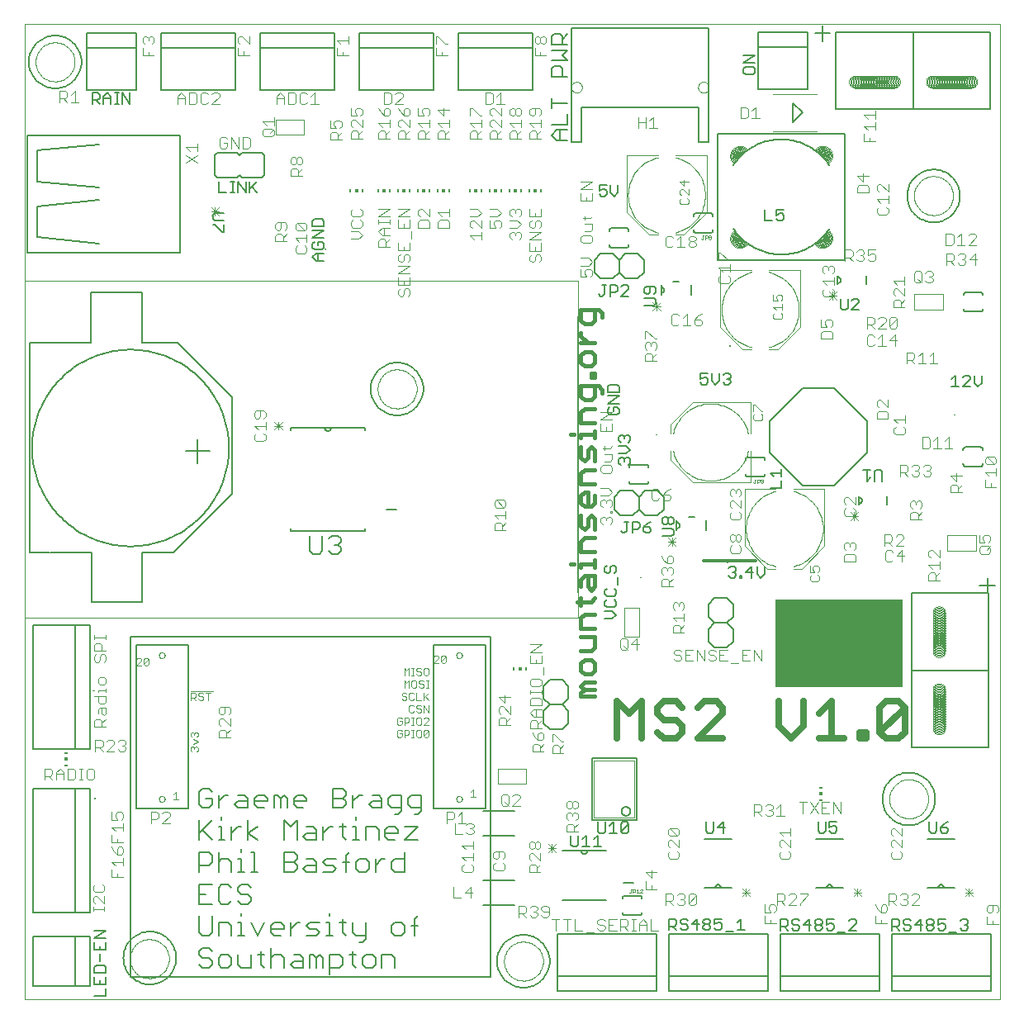
<source format=gto>
G75*
%MOIN*%
%OFA0B0*%
%FSLAX24Y24*%
%IPPOS*%
%LPD*%
%AMOC8*
5,1,8,0,0,1.08239X$1,22.5*
%
%ADD10C,0.0000*%
%ADD11C,0.0070*%
%ADD12C,0.0120*%
%ADD13C,0.0060*%
%ADD14C,0.0040*%
%ADD15C,0.0270*%
%ADD16C,0.0150*%
%ADD17C,0.0050*%
%ADD18R,0.5118X0.3543*%
%ADD19C,0.0030*%
%ADD20C,0.0039*%
%ADD21R,0.0059X0.0118*%
%ADD22R,0.0118X0.0118*%
%ADD23R,0.0118X0.0059*%
%ADD24C,0.0080*%
%ADD25C,0.0020*%
%ADD26C,0.0010*%
D10*
X000930Y002430D02*
X000930Y041800D01*
X040300Y041800D01*
X040300Y002430D01*
X000930Y002430D01*
X005193Y004080D02*
X005195Y004136D01*
X005201Y004191D01*
X005211Y004245D01*
X005224Y004299D01*
X005242Y004352D01*
X005263Y004403D01*
X005287Y004453D01*
X005315Y004501D01*
X005347Y004547D01*
X005381Y004591D01*
X005419Y004632D01*
X005459Y004670D01*
X005502Y004705D01*
X005547Y004737D01*
X005595Y004766D01*
X005644Y004792D01*
X005695Y004814D01*
X005747Y004832D01*
X005801Y004846D01*
X005856Y004857D01*
X005911Y004864D01*
X005966Y004867D01*
X006022Y004866D01*
X006077Y004861D01*
X006132Y004852D01*
X006186Y004840D01*
X006239Y004823D01*
X006291Y004803D01*
X006341Y004779D01*
X006389Y004752D01*
X006436Y004722D01*
X006480Y004688D01*
X006522Y004651D01*
X006560Y004611D01*
X006597Y004569D01*
X006630Y004524D01*
X006659Y004478D01*
X006686Y004429D01*
X006708Y004378D01*
X006728Y004326D01*
X006743Y004272D01*
X006755Y004218D01*
X006763Y004163D01*
X006767Y004108D01*
X006767Y004052D01*
X006763Y003997D01*
X006755Y003942D01*
X006743Y003888D01*
X006728Y003834D01*
X006708Y003782D01*
X006686Y003731D01*
X006659Y003682D01*
X006630Y003636D01*
X006597Y003591D01*
X006560Y003549D01*
X006522Y003509D01*
X006480Y003472D01*
X006436Y003438D01*
X006389Y003408D01*
X006341Y003381D01*
X006291Y003357D01*
X006239Y003337D01*
X006186Y003320D01*
X006132Y003308D01*
X006077Y003299D01*
X006022Y003294D01*
X005966Y003293D01*
X005911Y003296D01*
X005856Y003303D01*
X005801Y003314D01*
X005747Y003328D01*
X005695Y003346D01*
X005644Y003368D01*
X005595Y003394D01*
X005547Y003423D01*
X005502Y003455D01*
X005459Y003490D01*
X005419Y003528D01*
X005381Y003569D01*
X005347Y003613D01*
X005315Y003659D01*
X005287Y003707D01*
X005263Y003757D01*
X005242Y003808D01*
X005224Y003861D01*
X005211Y003915D01*
X005201Y003969D01*
X005195Y004024D01*
X005193Y004080D01*
X006362Y010530D02*
X006364Y010551D01*
X006370Y010571D01*
X006379Y010591D01*
X006391Y010608D01*
X006406Y010622D01*
X006424Y010634D01*
X006444Y010642D01*
X006464Y010647D01*
X006485Y010648D01*
X006506Y010645D01*
X006526Y010639D01*
X006545Y010628D01*
X006562Y010615D01*
X006575Y010599D01*
X006586Y010581D01*
X006594Y010561D01*
X006598Y010541D01*
X006598Y010519D01*
X006594Y010499D01*
X006586Y010479D01*
X006575Y010461D01*
X006562Y010445D01*
X006545Y010432D01*
X006526Y010421D01*
X006506Y010415D01*
X006485Y010412D01*
X006464Y010413D01*
X006444Y010418D01*
X006424Y010426D01*
X006406Y010438D01*
X006391Y010452D01*
X006379Y010469D01*
X006370Y010489D01*
X006364Y010509D01*
X006362Y010530D01*
X003789Y010560D02*
X003782Y010560D01*
X003787Y010565D01*
X003787Y010555D01*
X003780Y010557D02*
X003778Y010555D01*
X003775Y010555D01*
X003773Y010557D01*
X003770Y010557D02*
X003768Y010557D01*
X003768Y010555D01*
X003770Y010555D01*
X003770Y010557D01*
X003770Y010555D02*
X003767Y010552D01*
X003764Y010555D02*
X003758Y010555D01*
X003764Y010562D01*
X003764Y010563D01*
X003763Y010565D01*
X003759Y010565D01*
X003758Y010563D01*
X003755Y010563D02*
X003755Y010562D01*
X003753Y010560D01*
X003748Y010560D01*
X003746Y010560D02*
X003744Y010558D01*
X003739Y010558D01*
X003739Y010555D02*
X003739Y010565D01*
X003744Y010565D01*
X003746Y010563D01*
X003746Y010560D01*
X003748Y010555D02*
X003753Y010555D01*
X003755Y010557D01*
X003755Y010558D01*
X003753Y010560D01*
X003755Y010563D02*
X003753Y010565D01*
X003748Y010565D01*
X003748Y010555D01*
X003733Y010555D02*
X003733Y010565D01*
X003730Y010565D02*
X003737Y010565D01*
X003773Y010565D02*
X003773Y010560D01*
X003776Y010562D01*
X003778Y010562D01*
X003780Y010560D01*
X003780Y010557D01*
X003780Y010565D02*
X003773Y010565D01*
X006362Y016330D02*
X006364Y016351D01*
X006370Y016371D01*
X006379Y016391D01*
X006391Y016408D01*
X006406Y016422D01*
X006424Y016434D01*
X006444Y016442D01*
X006464Y016447D01*
X006485Y016448D01*
X006506Y016445D01*
X006526Y016439D01*
X006545Y016428D01*
X006562Y016415D01*
X006575Y016399D01*
X006586Y016381D01*
X006594Y016361D01*
X006598Y016341D01*
X006598Y016319D01*
X006594Y016299D01*
X006586Y016279D01*
X006575Y016261D01*
X006562Y016245D01*
X006545Y016232D01*
X006526Y016221D01*
X006506Y016215D01*
X006485Y016212D01*
X006464Y016213D01*
X006444Y016218D01*
X006424Y016226D01*
X006406Y016238D01*
X006391Y016252D01*
X006379Y016269D01*
X006370Y016289D01*
X006364Y016309D01*
X006362Y016330D01*
X000930Y017847D02*
X023292Y017847D01*
X023292Y018871D01*
X025769Y019480D02*
X025775Y019480D01*
X025778Y019480D02*
X025783Y019480D01*
X025784Y019478D01*
X025784Y019475D01*
X025783Y019473D01*
X025778Y019473D01*
X025778Y019470D02*
X025778Y019480D01*
X025772Y019480D02*
X025772Y019470D01*
X025787Y019470D02*
X025792Y019470D01*
X025794Y019472D01*
X025794Y019473D01*
X025792Y019475D01*
X025787Y019475D01*
X025787Y019470D02*
X025787Y019480D01*
X025792Y019480D01*
X025794Y019478D01*
X025794Y019477D01*
X025792Y019475D01*
X025796Y019478D02*
X025798Y019480D01*
X025801Y019480D01*
X025803Y019478D01*
X025803Y019477D01*
X025796Y019470D01*
X025803Y019470D01*
X025807Y019470D02*
X025809Y019470D01*
X025809Y019472D01*
X025807Y019472D01*
X025807Y019470D01*
X025809Y019470D02*
X025805Y019467D01*
X025813Y019470D02*
X025812Y019472D01*
X025813Y019470D02*
X025817Y019470D01*
X025818Y019472D01*
X025818Y019475D01*
X025817Y019477D01*
X025815Y019477D01*
X025812Y019475D01*
X025812Y019480D01*
X025818Y019480D01*
X025821Y019475D02*
X025827Y019475D01*
X025826Y019470D02*
X025826Y019480D01*
X025821Y019475D01*
X029269Y020080D02*
X029275Y020080D01*
X029278Y020080D02*
X029283Y020080D01*
X029284Y020078D01*
X029284Y020075D01*
X029283Y020073D01*
X029278Y020073D01*
X029278Y020070D02*
X029278Y020080D01*
X029272Y020080D02*
X029272Y020070D01*
X029287Y020070D02*
X029292Y020070D01*
X029294Y020072D01*
X029294Y020073D01*
X029292Y020075D01*
X029287Y020075D01*
X029287Y020070D02*
X029287Y020080D01*
X029292Y020080D01*
X029294Y020078D01*
X029294Y020077D01*
X029292Y020075D01*
X029296Y020078D02*
X029298Y020080D01*
X029301Y020080D01*
X029303Y020078D01*
X029303Y020077D01*
X029296Y020070D01*
X029303Y020070D01*
X029307Y020070D02*
X029309Y020070D01*
X029309Y020072D01*
X029307Y020072D01*
X029307Y020070D01*
X029309Y020070D02*
X029305Y020067D01*
X029313Y020070D02*
X029312Y020072D01*
X029313Y020070D02*
X029317Y020070D01*
X029318Y020072D01*
X029318Y020075D01*
X029317Y020077D01*
X029315Y020077D01*
X029312Y020075D01*
X029312Y020080D01*
X029318Y020080D01*
X029321Y020075D02*
X029327Y020075D01*
X029326Y020070D02*
X029326Y020080D01*
X029321Y020075D01*
X026456Y025250D02*
X026456Y025260D01*
X026451Y025255D01*
X026457Y025255D01*
X026448Y025255D02*
X026448Y025252D01*
X026447Y025250D01*
X026443Y025250D01*
X026442Y025252D01*
X026442Y025255D02*
X026445Y025257D01*
X026447Y025257D01*
X026448Y025255D01*
X026448Y025260D02*
X026442Y025260D01*
X026442Y025255D01*
X026439Y025252D02*
X026437Y025252D01*
X026437Y025250D01*
X026439Y025250D01*
X026439Y025252D01*
X026439Y025250D02*
X026435Y025247D01*
X026433Y025250D02*
X026426Y025250D01*
X026433Y025257D01*
X026433Y025258D01*
X026431Y025260D01*
X026428Y025260D01*
X026426Y025258D01*
X026424Y025258D02*
X026424Y025257D01*
X026422Y025255D01*
X026417Y025255D01*
X026414Y025255D02*
X026413Y025253D01*
X026408Y025253D01*
X026408Y025250D02*
X026408Y025260D01*
X026413Y025260D01*
X026414Y025258D01*
X026414Y025255D01*
X026417Y025250D02*
X026422Y025250D01*
X026424Y025252D01*
X026424Y025253D01*
X026422Y025255D01*
X026424Y025258D02*
X026422Y025260D01*
X026417Y025260D01*
X026417Y025250D01*
X026402Y025250D02*
X026402Y025260D01*
X026399Y025260D02*
X026405Y025260D01*
X029395Y028820D02*
X029393Y028822D01*
X029395Y028820D02*
X029398Y028820D01*
X029400Y028822D01*
X029400Y028825D01*
X029398Y028827D01*
X029397Y028827D01*
X029393Y028825D01*
X029393Y028830D01*
X029400Y028830D01*
X029402Y028830D02*
X029402Y028823D01*
X029406Y028820D01*
X029409Y028823D01*
X029409Y028830D01*
X029421Y028830D02*
X029426Y028830D01*
X029427Y028828D01*
X029427Y028827D01*
X029426Y028825D01*
X029421Y028825D01*
X029426Y028825D02*
X029427Y028823D01*
X029427Y028822D01*
X029426Y028820D01*
X029421Y028820D01*
X029421Y028830D01*
X023292Y030013D02*
X023292Y031430D01*
X000930Y031430D01*
X000930Y017847D01*
X013033Y032730D02*
X013033Y032740D01*
X013030Y032740D02*
X013037Y032740D01*
X013039Y032740D02*
X013044Y032740D01*
X013046Y032738D01*
X013046Y032735D01*
X013044Y032733D01*
X013039Y032733D01*
X013039Y032730D02*
X013039Y032740D01*
X013048Y032740D02*
X013053Y032740D01*
X013055Y032738D01*
X013055Y032737D01*
X013053Y032735D01*
X013048Y032735D01*
X013048Y032730D02*
X013053Y032730D01*
X013055Y032732D01*
X013055Y032733D01*
X013053Y032735D01*
X013058Y032738D02*
X013059Y032740D01*
X013063Y032740D01*
X013064Y032738D01*
X013064Y032737D01*
X013058Y032730D01*
X013064Y032730D01*
X013067Y032727D02*
X013070Y032730D01*
X013068Y032730D01*
X013068Y032732D01*
X013070Y032732D01*
X013070Y032730D01*
X013073Y032732D02*
X013075Y032730D01*
X013078Y032730D01*
X013080Y032732D01*
X013080Y032735D01*
X013078Y032737D01*
X013076Y032737D01*
X013073Y032735D01*
X013073Y032740D01*
X013080Y032740D01*
X013082Y032735D02*
X013089Y032735D01*
X013087Y032730D02*
X013087Y032740D01*
X013082Y032735D01*
X013048Y032730D02*
X013048Y032740D01*
X015193Y027080D02*
X015195Y027136D01*
X015201Y027191D01*
X015211Y027245D01*
X015224Y027299D01*
X015242Y027352D01*
X015263Y027403D01*
X015287Y027453D01*
X015315Y027501D01*
X015347Y027547D01*
X015381Y027591D01*
X015419Y027632D01*
X015459Y027670D01*
X015502Y027705D01*
X015547Y027737D01*
X015595Y027766D01*
X015644Y027792D01*
X015695Y027814D01*
X015747Y027832D01*
X015801Y027846D01*
X015856Y027857D01*
X015911Y027864D01*
X015966Y027867D01*
X016022Y027866D01*
X016077Y027861D01*
X016132Y027852D01*
X016186Y027840D01*
X016239Y027823D01*
X016291Y027803D01*
X016341Y027779D01*
X016389Y027752D01*
X016436Y027722D01*
X016480Y027688D01*
X016522Y027651D01*
X016560Y027611D01*
X016597Y027569D01*
X016630Y027524D01*
X016659Y027478D01*
X016686Y027429D01*
X016708Y027378D01*
X016728Y027326D01*
X016743Y027272D01*
X016755Y027218D01*
X016763Y027163D01*
X016767Y027108D01*
X016767Y027052D01*
X016763Y026997D01*
X016755Y026942D01*
X016743Y026888D01*
X016728Y026834D01*
X016708Y026782D01*
X016686Y026731D01*
X016659Y026682D01*
X016630Y026636D01*
X016597Y026591D01*
X016560Y026549D01*
X016522Y026509D01*
X016480Y026472D01*
X016436Y026438D01*
X016389Y026408D01*
X016341Y026381D01*
X016291Y026357D01*
X016239Y026337D01*
X016186Y026320D01*
X016132Y026308D01*
X016077Y026299D01*
X016022Y026294D01*
X015966Y026293D01*
X015911Y026296D01*
X015856Y026303D01*
X015801Y026314D01*
X015747Y026328D01*
X015695Y026346D01*
X015644Y026368D01*
X015595Y026394D01*
X015547Y026423D01*
X015502Y026455D01*
X015459Y026490D01*
X015419Y026528D01*
X015381Y026569D01*
X015347Y026613D01*
X015315Y026659D01*
X015287Y026707D01*
X015263Y026757D01*
X015242Y026808D01*
X015224Y026861D01*
X015211Y026915D01*
X015201Y026969D01*
X015195Y027024D01*
X015193Y027080D01*
X018362Y016330D02*
X018364Y016351D01*
X018370Y016371D01*
X018379Y016391D01*
X018391Y016408D01*
X018406Y016422D01*
X018424Y016434D01*
X018444Y016442D01*
X018464Y016447D01*
X018485Y016448D01*
X018506Y016445D01*
X018526Y016439D01*
X018545Y016428D01*
X018562Y016415D01*
X018575Y016399D01*
X018586Y016381D01*
X018594Y016361D01*
X018598Y016341D01*
X018598Y016319D01*
X018594Y016299D01*
X018586Y016279D01*
X018575Y016261D01*
X018562Y016245D01*
X018545Y016232D01*
X018526Y016221D01*
X018506Y016215D01*
X018485Y016212D01*
X018464Y016213D01*
X018444Y016218D01*
X018424Y016226D01*
X018406Y016238D01*
X018391Y016252D01*
X018379Y016269D01*
X018370Y016289D01*
X018364Y016309D01*
X018362Y016330D01*
X018362Y010530D02*
X018364Y010551D01*
X018370Y010571D01*
X018379Y010591D01*
X018391Y010608D01*
X018406Y010622D01*
X018424Y010634D01*
X018444Y010642D01*
X018464Y010647D01*
X018485Y010648D01*
X018506Y010645D01*
X018526Y010639D01*
X018545Y010628D01*
X018562Y010615D01*
X018575Y010599D01*
X018586Y010581D01*
X018594Y010561D01*
X018598Y010541D01*
X018598Y010519D01*
X018594Y010499D01*
X018586Y010479D01*
X018575Y010461D01*
X018562Y010445D01*
X018545Y010432D01*
X018526Y010421D01*
X018506Y010415D01*
X018485Y010412D01*
X018464Y010413D01*
X018444Y010418D01*
X018424Y010426D01*
X018406Y010438D01*
X018391Y010452D01*
X018379Y010469D01*
X018370Y010489D01*
X018364Y010509D01*
X018362Y010530D01*
X020293Y003980D02*
X020295Y004036D01*
X020301Y004091D01*
X020311Y004145D01*
X020324Y004199D01*
X020342Y004252D01*
X020363Y004303D01*
X020387Y004353D01*
X020415Y004401D01*
X020447Y004447D01*
X020481Y004491D01*
X020519Y004532D01*
X020559Y004570D01*
X020602Y004605D01*
X020647Y004637D01*
X020695Y004666D01*
X020744Y004692D01*
X020795Y004714D01*
X020847Y004732D01*
X020901Y004746D01*
X020956Y004757D01*
X021011Y004764D01*
X021066Y004767D01*
X021122Y004766D01*
X021177Y004761D01*
X021232Y004752D01*
X021286Y004740D01*
X021339Y004723D01*
X021391Y004703D01*
X021441Y004679D01*
X021489Y004652D01*
X021536Y004622D01*
X021580Y004588D01*
X021622Y004551D01*
X021660Y004511D01*
X021697Y004469D01*
X021730Y004424D01*
X021759Y004378D01*
X021786Y004329D01*
X021808Y004278D01*
X021828Y004226D01*
X021843Y004172D01*
X021855Y004118D01*
X021863Y004063D01*
X021867Y004008D01*
X021867Y003952D01*
X021863Y003897D01*
X021855Y003842D01*
X021843Y003788D01*
X021828Y003734D01*
X021808Y003682D01*
X021786Y003631D01*
X021759Y003582D01*
X021730Y003536D01*
X021697Y003491D01*
X021660Y003449D01*
X021622Y003409D01*
X021580Y003372D01*
X021536Y003338D01*
X021489Y003308D01*
X021441Y003281D01*
X021391Y003257D01*
X021339Y003237D01*
X021286Y003220D01*
X021232Y003208D01*
X021177Y003199D01*
X021122Y003194D01*
X021066Y003193D01*
X021011Y003196D01*
X020956Y003203D01*
X020901Y003214D01*
X020847Y003228D01*
X020795Y003246D01*
X020744Y003268D01*
X020695Y003294D01*
X020647Y003323D01*
X020602Y003355D01*
X020559Y003390D01*
X020519Y003428D01*
X020481Y003469D01*
X020447Y003513D01*
X020415Y003559D01*
X020387Y003607D01*
X020363Y003657D01*
X020342Y003708D01*
X020324Y003761D01*
X020311Y003815D01*
X020301Y003869D01*
X020295Y003924D01*
X020293Y003980D01*
X035843Y010530D02*
X035845Y010586D01*
X035851Y010641D01*
X035861Y010695D01*
X035874Y010749D01*
X035892Y010802D01*
X035913Y010853D01*
X035937Y010903D01*
X035965Y010951D01*
X035997Y010997D01*
X036031Y011041D01*
X036069Y011082D01*
X036109Y011120D01*
X036152Y011155D01*
X036197Y011187D01*
X036245Y011216D01*
X036294Y011242D01*
X036345Y011264D01*
X036397Y011282D01*
X036451Y011296D01*
X036506Y011307D01*
X036561Y011314D01*
X036616Y011317D01*
X036672Y011316D01*
X036727Y011311D01*
X036782Y011302D01*
X036836Y011290D01*
X036889Y011273D01*
X036941Y011253D01*
X036991Y011229D01*
X037039Y011202D01*
X037086Y011172D01*
X037130Y011138D01*
X037172Y011101D01*
X037210Y011061D01*
X037247Y011019D01*
X037280Y010974D01*
X037309Y010928D01*
X037336Y010879D01*
X037358Y010828D01*
X037378Y010776D01*
X037393Y010722D01*
X037405Y010668D01*
X037413Y010613D01*
X037417Y010558D01*
X037417Y010502D01*
X037413Y010447D01*
X037405Y010392D01*
X037393Y010338D01*
X037378Y010284D01*
X037358Y010232D01*
X037336Y010181D01*
X037309Y010132D01*
X037280Y010086D01*
X037247Y010041D01*
X037210Y009999D01*
X037172Y009959D01*
X037130Y009922D01*
X037086Y009888D01*
X037039Y009858D01*
X036991Y009831D01*
X036941Y009807D01*
X036889Y009787D01*
X036836Y009770D01*
X036782Y009758D01*
X036727Y009749D01*
X036672Y009744D01*
X036616Y009743D01*
X036561Y009746D01*
X036506Y009753D01*
X036451Y009764D01*
X036397Y009778D01*
X036345Y009796D01*
X036294Y009818D01*
X036245Y009844D01*
X036197Y009873D01*
X036152Y009905D01*
X036109Y009940D01*
X036069Y009978D01*
X036031Y010019D01*
X035997Y010063D01*
X035965Y010109D01*
X035937Y010157D01*
X035913Y010207D01*
X035892Y010258D01*
X035874Y010311D01*
X035861Y010365D01*
X035851Y010419D01*
X035845Y010474D01*
X035843Y010530D01*
X037597Y013385D02*
X037599Y013416D01*
X037605Y013447D01*
X037615Y013477D01*
X037628Y013505D01*
X037645Y013532D01*
X037665Y013556D01*
X037688Y013578D01*
X037713Y013596D01*
X037741Y013611D01*
X037770Y013623D01*
X037800Y013631D01*
X037831Y013635D01*
X037863Y013635D01*
X037894Y013631D01*
X037924Y013623D01*
X037953Y013611D01*
X037981Y013596D01*
X038006Y013578D01*
X038029Y013556D01*
X038049Y013532D01*
X038066Y013505D01*
X038079Y013477D01*
X038089Y013447D01*
X038095Y013416D01*
X038097Y013385D01*
X038095Y013354D01*
X038089Y013323D01*
X038079Y013293D01*
X038066Y013265D01*
X038049Y013238D01*
X038029Y013214D01*
X038006Y013192D01*
X037981Y013174D01*
X037953Y013159D01*
X037924Y013147D01*
X037894Y013139D01*
X037863Y013135D01*
X037831Y013135D01*
X037800Y013139D01*
X037770Y013147D01*
X037741Y013159D01*
X037713Y013174D01*
X037688Y013192D01*
X037665Y013214D01*
X037645Y013238D01*
X037628Y013265D01*
X037615Y013293D01*
X037605Y013323D01*
X037599Y013354D01*
X037597Y013385D01*
X037597Y013435D02*
X037599Y013466D01*
X037605Y013497D01*
X037615Y013527D01*
X037628Y013555D01*
X037645Y013582D01*
X037665Y013606D01*
X037688Y013628D01*
X037713Y013646D01*
X037741Y013661D01*
X037770Y013673D01*
X037800Y013681D01*
X037831Y013685D01*
X037863Y013685D01*
X037894Y013681D01*
X037924Y013673D01*
X037953Y013661D01*
X037981Y013646D01*
X038006Y013628D01*
X038029Y013606D01*
X038049Y013582D01*
X038066Y013555D01*
X038079Y013527D01*
X038089Y013497D01*
X038095Y013466D01*
X038097Y013435D01*
X038095Y013404D01*
X038089Y013373D01*
X038079Y013343D01*
X038066Y013315D01*
X038049Y013288D01*
X038029Y013264D01*
X038006Y013242D01*
X037981Y013224D01*
X037953Y013209D01*
X037924Y013197D01*
X037894Y013189D01*
X037863Y013185D01*
X037831Y013185D01*
X037800Y013189D01*
X037770Y013197D01*
X037741Y013209D01*
X037713Y013224D01*
X037688Y013242D01*
X037665Y013264D01*
X037645Y013288D01*
X037628Y013315D01*
X037615Y013343D01*
X037605Y013373D01*
X037599Y013404D01*
X037597Y013435D01*
X037597Y013485D02*
X037599Y013516D01*
X037605Y013547D01*
X037615Y013577D01*
X037628Y013605D01*
X037645Y013632D01*
X037665Y013656D01*
X037688Y013678D01*
X037713Y013696D01*
X037741Y013711D01*
X037770Y013723D01*
X037800Y013731D01*
X037831Y013735D01*
X037863Y013735D01*
X037894Y013731D01*
X037924Y013723D01*
X037953Y013711D01*
X037981Y013696D01*
X038006Y013678D01*
X038029Y013656D01*
X038049Y013632D01*
X038066Y013605D01*
X038079Y013577D01*
X038089Y013547D01*
X038095Y013516D01*
X038097Y013485D01*
X038095Y013454D01*
X038089Y013423D01*
X038079Y013393D01*
X038066Y013365D01*
X038049Y013338D01*
X038029Y013314D01*
X038006Y013292D01*
X037981Y013274D01*
X037953Y013259D01*
X037924Y013247D01*
X037894Y013239D01*
X037863Y013235D01*
X037831Y013235D01*
X037800Y013239D01*
X037770Y013247D01*
X037741Y013259D01*
X037713Y013274D01*
X037688Y013292D01*
X037665Y013314D01*
X037645Y013338D01*
X037628Y013365D01*
X037615Y013393D01*
X037605Y013423D01*
X037599Y013454D01*
X037597Y013485D01*
X037597Y013535D02*
X037599Y013566D01*
X037605Y013597D01*
X037615Y013627D01*
X037628Y013655D01*
X037645Y013682D01*
X037665Y013706D01*
X037688Y013728D01*
X037713Y013746D01*
X037741Y013761D01*
X037770Y013773D01*
X037800Y013781D01*
X037831Y013785D01*
X037863Y013785D01*
X037894Y013781D01*
X037924Y013773D01*
X037953Y013761D01*
X037981Y013746D01*
X038006Y013728D01*
X038029Y013706D01*
X038049Y013682D01*
X038066Y013655D01*
X038079Y013627D01*
X038089Y013597D01*
X038095Y013566D01*
X038097Y013535D01*
X038095Y013504D01*
X038089Y013473D01*
X038079Y013443D01*
X038066Y013415D01*
X038049Y013388D01*
X038029Y013364D01*
X038006Y013342D01*
X037981Y013324D01*
X037953Y013309D01*
X037924Y013297D01*
X037894Y013289D01*
X037863Y013285D01*
X037831Y013285D01*
X037800Y013289D01*
X037770Y013297D01*
X037741Y013309D01*
X037713Y013324D01*
X037688Y013342D01*
X037665Y013364D01*
X037645Y013388D01*
X037628Y013415D01*
X037615Y013443D01*
X037605Y013473D01*
X037599Y013504D01*
X037597Y013535D01*
X037597Y013585D02*
X037599Y013616D01*
X037605Y013647D01*
X037615Y013677D01*
X037628Y013705D01*
X037645Y013732D01*
X037665Y013756D01*
X037688Y013778D01*
X037713Y013796D01*
X037741Y013811D01*
X037770Y013823D01*
X037800Y013831D01*
X037831Y013835D01*
X037863Y013835D01*
X037894Y013831D01*
X037924Y013823D01*
X037953Y013811D01*
X037981Y013796D01*
X038006Y013778D01*
X038029Y013756D01*
X038049Y013732D01*
X038066Y013705D01*
X038079Y013677D01*
X038089Y013647D01*
X038095Y013616D01*
X038097Y013585D01*
X038095Y013554D01*
X038089Y013523D01*
X038079Y013493D01*
X038066Y013465D01*
X038049Y013438D01*
X038029Y013414D01*
X038006Y013392D01*
X037981Y013374D01*
X037953Y013359D01*
X037924Y013347D01*
X037894Y013339D01*
X037863Y013335D01*
X037831Y013335D01*
X037800Y013339D01*
X037770Y013347D01*
X037741Y013359D01*
X037713Y013374D01*
X037688Y013392D01*
X037665Y013414D01*
X037645Y013438D01*
X037628Y013465D01*
X037615Y013493D01*
X037605Y013523D01*
X037599Y013554D01*
X037597Y013585D01*
X037597Y013635D02*
X037599Y013666D01*
X037605Y013697D01*
X037615Y013727D01*
X037628Y013755D01*
X037645Y013782D01*
X037665Y013806D01*
X037688Y013828D01*
X037713Y013846D01*
X037741Y013861D01*
X037770Y013873D01*
X037800Y013881D01*
X037831Y013885D01*
X037863Y013885D01*
X037894Y013881D01*
X037924Y013873D01*
X037953Y013861D01*
X037981Y013846D01*
X038006Y013828D01*
X038029Y013806D01*
X038049Y013782D01*
X038066Y013755D01*
X038079Y013727D01*
X038089Y013697D01*
X038095Y013666D01*
X038097Y013635D01*
X038095Y013604D01*
X038089Y013573D01*
X038079Y013543D01*
X038066Y013515D01*
X038049Y013488D01*
X038029Y013464D01*
X038006Y013442D01*
X037981Y013424D01*
X037953Y013409D01*
X037924Y013397D01*
X037894Y013389D01*
X037863Y013385D01*
X037831Y013385D01*
X037800Y013389D01*
X037770Y013397D01*
X037741Y013409D01*
X037713Y013424D01*
X037688Y013442D01*
X037665Y013464D01*
X037645Y013488D01*
X037628Y013515D01*
X037615Y013543D01*
X037605Y013573D01*
X037599Y013604D01*
X037597Y013635D01*
X037597Y013685D02*
X037599Y013716D01*
X037605Y013747D01*
X037615Y013777D01*
X037628Y013805D01*
X037645Y013832D01*
X037665Y013856D01*
X037688Y013878D01*
X037713Y013896D01*
X037741Y013911D01*
X037770Y013923D01*
X037800Y013931D01*
X037831Y013935D01*
X037863Y013935D01*
X037894Y013931D01*
X037924Y013923D01*
X037953Y013911D01*
X037981Y013896D01*
X038006Y013878D01*
X038029Y013856D01*
X038049Y013832D01*
X038066Y013805D01*
X038079Y013777D01*
X038089Y013747D01*
X038095Y013716D01*
X038097Y013685D01*
X038095Y013654D01*
X038089Y013623D01*
X038079Y013593D01*
X038066Y013565D01*
X038049Y013538D01*
X038029Y013514D01*
X038006Y013492D01*
X037981Y013474D01*
X037953Y013459D01*
X037924Y013447D01*
X037894Y013439D01*
X037863Y013435D01*
X037831Y013435D01*
X037800Y013439D01*
X037770Y013447D01*
X037741Y013459D01*
X037713Y013474D01*
X037688Y013492D01*
X037665Y013514D01*
X037645Y013538D01*
X037628Y013565D01*
X037615Y013593D01*
X037605Y013623D01*
X037599Y013654D01*
X037597Y013685D01*
X037597Y013735D02*
X037599Y013766D01*
X037605Y013797D01*
X037615Y013827D01*
X037628Y013855D01*
X037645Y013882D01*
X037665Y013906D01*
X037688Y013928D01*
X037713Y013946D01*
X037741Y013961D01*
X037770Y013973D01*
X037800Y013981D01*
X037831Y013985D01*
X037863Y013985D01*
X037894Y013981D01*
X037924Y013973D01*
X037953Y013961D01*
X037981Y013946D01*
X038006Y013928D01*
X038029Y013906D01*
X038049Y013882D01*
X038066Y013855D01*
X038079Y013827D01*
X038089Y013797D01*
X038095Y013766D01*
X038097Y013735D01*
X038095Y013704D01*
X038089Y013673D01*
X038079Y013643D01*
X038066Y013615D01*
X038049Y013588D01*
X038029Y013564D01*
X038006Y013542D01*
X037981Y013524D01*
X037953Y013509D01*
X037924Y013497D01*
X037894Y013489D01*
X037863Y013485D01*
X037831Y013485D01*
X037800Y013489D01*
X037770Y013497D01*
X037741Y013509D01*
X037713Y013524D01*
X037688Y013542D01*
X037665Y013564D01*
X037645Y013588D01*
X037628Y013615D01*
X037615Y013643D01*
X037605Y013673D01*
X037599Y013704D01*
X037597Y013735D01*
X037597Y013785D02*
X037599Y013816D01*
X037605Y013847D01*
X037615Y013877D01*
X037628Y013905D01*
X037645Y013932D01*
X037665Y013956D01*
X037688Y013978D01*
X037713Y013996D01*
X037741Y014011D01*
X037770Y014023D01*
X037800Y014031D01*
X037831Y014035D01*
X037863Y014035D01*
X037894Y014031D01*
X037924Y014023D01*
X037953Y014011D01*
X037981Y013996D01*
X038006Y013978D01*
X038029Y013956D01*
X038049Y013932D01*
X038066Y013905D01*
X038079Y013877D01*
X038089Y013847D01*
X038095Y013816D01*
X038097Y013785D01*
X038095Y013754D01*
X038089Y013723D01*
X038079Y013693D01*
X038066Y013665D01*
X038049Y013638D01*
X038029Y013614D01*
X038006Y013592D01*
X037981Y013574D01*
X037953Y013559D01*
X037924Y013547D01*
X037894Y013539D01*
X037863Y013535D01*
X037831Y013535D01*
X037800Y013539D01*
X037770Y013547D01*
X037741Y013559D01*
X037713Y013574D01*
X037688Y013592D01*
X037665Y013614D01*
X037645Y013638D01*
X037628Y013665D01*
X037615Y013693D01*
X037605Y013723D01*
X037599Y013754D01*
X037597Y013785D01*
X037597Y013835D02*
X037599Y013866D01*
X037605Y013897D01*
X037615Y013927D01*
X037628Y013955D01*
X037645Y013982D01*
X037665Y014006D01*
X037688Y014028D01*
X037713Y014046D01*
X037741Y014061D01*
X037770Y014073D01*
X037800Y014081D01*
X037831Y014085D01*
X037863Y014085D01*
X037894Y014081D01*
X037924Y014073D01*
X037953Y014061D01*
X037981Y014046D01*
X038006Y014028D01*
X038029Y014006D01*
X038049Y013982D01*
X038066Y013955D01*
X038079Y013927D01*
X038089Y013897D01*
X038095Y013866D01*
X038097Y013835D01*
X038095Y013804D01*
X038089Y013773D01*
X038079Y013743D01*
X038066Y013715D01*
X038049Y013688D01*
X038029Y013664D01*
X038006Y013642D01*
X037981Y013624D01*
X037953Y013609D01*
X037924Y013597D01*
X037894Y013589D01*
X037863Y013585D01*
X037831Y013585D01*
X037800Y013589D01*
X037770Y013597D01*
X037741Y013609D01*
X037713Y013624D01*
X037688Y013642D01*
X037665Y013664D01*
X037645Y013688D01*
X037628Y013715D01*
X037615Y013743D01*
X037605Y013773D01*
X037599Y013804D01*
X037597Y013835D01*
X037597Y013885D02*
X037599Y013916D01*
X037605Y013947D01*
X037615Y013977D01*
X037628Y014005D01*
X037645Y014032D01*
X037665Y014056D01*
X037688Y014078D01*
X037713Y014096D01*
X037741Y014111D01*
X037770Y014123D01*
X037800Y014131D01*
X037831Y014135D01*
X037863Y014135D01*
X037894Y014131D01*
X037924Y014123D01*
X037953Y014111D01*
X037981Y014096D01*
X038006Y014078D01*
X038029Y014056D01*
X038049Y014032D01*
X038066Y014005D01*
X038079Y013977D01*
X038089Y013947D01*
X038095Y013916D01*
X038097Y013885D01*
X038095Y013854D01*
X038089Y013823D01*
X038079Y013793D01*
X038066Y013765D01*
X038049Y013738D01*
X038029Y013714D01*
X038006Y013692D01*
X037981Y013674D01*
X037953Y013659D01*
X037924Y013647D01*
X037894Y013639D01*
X037863Y013635D01*
X037831Y013635D01*
X037800Y013639D01*
X037770Y013647D01*
X037741Y013659D01*
X037713Y013674D01*
X037688Y013692D01*
X037665Y013714D01*
X037645Y013738D01*
X037628Y013765D01*
X037615Y013793D01*
X037605Y013823D01*
X037599Y013854D01*
X037597Y013885D01*
X037597Y013935D02*
X037599Y013966D01*
X037605Y013997D01*
X037615Y014027D01*
X037628Y014055D01*
X037645Y014082D01*
X037665Y014106D01*
X037688Y014128D01*
X037713Y014146D01*
X037741Y014161D01*
X037770Y014173D01*
X037800Y014181D01*
X037831Y014185D01*
X037863Y014185D01*
X037894Y014181D01*
X037924Y014173D01*
X037953Y014161D01*
X037981Y014146D01*
X038006Y014128D01*
X038029Y014106D01*
X038049Y014082D01*
X038066Y014055D01*
X038079Y014027D01*
X038089Y013997D01*
X038095Y013966D01*
X038097Y013935D01*
X038095Y013904D01*
X038089Y013873D01*
X038079Y013843D01*
X038066Y013815D01*
X038049Y013788D01*
X038029Y013764D01*
X038006Y013742D01*
X037981Y013724D01*
X037953Y013709D01*
X037924Y013697D01*
X037894Y013689D01*
X037863Y013685D01*
X037831Y013685D01*
X037800Y013689D01*
X037770Y013697D01*
X037741Y013709D01*
X037713Y013724D01*
X037688Y013742D01*
X037665Y013764D01*
X037645Y013788D01*
X037628Y013815D01*
X037615Y013843D01*
X037605Y013873D01*
X037599Y013904D01*
X037597Y013935D01*
X037597Y013985D02*
X037599Y014016D01*
X037605Y014047D01*
X037615Y014077D01*
X037628Y014105D01*
X037645Y014132D01*
X037665Y014156D01*
X037688Y014178D01*
X037713Y014196D01*
X037741Y014211D01*
X037770Y014223D01*
X037800Y014231D01*
X037831Y014235D01*
X037863Y014235D01*
X037894Y014231D01*
X037924Y014223D01*
X037953Y014211D01*
X037981Y014196D01*
X038006Y014178D01*
X038029Y014156D01*
X038049Y014132D01*
X038066Y014105D01*
X038079Y014077D01*
X038089Y014047D01*
X038095Y014016D01*
X038097Y013985D01*
X038095Y013954D01*
X038089Y013923D01*
X038079Y013893D01*
X038066Y013865D01*
X038049Y013838D01*
X038029Y013814D01*
X038006Y013792D01*
X037981Y013774D01*
X037953Y013759D01*
X037924Y013747D01*
X037894Y013739D01*
X037863Y013735D01*
X037831Y013735D01*
X037800Y013739D01*
X037770Y013747D01*
X037741Y013759D01*
X037713Y013774D01*
X037688Y013792D01*
X037665Y013814D01*
X037645Y013838D01*
X037628Y013865D01*
X037615Y013893D01*
X037605Y013923D01*
X037599Y013954D01*
X037597Y013985D01*
X037597Y014035D02*
X037599Y014066D01*
X037605Y014097D01*
X037615Y014127D01*
X037628Y014155D01*
X037645Y014182D01*
X037665Y014206D01*
X037688Y014228D01*
X037713Y014246D01*
X037741Y014261D01*
X037770Y014273D01*
X037800Y014281D01*
X037831Y014285D01*
X037863Y014285D01*
X037894Y014281D01*
X037924Y014273D01*
X037953Y014261D01*
X037981Y014246D01*
X038006Y014228D01*
X038029Y014206D01*
X038049Y014182D01*
X038066Y014155D01*
X038079Y014127D01*
X038089Y014097D01*
X038095Y014066D01*
X038097Y014035D01*
X038095Y014004D01*
X038089Y013973D01*
X038079Y013943D01*
X038066Y013915D01*
X038049Y013888D01*
X038029Y013864D01*
X038006Y013842D01*
X037981Y013824D01*
X037953Y013809D01*
X037924Y013797D01*
X037894Y013789D01*
X037863Y013785D01*
X037831Y013785D01*
X037800Y013789D01*
X037770Y013797D01*
X037741Y013809D01*
X037713Y013824D01*
X037688Y013842D01*
X037665Y013864D01*
X037645Y013888D01*
X037628Y013915D01*
X037615Y013943D01*
X037605Y013973D01*
X037599Y014004D01*
X037597Y014035D01*
X037597Y014085D02*
X037599Y014116D01*
X037605Y014147D01*
X037615Y014177D01*
X037628Y014205D01*
X037645Y014232D01*
X037665Y014256D01*
X037688Y014278D01*
X037713Y014296D01*
X037741Y014311D01*
X037770Y014323D01*
X037800Y014331D01*
X037831Y014335D01*
X037863Y014335D01*
X037894Y014331D01*
X037924Y014323D01*
X037953Y014311D01*
X037981Y014296D01*
X038006Y014278D01*
X038029Y014256D01*
X038049Y014232D01*
X038066Y014205D01*
X038079Y014177D01*
X038089Y014147D01*
X038095Y014116D01*
X038097Y014085D01*
X038095Y014054D01*
X038089Y014023D01*
X038079Y013993D01*
X038066Y013965D01*
X038049Y013938D01*
X038029Y013914D01*
X038006Y013892D01*
X037981Y013874D01*
X037953Y013859D01*
X037924Y013847D01*
X037894Y013839D01*
X037863Y013835D01*
X037831Y013835D01*
X037800Y013839D01*
X037770Y013847D01*
X037741Y013859D01*
X037713Y013874D01*
X037688Y013892D01*
X037665Y013914D01*
X037645Y013938D01*
X037628Y013965D01*
X037615Y013993D01*
X037605Y014023D01*
X037599Y014054D01*
X037597Y014085D01*
X037597Y014135D02*
X037599Y014166D01*
X037605Y014197D01*
X037615Y014227D01*
X037628Y014255D01*
X037645Y014282D01*
X037665Y014306D01*
X037688Y014328D01*
X037713Y014346D01*
X037741Y014361D01*
X037770Y014373D01*
X037800Y014381D01*
X037831Y014385D01*
X037863Y014385D01*
X037894Y014381D01*
X037924Y014373D01*
X037953Y014361D01*
X037981Y014346D01*
X038006Y014328D01*
X038029Y014306D01*
X038049Y014282D01*
X038066Y014255D01*
X038079Y014227D01*
X038089Y014197D01*
X038095Y014166D01*
X038097Y014135D01*
X038095Y014104D01*
X038089Y014073D01*
X038079Y014043D01*
X038066Y014015D01*
X038049Y013988D01*
X038029Y013964D01*
X038006Y013942D01*
X037981Y013924D01*
X037953Y013909D01*
X037924Y013897D01*
X037894Y013889D01*
X037863Y013885D01*
X037831Y013885D01*
X037800Y013889D01*
X037770Y013897D01*
X037741Y013909D01*
X037713Y013924D01*
X037688Y013942D01*
X037665Y013964D01*
X037645Y013988D01*
X037628Y014015D01*
X037615Y014043D01*
X037605Y014073D01*
X037599Y014104D01*
X037597Y014135D01*
X037599Y014166D01*
X037605Y014197D01*
X037615Y014227D01*
X037628Y014255D01*
X037645Y014282D01*
X037665Y014306D01*
X037688Y014328D01*
X037713Y014346D01*
X037741Y014361D01*
X037770Y014373D01*
X037800Y014381D01*
X037831Y014385D01*
X037863Y014385D01*
X037894Y014381D01*
X037924Y014373D01*
X037953Y014361D01*
X037981Y014346D01*
X038006Y014328D01*
X038029Y014306D01*
X038049Y014282D01*
X038066Y014255D01*
X038079Y014227D01*
X038089Y014197D01*
X038095Y014166D01*
X038097Y014135D01*
X038095Y014104D01*
X038089Y014073D01*
X038079Y014043D01*
X038066Y014015D01*
X038049Y013988D01*
X038029Y013964D01*
X038006Y013942D01*
X037981Y013924D01*
X037953Y013909D01*
X037924Y013897D01*
X037894Y013889D01*
X037863Y013885D01*
X037831Y013885D01*
X037800Y013889D01*
X037770Y013897D01*
X037741Y013909D01*
X037713Y013924D01*
X037688Y013942D01*
X037665Y013964D01*
X037645Y013988D01*
X037628Y014015D01*
X037615Y014043D01*
X037605Y014073D01*
X037599Y014104D01*
X037597Y014135D01*
X037597Y014185D02*
X037599Y014216D01*
X037605Y014247D01*
X037615Y014277D01*
X037628Y014305D01*
X037645Y014332D01*
X037665Y014356D01*
X037688Y014378D01*
X037713Y014396D01*
X037741Y014411D01*
X037770Y014423D01*
X037800Y014431D01*
X037831Y014435D01*
X037863Y014435D01*
X037894Y014431D01*
X037924Y014423D01*
X037953Y014411D01*
X037981Y014396D01*
X038006Y014378D01*
X038029Y014356D01*
X038049Y014332D01*
X038066Y014305D01*
X038079Y014277D01*
X038089Y014247D01*
X038095Y014216D01*
X038097Y014185D01*
X038095Y014154D01*
X038089Y014123D01*
X038079Y014093D01*
X038066Y014065D01*
X038049Y014038D01*
X038029Y014014D01*
X038006Y013992D01*
X037981Y013974D01*
X037953Y013959D01*
X037924Y013947D01*
X037894Y013939D01*
X037863Y013935D01*
X037831Y013935D01*
X037800Y013939D01*
X037770Y013947D01*
X037741Y013959D01*
X037713Y013974D01*
X037688Y013992D01*
X037665Y014014D01*
X037645Y014038D01*
X037628Y014065D01*
X037615Y014093D01*
X037605Y014123D01*
X037599Y014154D01*
X037597Y014185D01*
X037597Y014235D02*
X037599Y014266D01*
X037605Y014297D01*
X037615Y014327D01*
X037628Y014355D01*
X037645Y014382D01*
X037665Y014406D01*
X037688Y014428D01*
X037713Y014446D01*
X037741Y014461D01*
X037770Y014473D01*
X037800Y014481D01*
X037831Y014485D01*
X037863Y014485D01*
X037894Y014481D01*
X037924Y014473D01*
X037953Y014461D01*
X037981Y014446D01*
X038006Y014428D01*
X038029Y014406D01*
X038049Y014382D01*
X038066Y014355D01*
X038079Y014327D01*
X038089Y014297D01*
X038095Y014266D01*
X038097Y014235D01*
X038095Y014204D01*
X038089Y014173D01*
X038079Y014143D01*
X038066Y014115D01*
X038049Y014088D01*
X038029Y014064D01*
X038006Y014042D01*
X037981Y014024D01*
X037953Y014009D01*
X037924Y013997D01*
X037894Y013989D01*
X037863Y013985D01*
X037831Y013985D01*
X037800Y013989D01*
X037770Y013997D01*
X037741Y014009D01*
X037713Y014024D01*
X037688Y014042D01*
X037665Y014064D01*
X037645Y014088D01*
X037628Y014115D01*
X037615Y014143D01*
X037605Y014173D01*
X037599Y014204D01*
X037597Y014235D01*
X037599Y014266D01*
X037605Y014297D01*
X037615Y014327D01*
X037628Y014355D01*
X037645Y014382D01*
X037665Y014406D01*
X037688Y014428D01*
X037713Y014446D01*
X037741Y014461D01*
X037770Y014473D01*
X037800Y014481D01*
X037831Y014485D01*
X037863Y014485D01*
X037894Y014481D01*
X037924Y014473D01*
X037953Y014461D01*
X037981Y014446D01*
X038006Y014428D01*
X038029Y014406D01*
X038049Y014382D01*
X038066Y014355D01*
X038079Y014327D01*
X038089Y014297D01*
X038095Y014266D01*
X038097Y014235D01*
X038095Y014204D01*
X038089Y014173D01*
X038079Y014143D01*
X038066Y014115D01*
X038049Y014088D01*
X038029Y014064D01*
X038006Y014042D01*
X037981Y014024D01*
X037953Y014009D01*
X037924Y013997D01*
X037894Y013989D01*
X037863Y013985D01*
X037831Y013985D01*
X037800Y013989D01*
X037770Y013997D01*
X037741Y014009D01*
X037713Y014024D01*
X037688Y014042D01*
X037665Y014064D01*
X037645Y014088D01*
X037628Y014115D01*
X037615Y014143D01*
X037605Y014173D01*
X037599Y014204D01*
X037597Y014235D01*
X037597Y014285D02*
X037599Y014316D01*
X037605Y014347D01*
X037615Y014377D01*
X037628Y014405D01*
X037645Y014432D01*
X037665Y014456D01*
X037688Y014478D01*
X037713Y014496D01*
X037741Y014511D01*
X037770Y014523D01*
X037800Y014531D01*
X037831Y014535D01*
X037863Y014535D01*
X037894Y014531D01*
X037924Y014523D01*
X037953Y014511D01*
X037981Y014496D01*
X038006Y014478D01*
X038029Y014456D01*
X038049Y014432D01*
X038066Y014405D01*
X038079Y014377D01*
X038089Y014347D01*
X038095Y014316D01*
X038097Y014285D01*
X038095Y014254D01*
X038089Y014223D01*
X038079Y014193D01*
X038066Y014165D01*
X038049Y014138D01*
X038029Y014114D01*
X038006Y014092D01*
X037981Y014074D01*
X037953Y014059D01*
X037924Y014047D01*
X037894Y014039D01*
X037863Y014035D01*
X037831Y014035D01*
X037800Y014039D01*
X037770Y014047D01*
X037741Y014059D01*
X037713Y014074D01*
X037688Y014092D01*
X037665Y014114D01*
X037645Y014138D01*
X037628Y014165D01*
X037615Y014193D01*
X037605Y014223D01*
X037599Y014254D01*
X037597Y014285D01*
X037599Y014316D01*
X037605Y014347D01*
X037615Y014377D01*
X037628Y014405D01*
X037645Y014432D01*
X037665Y014456D01*
X037688Y014478D01*
X037713Y014496D01*
X037741Y014511D01*
X037770Y014523D01*
X037800Y014531D01*
X037831Y014535D01*
X037863Y014535D01*
X037894Y014531D01*
X037924Y014523D01*
X037953Y014511D01*
X037981Y014496D01*
X038006Y014478D01*
X038029Y014456D01*
X038049Y014432D01*
X038066Y014405D01*
X038079Y014377D01*
X038089Y014347D01*
X038095Y014316D01*
X038097Y014285D01*
X038095Y014254D01*
X038089Y014223D01*
X038079Y014193D01*
X038066Y014165D01*
X038049Y014138D01*
X038029Y014114D01*
X038006Y014092D01*
X037981Y014074D01*
X037953Y014059D01*
X037924Y014047D01*
X037894Y014039D01*
X037863Y014035D01*
X037831Y014035D01*
X037800Y014039D01*
X037770Y014047D01*
X037741Y014059D01*
X037713Y014074D01*
X037688Y014092D01*
X037665Y014114D01*
X037645Y014138D01*
X037628Y014165D01*
X037615Y014193D01*
X037605Y014223D01*
X037599Y014254D01*
X037597Y014285D01*
X037599Y014316D01*
X037605Y014347D01*
X037615Y014377D01*
X037628Y014405D01*
X037645Y014432D01*
X037665Y014456D01*
X037688Y014478D01*
X037713Y014496D01*
X037741Y014511D01*
X037770Y014523D01*
X037800Y014531D01*
X037831Y014535D01*
X037863Y014535D01*
X037894Y014531D01*
X037924Y014523D01*
X037953Y014511D01*
X037981Y014496D01*
X038006Y014478D01*
X038029Y014456D01*
X038049Y014432D01*
X038066Y014405D01*
X038079Y014377D01*
X038089Y014347D01*
X038095Y014316D01*
X038097Y014285D01*
X038095Y014254D01*
X038089Y014223D01*
X038079Y014193D01*
X038066Y014165D01*
X038049Y014138D01*
X038029Y014114D01*
X038006Y014092D01*
X037981Y014074D01*
X037953Y014059D01*
X037924Y014047D01*
X037894Y014039D01*
X037863Y014035D01*
X037831Y014035D01*
X037800Y014039D01*
X037770Y014047D01*
X037741Y014059D01*
X037713Y014074D01*
X037688Y014092D01*
X037665Y014114D01*
X037645Y014138D01*
X037628Y014165D01*
X037615Y014193D01*
X037605Y014223D01*
X037599Y014254D01*
X037597Y014285D01*
X037597Y014335D02*
X037599Y014366D01*
X037605Y014397D01*
X037615Y014427D01*
X037628Y014455D01*
X037645Y014482D01*
X037665Y014506D01*
X037688Y014528D01*
X037713Y014546D01*
X037741Y014561D01*
X037770Y014573D01*
X037800Y014581D01*
X037831Y014585D01*
X037863Y014585D01*
X037894Y014581D01*
X037924Y014573D01*
X037953Y014561D01*
X037981Y014546D01*
X038006Y014528D01*
X038029Y014506D01*
X038049Y014482D01*
X038066Y014455D01*
X038079Y014427D01*
X038089Y014397D01*
X038095Y014366D01*
X038097Y014335D01*
X038095Y014304D01*
X038089Y014273D01*
X038079Y014243D01*
X038066Y014215D01*
X038049Y014188D01*
X038029Y014164D01*
X038006Y014142D01*
X037981Y014124D01*
X037953Y014109D01*
X037924Y014097D01*
X037894Y014089D01*
X037863Y014085D01*
X037831Y014085D01*
X037800Y014089D01*
X037770Y014097D01*
X037741Y014109D01*
X037713Y014124D01*
X037688Y014142D01*
X037665Y014164D01*
X037645Y014188D01*
X037628Y014215D01*
X037615Y014243D01*
X037605Y014273D01*
X037599Y014304D01*
X037597Y014335D01*
X037599Y014366D01*
X037605Y014397D01*
X037615Y014427D01*
X037628Y014455D01*
X037645Y014482D01*
X037665Y014506D01*
X037688Y014528D01*
X037713Y014546D01*
X037741Y014561D01*
X037770Y014573D01*
X037800Y014581D01*
X037831Y014585D01*
X037863Y014585D01*
X037894Y014581D01*
X037924Y014573D01*
X037953Y014561D01*
X037981Y014546D01*
X038006Y014528D01*
X038029Y014506D01*
X038049Y014482D01*
X038066Y014455D01*
X038079Y014427D01*
X038089Y014397D01*
X038095Y014366D01*
X038097Y014335D01*
X038095Y014304D01*
X038089Y014273D01*
X038079Y014243D01*
X038066Y014215D01*
X038049Y014188D01*
X038029Y014164D01*
X038006Y014142D01*
X037981Y014124D01*
X037953Y014109D01*
X037924Y014097D01*
X037894Y014089D01*
X037863Y014085D01*
X037831Y014085D01*
X037800Y014089D01*
X037770Y014097D01*
X037741Y014109D01*
X037713Y014124D01*
X037688Y014142D01*
X037665Y014164D01*
X037645Y014188D01*
X037628Y014215D01*
X037615Y014243D01*
X037605Y014273D01*
X037599Y014304D01*
X037597Y014335D01*
X037597Y014385D02*
X037599Y014416D01*
X037605Y014447D01*
X037615Y014477D01*
X037628Y014505D01*
X037645Y014532D01*
X037665Y014556D01*
X037688Y014578D01*
X037713Y014596D01*
X037741Y014611D01*
X037770Y014623D01*
X037800Y014631D01*
X037831Y014635D01*
X037863Y014635D01*
X037894Y014631D01*
X037924Y014623D01*
X037953Y014611D01*
X037981Y014596D01*
X038006Y014578D01*
X038029Y014556D01*
X038049Y014532D01*
X038066Y014505D01*
X038079Y014477D01*
X038089Y014447D01*
X038095Y014416D01*
X038097Y014385D01*
X038095Y014354D01*
X038089Y014323D01*
X038079Y014293D01*
X038066Y014265D01*
X038049Y014238D01*
X038029Y014214D01*
X038006Y014192D01*
X037981Y014174D01*
X037953Y014159D01*
X037924Y014147D01*
X037894Y014139D01*
X037863Y014135D01*
X037831Y014135D01*
X037800Y014139D01*
X037770Y014147D01*
X037741Y014159D01*
X037713Y014174D01*
X037688Y014192D01*
X037665Y014214D01*
X037645Y014238D01*
X037628Y014265D01*
X037615Y014293D01*
X037605Y014323D01*
X037599Y014354D01*
X037597Y014385D01*
X037597Y014444D02*
X037599Y014475D01*
X037605Y014506D01*
X037615Y014536D01*
X037628Y014564D01*
X037645Y014591D01*
X037665Y014615D01*
X037688Y014637D01*
X037713Y014655D01*
X037741Y014670D01*
X037770Y014682D01*
X037800Y014690D01*
X037831Y014694D01*
X037863Y014694D01*
X037894Y014690D01*
X037924Y014682D01*
X037953Y014670D01*
X037981Y014655D01*
X038006Y014637D01*
X038029Y014615D01*
X038049Y014591D01*
X038066Y014564D01*
X038079Y014536D01*
X038089Y014506D01*
X038095Y014475D01*
X038097Y014444D01*
X038095Y014413D01*
X038089Y014382D01*
X038079Y014352D01*
X038066Y014324D01*
X038049Y014297D01*
X038029Y014273D01*
X038006Y014251D01*
X037981Y014233D01*
X037953Y014218D01*
X037924Y014206D01*
X037894Y014198D01*
X037863Y014194D01*
X037831Y014194D01*
X037800Y014198D01*
X037770Y014206D01*
X037741Y014218D01*
X037713Y014233D01*
X037688Y014251D01*
X037665Y014273D01*
X037645Y014297D01*
X037628Y014324D01*
X037615Y014352D01*
X037605Y014382D01*
X037599Y014413D01*
X037597Y014444D01*
X037597Y014494D02*
X037599Y014525D01*
X037605Y014556D01*
X037615Y014586D01*
X037628Y014614D01*
X037645Y014641D01*
X037665Y014665D01*
X037688Y014687D01*
X037713Y014705D01*
X037741Y014720D01*
X037770Y014732D01*
X037800Y014740D01*
X037831Y014744D01*
X037863Y014744D01*
X037894Y014740D01*
X037924Y014732D01*
X037953Y014720D01*
X037981Y014705D01*
X038006Y014687D01*
X038029Y014665D01*
X038049Y014641D01*
X038066Y014614D01*
X038079Y014586D01*
X038089Y014556D01*
X038095Y014525D01*
X038097Y014494D01*
X038095Y014463D01*
X038089Y014432D01*
X038079Y014402D01*
X038066Y014374D01*
X038049Y014347D01*
X038029Y014323D01*
X038006Y014301D01*
X037981Y014283D01*
X037953Y014268D01*
X037924Y014256D01*
X037894Y014248D01*
X037863Y014244D01*
X037831Y014244D01*
X037800Y014248D01*
X037770Y014256D01*
X037741Y014268D01*
X037713Y014283D01*
X037688Y014301D01*
X037665Y014323D01*
X037645Y014347D01*
X037628Y014374D01*
X037615Y014402D01*
X037605Y014432D01*
X037599Y014463D01*
X037597Y014494D01*
X037597Y014544D02*
X037599Y014575D01*
X037605Y014606D01*
X037615Y014636D01*
X037628Y014664D01*
X037645Y014691D01*
X037665Y014715D01*
X037688Y014737D01*
X037713Y014755D01*
X037741Y014770D01*
X037770Y014782D01*
X037800Y014790D01*
X037831Y014794D01*
X037863Y014794D01*
X037894Y014790D01*
X037924Y014782D01*
X037953Y014770D01*
X037981Y014755D01*
X038006Y014737D01*
X038029Y014715D01*
X038049Y014691D01*
X038066Y014664D01*
X038079Y014636D01*
X038089Y014606D01*
X038095Y014575D01*
X038097Y014544D01*
X038095Y014513D01*
X038089Y014482D01*
X038079Y014452D01*
X038066Y014424D01*
X038049Y014397D01*
X038029Y014373D01*
X038006Y014351D01*
X037981Y014333D01*
X037953Y014318D01*
X037924Y014306D01*
X037894Y014298D01*
X037863Y014294D01*
X037831Y014294D01*
X037800Y014298D01*
X037770Y014306D01*
X037741Y014318D01*
X037713Y014333D01*
X037688Y014351D01*
X037665Y014373D01*
X037645Y014397D01*
X037628Y014424D01*
X037615Y014452D01*
X037605Y014482D01*
X037599Y014513D01*
X037597Y014544D01*
X037597Y014594D02*
X037599Y014625D01*
X037605Y014656D01*
X037615Y014686D01*
X037628Y014714D01*
X037645Y014741D01*
X037665Y014765D01*
X037688Y014787D01*
X037713Y014805D01*
X037741Y014820D01*
X037770Y014832D01*
X037800Y014840D01*
X037831Y014844D01*
X037863Y014844D01*
X037894Y014840D01*
X037924Y014832D01*
X037953Y014820D01*
X037981Y014805D01*
X038006Y014787D01*
X038029Y014765D01*
X038049Y014741D01*
X038066Y014714D01*
X038079Y014686D01*
X038089Y014656D01*
X038095Y014625D01*
X038097Y014594D01*
X038095Y014563D01*
X038089Y014532D01*
X038079Y014502D01*
X038066Y014474D01*
X038049Y014447D01*
X038029Y014423D01*
X038006Y014401D01*
X037981Y014383D01*
X037953Y014368D01*
X037924Y014356D01*
X037894Y014348D01*
X037863Y014344D01*
X037831Y014344D01*
X037800Y014348D01*
X037770Y014356D01*
X037741Y014368D01*
X037713Y014383D01*
X037688Y014401D01*
X037665Y014423D01*
X037645Y014447D01*
X037628Y014474D01*
X037615Y014502D01*
X037605Y014532D01*
X037599Y014563D01*
X037597Y014594D01*
X037597Y014644D02*
X037599Y014675D01*
X037605Y014706D01*
X037615Y014736D01*
X037628Y014764D01*
X037645Y014791D01*
X037665Y014815D01*
X037688Y014837D01*
X037713Y014855D01*
X037741Y014870D01*
X037770Y014882D01*
X037800Y014890D01*
X037831Y014894D01*
X037863Y014894D01*
X037894Y014890D01*
X037924Y014882D01*
X037953Y014870D01*
X037981Y014855D01*
X038006Y014837D01*
X038029Y014815D01*
X038049Y014791D01*
X038066Y014764D01*
X038079Y014736D01*
X038089Y014706D01*
X038095Y014675D01*
X038097Y014644D01*
X038095Y014613D01*
X038089Y014582D01*
X038079Y014552D01*
X038066Y014524D01*
X038049Y014497D01*
X038029Y014473D01*
X038006Y014451D01*
X037981Y014433D01*
X037953Y014418D01*
X037924Y014406D01*
X037894Y014398D01*
X037863Y014394D01*
X037831Y014394D01*
X037800Y014398D01*
X037770Y014406D01*
X037741Y014418D01*
X037713Y014433D01*
X037688Y014451D01*
X037665Y014473D01*
X037645Y014497D01*
X037628Y014524D01*
X037615Y014552D01*
X037605Y014582D01*
X037599Y014613D01*
X037597Y014644D01*
X037597Y014694D02*
X037599Y014725D01*
X037605Y014756D01*
X037615Y014786D01*
X037628Y014814D01*
X037645Y014841D01*
X037665Y014865D01*
X037688Y014887D01*
X037713Y014905D01*
X037741Y014920D01*
X037770Y014932D01*
X037800Y014940D01*
X037831Y014944D01*
X037863Y014944D01*
X037894Y014940D01*
X037924Y014932D01*
X037953Y014920D01*
X037981Y014905D01*
X038006Y014887D01*
X038029Y014865D01*
X038049Y014841D01*
X038066Y014814D01*
X038079Y014786D01*
X038089Y014756D01*
X038095Y014725D01*
X038097Y014694D01*
X038095Y014663D01*
X038089Y014632D01*
X038079Y014602D01*
X038066Y014574D01*
X038049Y014547D01*
X038029Y014523D01*
X038006Y014501D01*
X037981Y014483D01*
X037953Y014468D01*
X037924Y014456D01*
X037894Y014448D01*
X037863Y014444D01*
X037831Y014444D01*
X037800Y014448D01*
X037770Y014456D01*
X037741Y014468D01*
X037713Y014483D01*
X037688Y014501D01*
X037665Y014523D01*
X037645Y014547D01*
X037628Y014574D01*
X037615Y014602D01*
X037605Y014632D01*
X037599Y014663D01*
X037597Y014694D01*
X037597Y014744D02*
X037599Y014775D01*
X037605Y014806D01*
X037615Y014836D01*
X037628Y014864D01*
X037645Y014891D01*
X037665Y014915D01*
X037688Y014937D01*
X037713Y014955D01*
X037741Y014970D01*
X037770Y014982D01*
X037800Y014990D01*
X037831Y014994D01*
X037863Y014994D01*
X037894Y014990D01*
X037924Y014982D01*
X037953Y014970D01*
X037981Y014955D01*
X038006Y014937D01*
X038029Y014915D01*
X038049Y014891D01*
X038066Y014864D01*
X038079Y014836D01*
X038089Y014806D01*
X038095Y014775D01*
X038097Y014744D01*
X038095Y014713D01*
X038089Y014682D01*
X038079Y014652D01*
X038066Y014624D01*
X038049Y014597D01*
X038029Y014573D01*
X038006Y014551D01*
X037981Y014533D01*
X037953Y014518D01*
X037924Y014506D01*
X037894Y014498D01*
X037863Y014494D01*
X037831Y014494D01*
X037800Y014498D01*
X037770Y014506D01*
X037741Y014518D01*
X037713Y014533D01*
X037688Y014551D01*
X037665Y014573D01*
X037645Y014597D01*
X037628Y014624D01*
X037615Y014652D01*
X037605Y014682D01*
X037599Y014713D01*
X037597Y014744D01*
X037597Y014794D02*
X037599Y014825D01*
X037605Y014856D01*
X037615Y014886D01*
X037628Y014914D01*
X037645Y014941D01*
X037665Y014965D01*
X037688Y014987D01*
X037713Y015005D01*
X037741Y015020D01*
X037770Y015032D01*
X037800Y015040D01*
X037831Y015044D01*
X037863Y015044D01*
X037894Y015040D01*
X037924Y015032D01*
X037953Y015020D01*
X037981Y015005D01*
X038006Y014987D01*
X038029Y014965D01*
X038049Y014941D01*
X038066Y014914D01*
X038079Y014886D01*
X038089Y014856D01*
X038095Y014825D01*
X038097Y014794D01*
X038095Y014763D01*
X038089Y014732D01*
X038079Y014702D01*
X038066Y014674D01*
X038049Y014647D01*
X038029Y014623D01*
X038006Y014601D01*
X037981Y014583D01*
X037953Y014568D01*
X037924Y014556D01*
X037894Y014548D01*
X037863Y014544D01*
X037831Y014544D01*
X037800Y014548D01*
X037770Y014556D01*
X037741Y014568D01*
X037713Y014583D01*
X037688Y014601D01*
X037665Y014623D01*
X037645Y014647D01*
X037628Y014674D01*
X037615Y014702D01*
X037605Y014732D01*
X037599Y014763D01*
X037597Y014794D01*
X037597Y014844D02*
X037599Y014875D01*
X037605Y014906D01*
X037615Y014936D01*
X037628Y014964D01*
X037645Y014991D01*
X037665Y015015D01*
X037688Y015037D01*
X037713Y015055D01*
X037741Y015070D01*
X037770Y015082D01*
X037800Y015090D01*
X037831Y015094D01*
X037863Y015094D01*
X037894Y015090D01*
X037924Y015082D01*
X037953Y015070D01*
X037981Y015055D01*
X038006Y015037D01*
X038029Y015015D01*
X038049Y014991D01*
X038066Y014964D01*
X038079Y014936D01*
X038089Y014906D01*
X038095Y014875D01*
X038097Y014844D01*
X038095Y014813D01*
X038089Y014782D01*
X038079Y014752D01*
X038066Y014724D01*
X038049Y014697D01*
X038029Y014673D01*
X038006Y014651D01*
X037981Y014633D01*
X037953Y014618D01*
X037924Y014606D01*
X037894Y014598D01*
X037863Y014594D01*
X037831Y014594D01*
X037800Y014598D01*
X037770Y014606D01*
X037741Y014618D01*
X037713Y014633D01*
X037688Y014651D01*
X037665Y014673D01*
X037645Y014697D01*
X037628Y014724D01*
X037615Y014752D01*
X037605Y014782D01*
X037599Y014813D01*
X037597Y014844D01*
X037597Y014894D02*
X037599Y014925D01*
X037605Y014956D01*
X037615Y014986D01*
X037628Y015014D01*
X037645Y015041D01*
X037665Y015065D01*
X037688Y015087D01*
X037713Y015105D01*
X037741Y015120D01*
X037770Y015132D01*
X037800Y015140D01*
X037831Y015144D01*
X037863Y015144D01*
X037894Y015140D01*
X037924Y015132D01*
X037953Y015120D01*
X037981Y015105D01*
X038006Y015087D01*
X038029Y015065D01*
X038049Y015041D01*
X038066Y015014D01*
X038079Y014986D01*
X038089Y014956D01*
X038095Y014925D01*
X038097Y014894D01*
X038095Y014863D01*
X038089Y014832D01*
X038079Y014802D01*
X038066Y014774D01*
X038049Y014747D01*
X038029Y014723D01*
X038006Y014701D01*
X037981Y014683D01*
X037953Y014668D01*
X037924Y014656D01*
X037894Y014648D01*
X037863Y014644D01*
X037831Y014644D01*
X037800Y014648D01*
X037770Y014656D01*
X037741Y014668D01*
X037713Y014683D01*
X037688Y014701D01*
X037665Y014723D01*
X037645Y014747D01*
X037628Y014774D01*
X037615Y014802D01*
X037605Y014832D01*
X037599Y014863D01*
X037597Y014894D01*
X037597Y014944D02*
X037599Y014975D01*
X037605Y015006D01*
X037615Y015036D01*
X037628Y015064D01*
X037645Y015091D01*
X037665Y015115D01*
X037688Y015137D01*
X037713Y015155D01*
X037741Y015170D01*
X037770Y015182D01*
X037800Y015190D01*
X037831Y015194D01*
X037863Y015194D01*
X037894Y015190D01*
X037924Y015182D01*
X037953Y015170D01*
X037981Y015155D01*
X038006Y015137D01*
X038029Y015115D01*
X038049Y015091D01*
X038066Y015064D01*
X038079Y015036D01*
X038089Y015006D01*
X038095Y014975D01*
X038097Y014944D01*
X038095Y014913D01*
X038089Y014882D01*
X038079Y014852D01*
X038066Y014824D01*
X038049Y014797D01*
X038029Y014773D01*
X038006Y014751D01*
X037981Y014733D01*
X037953Y014718D01*
X037924Y014706D01*
X037894Y014698D01*
X037863Y014694D01*
X037831Y014694D01*
X037800Y014698D01*
X037770Y014706D01*
X037741Y014718D01*
X037713Y014733D01*
X037688Y014751D01*
X037665Y014773D01*
X037645Y014797D01*
X037628Y014824D01*
X037615Y014852D01*
X037605Y014882D01*
X037599Y014913D01*
X037597Y014944D01*
X037597Y016496D02*
X037599Y016527D01*
X037605Y016558D01*
X037615Y016588D01*
X037628Y016616D01*
X037645Y016643D01*
X037665Y016667D01*
X037688Y016689D01*
X037713Y016707D01*
X037741Y016722D01*
X037770Y016734D01*
X037800Y016742D01*
X037831Y016746D01*
X037863Y016746D01*
X037894Y016742D01*
X037924Y016734D01*
X037953Y016722D01*
X037981Y016707D01*
X038006Y016689D01*
X038029Y016667D01*
X038049Y016643D01*
X038066Y016616D01*
X038079Y016588D01*
X038089Y016558D01*
X038095Y016527D01*
X038097Y016496D01*
X038095Y016465D01*
X038089Y016434D01*
X038079Y016404D01*
X038066Y016376D01*
X038049Y016349D01*
X038029Y016325D01*
X038006Y016303D01*
X037981Y016285D01*
X037953Y016270D01*
X037924Y016258D01*
X037894Y016250D01*
X037863Y016246D01*
X037831Y016246D01*
X037800Y016250D01*
X037770Y016258D01*
X037741Y016270D01*
X037713Y016285D01*
X037688Y016303D01*
X037665Y016325D01*
X037645Y016349D01*
X037628Y016376D01*
X037615Y016404D01*
X037605Y016434D01*
X037599Y016465D01*
X037597Y016496D01*
X037597Y016546D02*
X037599Y016577D01*
X037605Y016608D01*
X037615Y016638D01*
X037628Y016666D01*
X037645Y016693D01*
X037665Y016717D01*
X037688Y016739D01*
X037713Y016757D01*
X037741Y016772D01*
X037770Y016784D01*
X037800Y016792D01*
X037831Y016796D01*
X037863Y016796D01*
X037894Y016792D01*
X037924Y016784D01*
X037953Y016772D01*
X037981Y016757D01*
X038006Y016739D01*
X038029Y016717D01*
X038049Y016693D01*
X038066Y016666D01*
X038079Y016638D01*
X038089Y016608D01*
X038095Y016577D01*
X038097Y016546D01*
X038095Y016515D01*
X038089Y016484D01*
X038079Y016454D01*
X038066Y016426D01*
X038049Y016399D01*
X038029Y016375D01*
X038006Y016353D01*
X037981Y016335D01*
X037953Y016320D01*
X037924Y016308D01*
X037894Y016300D01*
X037863Y016296D01*
X037831Y016296D01*
X037800Y016300D01*
X037770Y016308D01*
X037741Y016320D01*
X037713Y016335D01*
X037688Y016353D01*
X037665Y016375D01*
X037645Y016399D01*
X037628Y016426D01*
X037615Y016454D01*
X037605Y016484D01*
X037599Y016515D01*
X037597Y016546D01*
X037597Y016596D02*
X037599Y016627D01*
X037605Y016658D01*
X037615Y016688D01*
X037628Y016716D01*
X037645Y016743D01*
X037665Y016767D01*
X037688Y016789D01*
X037713Y016807D01*
X037741Y016822D01*
X037770Y016834D01*
X037800Y016842D01*
X037831Y016846D01*
X037863Y016846D01*
X037894Y016842D01*
X037924Y016834D01*
X037953Y016822D01*
X037981Y016807D01*
X038006Y016789D01*
X038029Y016767D01*
X038049Y016743D01*
X038066Y016716D01*
X038079Y016688D01*
X038089Y016658D01*
X038095Y016627D01*
X038097Y016596D01*
X038095Y016565D01*
X038089Y016534D01*
X038079Y016504D01*
X038066Y016476D01*
X038049Y016449D01*
X038029Y016425D01*
X038006Y016403D01*
X037981Y016385D01*
X037953Y016370D01*
X037924Y016358D01*
X037894Y016350D01*
X037863Y016346D01*
X037831Y016346D01*
X037800Y016350D01*
X037770Y016358D01*
X037741Y016370D01*
X037713Y016385D01*
X037688Y016403D01*
X037665Y016425D01*
X037645Y016449D01*
X037628Y016476D01*
X037615Y016504D01*
X037605Y016534D01*
X037599Y016565D01*
X037597Y016596D01*
X037597Y016646D02*
X037599Y016677D01*
X037605Y016708D01*
X037615Y016738D01*
X037628Y016766D01*
X037645Y016793D01*
X037665Y016817D01*
X037688Y016839D01*
X037713Y016857D01*
X037741Y016872D01*
X037770Y016884D01*
X037800Y016892D01*
X037831Y016896D01*
X037863Y016896D01*
X037894Y016892D01*
X037924Y016884D01*
X037953Y016872D01*
X037981Y016857D01*
X038006Y016839D01*
X038029Y016817D01*
X038049Y016793D01*
X038066Y016766D01*
X038079Y016738D01*
X038089Y016708D01*
X038095Y016677D01*
X038097Y016646D01*
X038095Y016615D01*
X038089Y016584D01*
X038079Y016554D01*
X038066Y016526D01*
X038049Y016499D01*
X038029Y016475D01*
X038006Y016453D01*
X037981Y016435D01*
X037953Y016420D01*
X037924Y016408D01*
X037894Y016400D01*
X037863Y016396D01*
X037831Y016396D01*
X037800Y016400D01*
X037770Y016408D01*
X037741Y016420D01*
X037713Y016435D01*
X037688Y016453D01*
X037665Y016475D01*
X037645Y016499D01*
X037628Y016526D01*
X037615Y016554D01*
X037605Y016584D01*
X037599Y016615D01*
X037597Y016646D01*
X037597Y016696D02*
X037599Y016727D01*
X037605Y016758D01*
X037615Y016788D01*
X037628Y016816D01*
X037645Y016843D01*
X037665Y016867D01*
X037688Y016889D01*
X037713Y016907D01*
X037741Y016922D01*
X037770Y016934D01*
X037800Y016942D01*
X037831Y016946D01*
X037863Y016946D01*
X037894Y016942D01*
X037924Y016934D01*
X037953Y016922D01*
X037981Y016907D01*
X038006Y016889D01*
X038029Y016867D01*
X038049Y016843D01*
X038066Y016816D01*
X038079Y016788D01*
X038089Y016758D01*
X038095Y016727D01*
X038097Y016696D01*
X038095Y016665D01*
X038089Y016634D01*
X038079Y016604D01*
X038066Y016576D01*
X038049Y016549D01*
X038029Y016525D01*
X038006Y016503D01*
X037981Y016485D01*
X037953Y016470D01*
X037924Y016458D01*
X037894Y016450D01*
X037863Y016446D01*
X037831Y016446D01*
X037800Y016450D01*
X037770Y016458D01*
X037741Y016470D01*
X037713Y016485D01*
X037688Y016503D01*
X037665Y016525D01*
X037645Y016549D01*
X037628Y016576D01*
X037615Y016604D01*
X037605Y016634D01*
X037599Y016665D01*
X037597Y016696D01*
X037597Y016746D02*
X037599Y016777D01*
X037605Y016808D01*
X037615Y016838D01*
X037628Y016866D01*
X037645Y016893D01*
X037665Y016917D01*
X037688Y016939D01*
X037713Y016957D01*
X037741Y016972D01*
X037770Y016984D01*
X037800Y016992D01*
X037831Y016996D01*
X037863Y016996D01*
X037894Y016992D01*
X037924Y016984D01*
X037953Y016972D01*
X037981Y016957D01*
X038006Y016939D01*
X038029Y016917D01*
X038049Y016893D01*
X038066Y016866D01*
X038079Y016838D01*
X038089Y016808D01*
X038095Y016777D01*
X038097Y016746D01*
X038095Y016715D01*
X038089Y016684D01*
X038079Y016654D01*
X038066Y016626D01*
X038049Y016599D01*
X038029Y016575D01*
X038006Y016553D01*
X037981Y016535D01*
X037953Y016520D01*
X037924Y016508D01*
X037894Y016500D01*
X037863Y016496D01*
X037831Y016496D01*
X037800Y016500D01*
X037770Y016508D01*
X037741Y016520D01*
X037713Y016535D01*
X037688Y016553D01*
X037665Y016575D01*
X037645Y016599D01*
X037628Y016626D01*
X037615Y016654D01*
X037605Y016684D01*
X037599Y016715D01*
X037597Y016746D01*
X037597Y016796D02*
X037599Y016827D01*
X037605Y016858D01*
X037615Y016888D01*
X037628Y016916D01*
X037645Y016943D01*
X037665Y016967D01*
X037688Y016989D01*
X037713Y017007D01*
X037741Y017022D01*
X037770Y017034D01*
X037800Y017042D01*
X037831Y017046D01*
X037863Y017046D01*
X037894Y017042D01*
X037924Y017034D01*
X037953Y017022D01*
X037981Y017007D01*
X038006Y016989D01*
X038029Y016967D01*
X038049Y016943D01*
X038066Y016916D01*
X038079Y016888D01*
X038089Y016858D01*
X038095Y016827D01*
X038097Y016796D01*
X038095Y016765D01*
X038089Y016734D01*
X038079Y016704D01*
X038066Y016676D01*
X038049Y016649D01*
X038029Y016625D01*
X038006Y016603D01*
X037981Y016585D01*
X037953Y016570D01*
X037924Y016558D01*
X037894Y016550D01*
X037863Y016546D01*
X037831Y016546D01*
X037800Y016550D01*
X037770Y016558D01*
X037741Y016570D01*
X037713Y016585D01*
X037688Y016603D01*
X037665Y016625D01*
X037645Y016649D01*
X037628Y016676D01*
X037615Y016704D01*
X037605Y016734D01*
X037599Y016765D01*
X037597Y016796D01*
X037597Y016846D02*
X037599Y016877D01*
X037605Y016908D01*
X037615Y016938D01*
X037628Y016966D01*
X037645Y016993D01*
X037665Y017017D01*
X037688Y017039D01*
X037713Y017057D01*
X037741Y017072D01*
X037770Y017084D01*
X037800Y017092D01*
X037831Y017096D01*
X037863Y017096D01*
X037894Y017092D01*
X037924Y017084D01*
X037953Y017072D01*
X037981Y017057D01*
X038006Y017039D01*
X038029Y017017D01*
X038049Y016993D01*
X038066Y016966D01*
X038079Y016938D01*
X038089Y016908D01*
X038095Y016877D01*
X038097Y016846D01*
X038095Y016815D01*
X038089Y016784D01*
X038079Y016754D01*
X038066Y016726D01*
X038049Y016699D01*
X038029Y016675D01*
X038006Y016653D01*
X037981Y016635D01*
X037953Y016620D01*
X037924Y016608D01*
X037894Y016600D01*
X037863Y016596D01*
X037831Y016596D01*
X037800Y016600D01*
X037770Y016608D01*
X037741Y016620D01*
X037713Y016635D01*
X037688Y016653D01*
X037665Y016675D01*
X037645Y016699D01*
X037628Y016726D01*
X037615Y016754D01*
X037605Y016784D01*
X037599Y016815D01*
X037597Y016846D01*
X037597Y016896D02*
X037599Y016927D01*
X037605Y016958D01*
X037615Y016988D01*
X037628Y017016D01*
X037645Y017043D01*
X037665Y017067D01*
X037688Y017089D01*
X037713Y017107D01*
X037741Y017122D01*
X037770Y017134D01*
X037800Y017142D01*
X037831Y017146D01*
X037863Y017146D01*
X037894Y017142D01*
X037924Y017134D01*
X037953Y017122D01*
X037981Y017107D01*
X038006Y017089D01*
X038029Y017067D01*
X038049Y017043D01*
X038066Y017016D01*
X038079Y016988D01*
X038089Y016958D01*
X038095Y016927D01*
X038097Y016896D01*
X038095Y016865D01*
X038089Y016834D01*
X038079Y016804D01*
X038066Y016776D01*
X038049Y016749D01*
X038029Y016725D01*
X038006Y016703D01*
X037981Y016685D01*
X037953Y016670D01*
X037924Y016658D01*
X037894Y016650D01*
X037863Y016646D01*
X037831Y016646D01*
X037800Y016650D01*
X037770Y016658D01*
X037741Y016670D01*
X037713Y016685D01*
X037688Y016703D01*
X037665Y016725D01*
X037645Y016749D01*
X037628Y016776D01*
X037615Y016804D01*
X037605Y016834D01*
X037599Y016865D01*
X037597Y016896D01*
X037597Y016946D02*
X037599Y016977D01*
X037605Y017008D01*
X037615Y017038D01*
X037628Y017066D01*
X037645Y017093D01*
X037665Y017117D01*
X037688Y017139D01*
X037713Y017157D01*
X037741Y017172D01*
X037770Y017184D01*
X037800Y017192D01*
X037831Y017196D01*
X037863Y017196D01*
X037894Y017192D01*
X037924Y017184D01*
X037953Y017172D01*
X037981Y017157D01*
X038006Y017139D01*
X038029Y017117D01*
X038049Y017093D01*
X038066Y017066D01*
X038079Y017038D01*
X038089Y017008D01*
X038095Y016977D01*
X038097Y016946D01*
X038095Y016915D01*
X038089Y016884D01*
X038079Y016854D01*
X038066Y016826D01*
X038049Y016799D01*
X038029Y016775D01*
X038006Y016753D01*
X037981Y016735D01*
X037953Y016720D01*
X037924Y016708D01*
X037894Y016700D01*
X037863Y016696D01*
X037831Y016696D01*
X037800Y016700D01*
X037770Y016708D01*
X037741Y016720D01*
X037713Y016735D01*
X037688Y016753D01*
X037665Y016775D01*
X037645Y016799D01*
X037628Y016826D01*
X037615Y016854D01*
X037605Y016884D01*
X037599Y016915D01*
X037597Y016946D01*
X037597Y016996D02*
X037599Y017027D01*
X037605Y017058D01*
X037615Y017088D01*
X037628Y017116D01*
X037645Y017143D01*
X037665Y017167D01*
X037688Y017189D01*
X037713Y017207D01*
X037741Y017222D01*
X037770Y017234D01*
X037800Y017242D01*
X037831Y017246D01*
X037863Y017246D01*
X037894Y017242D01*
X037924Y017234D01*
X037953Y017222D01*
X037981Y017207D01*
X038006Y017189D01*
X038029Y017167D01*
X038049Y017143D01*
X038066Y017116D01*
X038079Y017088D01*
X038089Y017058D01*
X038095Y017027D01*
X038097Y016996D01*
X038095Y016965D01*
X038089Y016934D01*
X038079Y016904D01*
X038066Y016876D01*
X038049Y016849D01*
X038029Y016825D01*
X038006Y016803D01*
X037981Y016785D01*
X037953Y016770D01*
X037924Y016758D01*
X037894Y016750D01*
X037863Y016746D01*
X037831Y016746D01*
X037800Y016750D01*
X037770Y016758D01*
X037741Y016770D01*
X037713Y016785D01*
X037688Y016803D01*
X037665Y016825D01*
X037645Y016849D01*
X037628Y016876D01*
X037615Y016904D01*
X037605Y016934D01*
X037599Y016965D01*
X037597Y016996D01*
X037597Y017055D02*
X037599Y017086D01*
X037605Y017117D01*
X037615Y017147D01*
X037628Y017175D01*
X037645Y017202D01*
X037665Y017226D01*
X037688Y017248D01*
X037713Y017266D01*
X037741Y017281D01*
X037770Y017293D01*
X037800Y017301D01*
X037831Y017305D01*
X037863Y017305D01*
X037894Y017301D01*
X037924Y017293D01*
X037953Y017281D01*
X037981Y017266D01*
X038006Y017248D01*
X038029Y017226D01*
X038049Y017202D01*
X038066Y017175D01*
X038079Y017147D01*
X038089Y017117D01*
X038095Y017086D01*
X038097Y017055D01*
X038095Y017024D01*
X038089Y016993D01*
X038079Y016963D01*
X038066Y016935D01*
X038049Y016908D01*
X038029Y016884D01*
X038006Y016862D01*
X037981Y016844D01*
X037953Y016829D01*
X037924Y016817D01*
X037894Y016809D01*
X037863Y016805D01*
X037831Y016805D01*
X037800Y016809D01*
X037770Y016817D01*
X037741Y016829D01*
X037713Y016844D01*
X037688Y016862D01*
X037665Y016884D01*
X037645Y016908D01*
X037628Y016935D01*
X037615Y016963D01*
X037605Y016993D01*
X037599Y017024D01*
X037597Y017055D01*
X037597Y017105D02*
X037599Y017136D01*
X037605Y017167D01*
X037615Y017197D01*
X037628Y017225D01*
X037645Y017252D01*
X037665Y017276D01*
X037688Y017298D01*
X037713Y017316D01*
X037741Y017331D01*
X037770Y017343D01*
X037800Y017351D01*
X037831Y017355D01*
X037863Y017355D01*
X037894Y017351D01*
X037924Y017343D01*
X037953Y017331D01*
X037981Y017316D01*
X038006Y017298D01*
X038029Y017276D01*
X038049Y017252D01*
X038066Y017225D01*
X038079Y017197D01*
X038089Y017167D01*
X038095Y017136D01*
X038097Y017105D01*
X038095Y017074D01*
X038089Y017043D01*
X038079Y017013D01*
X038066Y016985D01*
X038049Y016958D01*
X038029Y016934D01*
X038006Y016912D01*
X037981Y016894D01*
X037953Y016879D01*
X037924Y016867D01*
X037894Y016859D01*
X037863Y016855D01*
X037831Y016855D01*
X037800Y016859D01*
X037770Y016867D01*
X037741Y016879D01*
X037713Y016894D01*
X037688Y016912D01*
X037665Y016934D01*
X037645Y016958D01*
X037628Y016985D01*
X037615Y017013D01*
X037605Y017043D01*
X037599Y017074D01*
X037597Y017105D01*
X037597Y017155D02*
X037599Y017186D01*
X037605Y017217D01*
X037615Y017247D01*
X037628Y017275D01*
X037645Y017302D01*
X037665Y017326D01*
X037688Y017348D01*
X037713Y017366D01*
X037741Y017381D01*
X037770Y017393D01*
X037800Y017401D01*
X037831Y017405D01*
X037863Y017405D01*
X037894Y017401D01*
X037924Y017393D01*
X037953Y017381D01*
X037981Y017366D01*
X038006Y017348D01*
X038029Y017326D01*
X038049Y017302D01*
X038066Y017275D01*
X038079Y017247D01*
X038089Y017217D01*
X038095Y017186D01*
X038097Y017155D01*
X038095Y017124D01*
X038089Y017093D01*
X038079Y017063D01*
X038066Y017035D01*
X038049Y017008D01*
X038029Y016984D01*
X038006Y016962D01*
X037981Y016944D01*
X037953Y016929D01*
X037924Y016917D01*
X037894Y016909D01*
X037863Y016905D01*
X037831Y016905D01*
X037800Y016909D01*
X037770Y016917D01*
X037741Y016929D01*
X037713Y016944D01*
X037688Y016962D01*
X037665Y016984D01*
X037645Y017008D01*
X037628Y017035D01*
X037615Y017063D01*
X037605Y017093D01*
X037599Y017124D01*
X037597Y017155D01*
X037597Y017205D02*
X037599Y017236D01*
X037605Y017267D01*
X037615Y017297D01*
X037628Y017325D01*
X037645Y017352D01*
X037665Y017376D01*
X037688Y017398D01*
X037713Y017416D01*
X037741Y017431D01*
X037770Y017443D01*
X037800Y017451D01*
X037831Y017455D01*
X037863Y017455D01*
X037894Y017451D01*
X037924Y017443D01*
X037953Y017431D01*
X037981Y017416D01*
X038006Y017398D01*
X038029Y017376D01*
X038049Y017352D01*
X038066Y017325D01*
X038079Y017297D01*
X038089Y017267D01*
X038095Y017236D01*
X038097Y017205D01*
X038095Y017174D01*
X038089Y017143D01*
X038079Y017113D01*
X038066Y017085D01*
X038049Y017058D01*
X038029Y017034D01*
X038006Y017012D01*
X037981Y016994D01*
X037953Y016979D01*
X037924Y016967D01*
X037894Y016959D01*
X037863Y016955D01*
X037831Y016955D01*
X037800Y016959D01*
X037770Y016967D01*
X037741Y016979D01*
X037713Y016994D01*
X037688Y017012D01*
X037665Y017034D01*
X037645Y017058D01*
X037628Y017085D01*
X037615Y017113D01*
X037605Y017143D01*
X037599Y017174D01*
X037597Y017205D01*
X037597Y017255D02*
X037599Y017286D01*
X037605Y017317D01*
X037615Y017347D01*
X037628Y017375D01*
X037645Y017402D01*
X037665Y017426D01*
X037688Y017448D01*
X037713Y017466D01*
X037741Y017481D01*
X037770Y017493D01*
X037800Y017501D01*
X037831Y017505D01*
X037863Y017505D01*
X037894Y017501D01*
X037924Y017493D01*
X037953Y017481D01*
X037981Y017466D01*
X038006Y017448D01*
X038029Y017426D01*
X038049Y017402D01*
X038066Y017375D01*
X038079Y017347D01*
X038089Y017317D01*
X038095Y017286D01*
X038097Y017255D01*
X038095Y017224D01*
X038089Y017193D01*
X038079Y017163D01*
X038066Y017135D01*
X038049Y017108D01*
X038029Y017084D01*
X038006Y017062D01*
X037981Y017044D01*
X037953Y017029D01*
X037924Y017017D01*
X037894Y017009D01*
X037863Y017005D01*
X037831Y017005D01*
X037800Y017009D01*
X037770Y017017D01*
X037741Y017029D01*
X037713Y017044D01*
X037688Y017062D01*
X037665Y017084D01*
X037645Y017108D01*
X037628Y017135D01*
X037615Y017163D01*
X037605Y017193D01*
X037599Y017224D01*
X037597Y017255D01*
X037597Y017305D02*
X037599Y017336D01*
X037605Y017367D01*
X037615Y017397D01*
X037628Y017425D01*
X037645Y017452D01*
X037665Y017476D01*
X037688Y017498D01*
X037713Y017516D01*
X037741Y017531D01*
X037770Y017543D01*
X037800Y017551D01*
X037831Y017555D01*
X037863Y017555D01*
X037894Y017551D01*
X037924Y017543D01*
X037953Y017531D01*
X037981Y017516D01*
X038006Y017498D01*
X038029Y017476D01*
X038049Y017452D01*
X038066Y017425D01*
X038079Y017397D01*
X038089Y017367D01*
X038095Y017336D01*
X038097Y017305D01*
X038095Y017274D01*
X038089Y017243D01*
X038079Y017213D01*
X038066Y017185D01*
X038049Y017158D01*
X038029Y017134D01*
X038006Y017112D01*
X037981Y017094D01*
X037953Y017079D01*
X037924Y017067D01*
X037894Y017059D01*
X037863Y017055D01*
X037831Y017055D01*
X037800Y017059D01*
X037770Y017067D01*
X037741Y017079D01*
X037713Y017094D01*
X037688Y017112D01*
X037665Y017134D01*
X037645Y017158D01*
X037628Y017185D01*
X037615Y017213D01*
X037605Y017243D01*
X037599Y017274D01*
X037597Y017305D01*
X037597Y017355D02*
X037599Y017386D01*
X037605Y017417D01*
X037615Y017447D01*
X037628Y017475D01*
X037645Y017502D01*
X037665Y017526D01*
X037688Y017548D01*
X037713Y017566D01*
X037741Y017581D01*
X037770Y017593D01*
X037800Y017601D01*
X037831Y017605D01*
X037863Y017605D01*
X037894Y017601D01*
X037924Y017593D01*
X037953Y017581D01*
X037981Y017566D01*
X038006Y017548D01*
X038029Y017526D01*
X038049Y017502D01*
X038066Y017475D01*
X038079Y017447D01*
X038089Y017417D01*
X038095Y017386D01*
X038097Y017355D01*
X038095Y017324D01*
X038089Y017293D01*
X038079Y017263D01*
X038066Y017235D01*
X038049Y017208D01*
X038029Y017184D01*
X038006Y017162D01*
X037981Y017144D01*
X037953Y017129D01*
X037924Y017117D01*
X037894Y017109D01*
X037863Y017105D01*
X037831Y017105D01*
X037800Y017109D01*
X037770Y017117D01*
X037741Y017129D01*
X037713Y017144D01*
X037688Y017162D01*
X037665Y017184D01*
X037645Y017208D01*
X037628Y017235D01*
X037615Y017263D01*
X037605Y017293D01*
X037599Y017324D01*
X037597Y017355D01*
X037597Y017405D02*
X037599Y017436D01*
X037605Y017467D01*
X037615Y017497D01*
X037628Y017525D01*
X037645Y017552D01*
X037665Y017576D01*
X037688Y017598D01*
X037713Y017616D01*
X037741Y017631D01*
X037770Y017643D01*
X037800Y017651D01*
X037831Y017655D01*
X037863Y017655D01*
X037894Y017651D01*
X037924Y017643D01*
X037953Y017631D01*
X037981Y017616D01*
X038006Y017598D01*
X038029Y017576D01*
X038049Y017552D01*
X038066Y017525D01*
X038079Y017497D01*
X038089Y017467D01*
X038095Y017436D01*
X038097Y017405D01*
X038095Y017374D01*
X038089Y017343D01*
X038079Y017313D01*
X038066Y017285D01*
X038049Y017258D01*
X038029Y017234D01*
X038006Y017212D01*
X037981Y017194D01*
X037953Y017179D01*
X037924Y017167D01*
X037894Y017159D01*
X037863Y017155D01*
X037831Y017155D01*
X037800Y017159D01*
X037770Y017167D01*
X037741Y017179D01*
X037713Y017194D01*
X037688Y017212D01*
X037665Y017234D01*
X037645Y017258D01*
X037628Y017285D01*
X037615Y017313D01*
X037605Y017343D01*
X037599Y017374D01*
X037597Y017405D01*
X037597Y017455D02*
X037599Y017486D01*
X037605Y017517D01*
X037615Y017547D01*
X037628Y017575D01*
X037645Y017602D01*
X037665Y017626D01*
X037688Y017648D01*
X037713Y017666D01*
X037741Y017681D01*
X037770Y017693D01*
X037800Y017701D01*
X037831Y017705D01*
X037863Y017705D01*
X037894Y017701D01*
X037924Y017693D01*
X037953Y017681D01*
X037981Y017666D01*
X038006Y017648D01*
X038029Y017626D01*
X038049Y017602D01*
X038066Y017575D01*
X038079Y017547D01*
X038089Y017517D01*
X038095Y017486D01*
X038097Y017455D01*
X038095Y017424D01*
X038089Y017393D01*
X038079Y017363D01*
X038066Y017335D01*
X038049Y017308D01*
X038029Y017284D01*
X038006Y017262D01*
X037981Y017244D01*
X037953Y017229D01*
X037924Y017217D01*
X037894Y017209D01*
X037863Y017205D01*
X037831Y017205D01*
X037800Y017209D01*
X037770Y017217D01*
X037741Y017229D01*
X037713Y017244D01*
X037688Y017262D01*
X037665Y017284D01*
X037645Y017308D01*
X037628Y017335D01*
X037615Y017363D01*
X037605Y017393D01*
X037599Y017424D01*
X037597Y017455D01*
X037597Y017505D02*
X037599Y017536D01*
X037605Y017567D01*
X037615Y017597D01*
X037628Y017625D01*
X037645Y017652D01*
X037665Y017676D01*
X037688Y017698D01*
X037713Y017716D01*
X037741Y017731D01*
X037770Y017743D01*
X037800Y017751D01*
X037831Y017755D01*
X037863Y017755D01*
X037894Y017751D01*
X037924Y017743D01*
X037953Y017731D01*
X037981Y017716D01*
X038006Y017698D01*
X038029Y017676D01*
X038049Y017652D01*
X038066Y017625D01*
X038079Y017597D01*
X038089Y017567D01*
X038095Y017536D01*
X038097Y017505D01*
X038095Y017474D01*
X038089Y017443D01*
X038079Y017413D01*
X038066Y017385D01*
X038049Y017358D01*
X038029Y017334D01*
X038006Y017312D01*
X037981Y017294D01*
X037953Y017279D01*
X037924Y017267D01*
X037894Y017259D01*
X037863Y017255D01*
X037831Y017255D01*
X037800Y017259D01*
X037770Y017267D01*
X037741Y017279D01*
X037713Y017294D01*
X037688Y017312D01*
X037665Y017334D01*
X037645Y017358D01*
X037628Y017385D01*
X037615Y017413D01*
X037605Y017443D01*
X037599Y017474D01*
X037597Y017505D01*
X037597Y017555D02*
X037599Y017586D01*
X037605Y017617D01*
X037615Y017647D01*
X037628Y017675D01*
X037645Y017702D01*
X037665Y017726D01*
X037688Y017748D01*
X037713Y017766D01*
X037741Y017781D01*
X037770Y017793D01*
X037800Y017801D01*
X037831Y017805D01*
X037863Y017805D01*
X037894Y017801D01*
X037924Y017793D01*
X037953Y017781D01*
X037981Y017766D01*
X038006Y017748D01*
X038029Y017726D01*
X038049Y017702D01*
X038066Y017675D01*
X038079Y017647D01*
X038089Y017617D01*
X038095Y017586D01*
X038097Y017555D01*
X038095Y017524D01*
X038089Y017493D01*
X038079Y017463D01*
X038066Y017435D01*
X038049Y017408D01*
X038029Y017384D01*
X038006Y017362D01*
X037981Y017344D01*
X037953Y017329D01*
X037924Y017317D01*
X037894Y017309D01*
X037863Y017305D01*
X037831Y017305D01*
X037800Y017309D01*
X037770Y017317D01*
X037741Y017329D01*
X037713Y017344D01*
X037688Y017362D01*
X037665Y017384D01*
X037645Y017408D01*
X037628Y017435D01*
X037615Y017463D01*
X037605Y017493D01*
X037599Y017524D01*
X037597Y017555D01*
X037597Y017605D02*
X037599Y017636D01*
X037605Y017667D01*
X037615Y017697D01*
X037628Y017725D01*
X037645Y017752D01*
X037665Y017776D01*
X037688Y017798D01*
X037713Y017816D01*
X037741Y017831D01*
X037770Y017843D01*
X037800Y017851D01*
X037831Y017855D01*
X037863Y017855D01*
X037894Y017851D01*
X037924Y017843D01*
X037953Y017831D01*
X037981Y017816D01*
X038006Y017798D01*
X038029Y017776D01*
X038049Y017752D01*
X038066Y017725D01*
X038079Y017697D01*
X038089Y017667D01*
X038095Y017636D01*
X038097Y017605D01*
X038095Y017574D01*
X038089Y017543D01*
X038079Y017513D01*
X038066Y017485D01*
X038049Y017458D01*
X038029Y017434D01*
X038006Y017412D01*
X037981Y017394D01*
X037953Y017379D01*
X037924Y017367D01*
X037894Y017359D01*
X037863Y017355D01*
X037831Y017355D01*
X037800Y017359D01*
X037770Y017367D01*
X037741Y017379D01*
X037713Y017394D01*
X037688Y017412D01*
X037665Y017434D01*
X037645Y017458D01*
X037628Y017485D01*
X037615Y017513D01*
X037605Y017543D01*
X037599Y017574D01*
X037597Y017605D01*
X037597Y017655D02*
X037599Y017686D01*
X037605Y017717D01*
X037615Y017747D01*
X037628Y017775D01*
X037645Y017802D01*
X037665Y017826D01*
X037688Y017848D01*
X037713Y017866D01*
X037741Y017881D01*
X037770Y017893D01*
X037800Y017901D01*
X037831Y017905D01*
X037863Y017905D01*
X037894Y017901D01*
X037924Y017893D01*
X037953Y017881D01*
X037981Y017866D01*
X038006Y017848D01*
X038029Y017826D01*
X038049Y017802D01*
X038066Y017775D01*
X038079Y017747D01*
X038089Y017717D01*
X038095Y017686D01*
X038097Y017655D01*
X038095Y017624D01*
X038089Y017593D01*
X038079Y017563D01*
X038066Y017535D01*
X038049Y017508D01*
X038029Y017484D01*
X038006Y017462D01*
X037981Y017444D01*
X037953Y017429D01*
X037924Y017417D01*
X037894Y017409D01*
X037863Y017405D01*
X037831Y017405D01*
X037800Y017409D01*
X037770Y017417D01*
X037741Y017429D01*
X037713Y017444D01*
X037688Y017462D01*
X037665Y017484D01*
X037645Y017508D01*
X037628Y017535D01*
X037615Y017563D01*
X037605Y017593D01*
X037599Y017624D01*
X037597Y017655D01*
X037597Y017705D02*
X037599Y017736D01*
X037605Y017767D01*
X037615Y017797D01*
X037628Y017825D01*
X037645Y017852D01*
X037665Y017876D01*
X037688Y017898D01*
X037713Y017916D01*
X037741Y017931D01*
X037770Y017943D01*
X037800Y017951D01*
X037831Y017955D01*
X037863Y017955D01*
X037894Y017951D01*
X037924Y017943D01*
X037953Y017931D01*
X037981Y017916D01*
X038006Y017898D01*
X038029Y017876D01*
X038049Y017852D01*
X038066Y017825D01*
X038079Y017797D01*
X038089Y017767D01*
X038095Y017736D01*
X038097Y017705D01*
X038095Y017674D01*
X038089Y017643D01*
X038079Y017613D01*
X038066Y017585D01*
X038049Y017558D01*
X038029Y017534D01*
X038006Y017512D01*
X037981Y017494D01*
X037953Y017479D01*
X037924Y017467D01*
X037894Y017459D01*
X037863Y017455D01*
X037831Y017455D01*
X037800Y017459D01*
X037770Y017467D01*
X037741Y017479D01*
X037713Y017494D01*
X037688Y017512D01*
X037665Y017534D01*
X037645Y017558D01*
X037628Y017585D01*
X037615Y017613D01*
X037605Y017643D01*
X037599Y017674D01*
X037597Y017705D01*
X037597Y017755D02*
X037599Y017786D01*
X037605Y017817D01*
X037615Y017847D01*
X037628Y017875D01*
X037645Y017902D01*
X037665Y017926D01*
X037688Y017948D01*
X037713Y017966D01*
X037741Y017981D01*
X037770Y017993D01*
X037800Y018001D01*
X037831Y018005D01*
X037863Y018005D01*
X037894Y018001D01*
X037924Y017993D01*
X037953Y017981D01*
X037981Y017966D01*
X038006Y017948D01*
X038029Y017926D01*
X038049Y017902D01*
X038066Y017875D01*
X038079Y017847D01*
X038089Y017817D01*
X038095Y017786D01*
X038097Y017755D01*
X038095Y017724D01*
X038089Y017693D01*
X038079Y017663D01*
X038066Y017635D01*
X038049Y017608D01*
X038029Y017584D01*
X038006Y017562D01*
X037981Y017544D01*
X037953Y017529D01*
X037924Y017517D01*
X037894Y017509D01*
X037863Y017505D01*
X037831Y017505D01*
X037800Y017509D01*
X037770Y017517D01*
X037741Y017529D01*
X037713Y017544D01*
X037688Y017562D01*
X037665Y017584D01*
X037645Y017608D01*
X037628Y017635D01*
X037615Y017663D01*
X037605Y017693D01*
X037599Y017724D01*
X037597Y017755D01*
X037597Y017805D02*
X037599Y017836D01*
X037605Y017867D01*
X037615Y017897D01*
X037628Y017925D01*
X037645Y017952D01*
X037665Y017976D01*
X037688Y017998D01*
X037713Y018016D01*
X037741Y018031D01*
X037770Y018043D01*
X037800Y018051D01*
X037831Y018055D01*
X037863Y018055D01*
X037894Y018051D01*
X037924Y018043D01*
X037953Y018031D01*
X037981Y018016D01*
X038006Y017998D01*
X038029Y017976D01*
X038049Y017952D01*
X038066Y017925D01*
X038079Y017897D01*
X038089Y017867D01*
X038095Y017836D01*
X038097Y017805D01*
X038095Y017774D01*
X038089Y017743D01*
X038079Y017713D01*
X038066Y017685D01*
X038049Y017658D01*
X038029Y017634D01*
X038006Y017612D01*
X037981Y017594D01*
X037953Y017579D01*
X037924Y017567D01*
X037894Y017559D01*
X037863Y017555D01*
X037831Y017555D01*
X037800Y017559D01*
X037770Y017567D01*
X037741Y017579D01*
X037713Y017594D01*
X037688Y017612D01*
X037665Y017634D01*
X037645Y017658D01*
X037628Y017685D01*
X037615Y017713D01*
X037605Y017743D01*
X037599Y017774D01*
X037597Y017805D01*
X037597Y017855D02*
X037599Y017886D01*
X037605Y017917D01*
X037615Y017947D01*
X037628Y017975D01*
X037645Y018002D01*
X037665Y018026D01*
X037688Y018048D01*
X037713Y018066D01*
X037741Y018081D01*
X037770Y018093D01*
X037800Y018101D01*
X037831Y018105D01*
X037863Y018105D01*
X037894Y018101D01*
X037924Y018093D01*
X037953Y018081D01*
X037981Y018066D01*
X038006Y018048D01*
X038029Y018026D01*
X038049Y018002D01*
X038066Y017975D01*
X038079Y017947D01*
X038089Y017917D01*
X038095Y017886D01*
X038097Y017855D01*
X038095Y017824D01*
X038089Y017793D01*
X038079Y017763D01*
X038066Y017735D01*
X038049Y017708D01*
X038029Y017684D01*
X038006Y017662D01*
X037981Y017644D01*
X037953Y017629D01*
X037924Y017617D01*
X037894Y017609D01*
X037863Y017605D01*
X037831Y017605D01*
X037800Y017609D01*
X037770Y017617D01*
X037741Y017629D01*
X037713Y017644D01*
X037688Y017662D01*
X037665Y017684D01*
X037645Y017708D01*
X037628Y017735D01*
X037615Y017763D01*
X037605Y017793D01*
X037599Y017824D01*
X037597Y017855D01*
X037597Y017905D02*
X037599Y017936D01*
X037605Y017967D01*
X037615Y017997D01*
X037628Y018025D01*
X037645Y018052D01*
X037665Y018076D01*
X037688Y018098D01*
X037713Y018116D01*
X037741Y018131D01*
X037770Y018143D01*
X037800Y018151D01*
X037831Y018155D01*
X037863Y018155D01*
X037894Y018151D01*
X037924Y018143D01*
X037953Y018131D01*
X037981Y018116D01*
X038006Y018098D01*
X038029Y018076D01*
X038049Y018052D01*
X038066Y018025D01*
X038079Y017997D01*
X038089Y017967D01*
X038095Y017936D01*
X038097Y017905D01*
X038095Y017874D01*
X038089Y017843D01*
X038079Y017813D01*
X038066Y017785D01*
X038049Y017758D01*
X038029Y017734D01*
X038006Y017712D01*
X037981Y017694D01*
X037953Y017679D01*
X037924Y017667D01*
X037894Y017659D01*
X037863Y017655D01*
X037831Y017655D01*
X037800Y017659D01*
X037770Y017667D01*
X037741Y017679D01*
X037713Y017694D01*
X037688Y017712D01*
X037665Y017734D01*
X037645Y017758D01*
X037628Y017785D01*
X037615Y017813D01*
X037605Y017843D01*
X037599Y017874D01*
X037597Y017905D01*
X037597Y017955D02*
X037599Y017986D01*
X037605Y018017D01*
X037615Y018047D01*
X037628Y018075D01*
X037645Y018102D01*
X037665Y018126D01*
X037688Y018148D01*
X037713Y018166D01*
X037741Y018181D01*
X037770Y018193D01*
X037800Y018201D01*
X037831Y018205D01*
X037863Y018205D01*
X037894Y018201D01*
X037924Y018193D01*
X037953Y018181D01*
X037981Y018166D01*
X038006Y018148D01*
X038029Y018126D01*
X038049Y018102D01*
X038066Y018075D01*
X038079Y018047D01*
X038089Y018017D01*
X038095Y017986D01*
X038097Y017955D01*
X038095Y017924D01*
X038089Y017893D01*
X038079Y017863D01*
X038066Y017835D01*
X038049Y017808D01*
X038029Y017784D01*
X038006Y017762D01*
X037981Y017744D01*
X037953Y017729D01*
X037924Y017717D01*
X037894Y017709D01*
X037863Y017705D01*
X037831Y017705D01*
X037800Y017709D01*
X037770Y017717D01*
X037741Y017729D01*
X037713Y017744D01*
X037688Y017762D01*
X037665Y017784D01*
X037645Y017808D01*
X037628Y017835D01*
X037615Y017863D01*
X037605Y017893D01*
X037599Y017924D01*
X037597Y017955D01*
X037597Y018005D02*
X037599Y018036D01*
X037605Y018067D01*
X037615Y018097D01*
X037628Y018125D01*
X037645Y018152D01*
X037665Y018176D01*
X037688Y018198D01*
X037713Y018216D01*
X037741Y018231D01*
X037770Y018243D01*
X037800Y018251D01*
X037831Y018255D01*
X037863Y018255D01*
X037894Y018251D01*
X037924Y018243D01*
X037953Y018231D01*
X037981Y018216D01*
X038006Y018198D01*
X038029Y018176D01*
X038049Y018152D01*
X038066Y018125D01*
X038079Y018097D01*
X038089Y018067D01*
X038095Y018036D01*
X038097Y018005D01*
X038095Y017974D01*
X038089Y017943D01*
X038079Y017913D01*
X038066Y017885D01*
X038049Y017858D01*
X038029Y017834D01*
X038006Y017812D01*
X037981Y017794D01*
X037953Y017779D01*
X037924Y017767D01*
X037894Y017759D01*
X037863Y017755D01*
X037831Y017755D01*
X037800Y017759D01*
X037770Y017767D01*
X037741Y017779D01*
X037713Y017794D01*
X037688Y017812D01*
X037665Y017834D01*
X037645Y017858D01*
X037628Y017885D01*
X037615Y017913D01*
X037605Y017943D01*
X037599Y017974D01*
X037597Y018005D01*
X037597Y018055D02*
X037599Y018086D01*
X037605Y018117D01*
X037615Y018147D01*
X037628Y018175D01*
X037645Y018202D01*
X037665Y018226D01*
X037688Y018248D01*
X037713Y018266D01*
X037741Y018281D01*
X037770Y018293D01*
X037800Y018301D01*
X037831Y018305D01*
X037863Y018305D01*
X037894Y018301D01*
X037924Y018293D01*
X037953Y018281D01*
X037981Y018266D01*
X038006Y018248D01*
X038029Y018226D01*
X038049Y018202D01*
X038066Y018175D01*
X038079Y018147D01*
X038089Y018117D01*
X038095Y018086D01*
X038097Y018055D01*
X038095Y018024D01*
X038089Y017993D01*
X038079Y017963D01*
X038066Y017935D01*
X038049Y017908D01*
X038029Y017884D01*
X038006Y017862D01*
X037981Y017844D01*
X037953Y017829D01*
X037924Y017817D01*
X037894Y017809D01*
X037863Y017805D01*
X037831Y017805D01*
X037800Y017809D01*
X037770Y017817D01*
X037741Y017829D01*
X037713Y017844D01*
X037688Y017862D01*
X037665Y017884D01*
X037645Y017908D01*
X037628Y017935D01*
X037615Y017963D01*
X037605Y017993D01*
X037599Y018024D01*
X037597Y018055D01*
X038433Y026040D02*
X038433Y026050D01*
X038430Y026050D02*
X038437Y026050D01*
X038439Y026050D02*
X038444Y026050D01*
X038446Y026048D01*
X038446Y026045D01*
X038444Y026043D01*
X038439Y026043D01*
X038439Y026040D02*
X038439Y026050D01*
X038448Y026050D02*
X038453Y026050D01*
X038455Y026048D01*
X038455Y026047D01*
X038453Y026045D01*
X038448Y026045D01*
X038448Y026040D02*
X038453Y026040D01*
X038455Y026042D01*
X038455Y026043D01*
X038453Y026045D01*
X038458Y026048D02*
X038459Y026050D01*
X038463Y026050D01*
X038464Y026048D01*
X038464Y026047D01*
X038458Y026040D01*
X038464Y026040D01*
X038467Y026037D02*
X038470Y026040D01*
X038468Y026040D01*
X038468Y026042D01*
X038470Y026042D01*
X038470Y026040D01*
X038473Y026042D02*
X038475Y026040D01*
X038478Y026040D01*
X038480Y026042D01*
X038480Y026045D01*
X038478Y026047D01*
X038476Y026047D01*
X038473Y026045D01*
X038473Y026050D01*
X038480Y026050D01*
X038482Y026045D02*
X038489Y026045D01*
X038487Y026040D02*
X038487Y026050D01*
X038482Y026045D01*
X038448Y026040D02*
X038448Y026050D01*
X036843Y034880D02*
X036845Y034936D01*
X036851Y034991D01*
X036861Y035045D01*
X036874Y035099D01*
X036892Y035152D01*
X036913Y035203D01*
X036937Y035253D01*
X036965Y035301D01*
X036997Y035347D01*
X037031Y035391D01*
X037069Y035432D01*
X037109Y035470D01*
X037152Y035505D01*
X037197Y035537D01*
X037245Y035566D01*
X037294Y035592D01*
X037345Y035614D01*
X037397Y035632D01*
X037451Y035646D01*
X037506Y035657D01*
X037561Y035664D01*
X037616Y035667D01*
X037672Y035666D01*
X037727Y035661D01*
X037782Y035652D01*
X037836Y035640D01*
X037889Y035623D01*
X037941Y035603D01*
X037991Y035579D01*
X038039Y035552D01*
X038086Y035522D01*
X038130Y035488D01*
X038172Y035451D01*
X038210Y035411D01*
X038247Y035369D01*
X038280Y035324D01*
X038309Y035278D01*
X038336Y035229D01*
X038358Y035178D01*
X038378Y035126D01*
X038393Y035072D01*
X038405Y035018D01*
X038413Y034963D01*
X038417Y034908D01*
X038417Y034852D01*
X038413Y034797D01*
X038405Y034742D01*
X038393Y034688D01*
X038378Y034634D01*
X038358Y034582D01*
X038336Y034531D01*
X038309Y034482D01*
X038280Y034436D01*
X038247Y034391D01*
X038210Y034349D01*
X038172Y034309D01*
X038130Y034272D01*
X038086Y034238D01*
X038039Y034208D01*
X037991Y034181D01*
X037941Y034157D01*
X037889Y034137D01*
X037836Y034120D01*
X037782Y034108D01*
X037727Y034099D01*
X037672Y034094D01*
X037616Y034093D01*
X037561Y034096D01*
X037506Y034103D01*
X037451Y034114D01*
X037397Y034128D01*
X037345Y034146D01*
X037294Y034168D01*
X037245Y034194D01*
X037197Y034223D01*
X037152Y034255D01*
X037109Y034290D01*
X037069Y034328D01*
X037031Y034369D01*
X036997Y034413D01*
X036965Y034459D01*
X036937Y034507D01*
X036913Y034557D01*
X036892Y034608D01*
X036874Y034661D01*
X036861Y034715D01*
X036851Y034769D01*
X036845Y034824D01*
X036843Y034880D01*
X037331Y039477D02*
X037333Y039508D01*
X037339Y039539D01*
X037349Y039569D01*
X037362Y039597D01*
X037379Y039624D01*
X037399Y039648D01*
X037422Y039670D01*
X037447Y039688D01*
X037475Y039703D01*
X037504Y039715D01*
X037534Y039723D01*
X037565Y039727D01*
X037597Y039727D01*
X037628Y039723D01*
X037658Y039715D01*
X037687Y039703D01*
X037715Y039688D01*
X037740Y039670D01*
X037763Y039648D01*
X037783Y039624D01*
X037800Y039597D01*
X037813Y039569D01*
X037823Y039539D01*
X037829Y039508D01*
X037831Y039477D01*
X037829Y039446D01*
X037823Y039415D01*
X037813Y039385D01*
X037800Y039357D01*
X037783Y039330D01*
X037763Y039306D01*
X037740Y039284D01*
X037715Y039266D01*
X037687Y039251D01*
X037658Y039239D01*
X037628Y039231D01*
X037597Y039227D01*
X037565Y039227D01*
X037534Y039231D01*
X037504Y039239D01*
X037475Y039251D01*
X037447Y039266D01*
X037422Y039284D01*
X037399Y039306D01*
X037379Y039330D01*
X037362Y039357D01*
X037349Y039385D01*
X037339Y039415D01*
X037333Y039446D01*
X037331Y039477D01*
X037381Y039477D02*
X037383Y039508D01*
X037389Y039539D01*
X037399Y039569D01*
X037412Y039597D01*
X037429Y039624D01*
X037449Y039648D01*
X037472Y039670D01*
X037497Y039688D01*
X037525Y039703D01*
X037554Y039715D01*
X037584Y039723D01*
X037615Y039727D01*
X037647Y039727D01*
X037678Y039723D01*
X037708Y039715D01*
X037737Y039703D01*
X037765Y039688D01*
X037790Y039670D01*
X037813Y039648D01*
X037833Y039624D01*
X037850Y039597D01*
X037863Y039569D01*
X037873Y039539D01*
X037879Y039508D01*
X037881Y039477D01*
X037879Y039446D01*
X037873Y039415D01*
X037863Y039385D01*
X037850Y039357D01*
X037833Y039330D01*
X037813Y039306D01*
X037790Y039284D01*
X037765Y039266D01*
X037737Y039251D01*
X037708Y039239D01*
X037678Y039231D01*
X037647Y039227D01*
X037615Y039227D01*
X037584Y039231D01*
X037554Y039239D01*
X037525Y039251D01*
X037497Y039266D01*
X037472Y039284D01*
X037449Y039306D01*
X037429Y039330D01*
X037412Y039357D01*
X037399Y039385D01*
X037389Y039415D01*
X037383Y039446D01*
X037381Y039477D01*
X037431Y039477D02*
X037433Y039508D01*
X037439Y039539D01*
X037449Y039569D01*
X037462Y039597D01*
X037479Y039624D01*
X037499Y039648D01*
X037522Y039670D01*
X037547Y039688D01*
X037575Y039703D01*
X037604Y039715D01*
X037634Y039723D01*
X037665Y039727D01*
X037697Y039727D01*
X037728Y039723D01*
X037758Y039715D01*
X037787Y039703D01*
X037815Y039688D01*
X037840Y039670D01*
X037863Y039648D01*
X037883Y039624D01*
X037900Y039597D01*
X037913Y039569D01*
X037923Y039539D01*
X037929Y039508D01*
X037931Y039477D01*
X037929Y039446D01*
X037923Y039415D01*
X037913Y039385D01*
X037900Y039357D01*
X037883Y039330D01*
X037863Y039306D01*
X037840Y039284D01*
X037815Y039266D01*
X037787Y039251D01*
X037758Y039239D01*
X037728Y039231D01*
X037697Y039227D01*
X037665Y039227D01*
X037634Y039231D01*
X037604Y039239D01*
X037575Y039251D01*
X037547Y039266D01*
X037522Y039284D01*
X037499Y039306D01*
X037479Y039330D01*
X037462Y039357D01*
X037449Y039385D01*
X037439Y039415D01*
X037433Y039446D01*
X037431Y039477D01*
X037481Y039477D02*
X037483Y039508D01*
X037489Y039539D01*
X037499Y039569D01*
X037512Y039597D01*
X037529Y039624D01*
X037549Y039648D01*
X037572Y039670D01*
X037597Y039688D01*
X037625Y039703D01*
X037654Y039715D01*
X037684Y039723D01*
X037715Y039727D01*
X037747Y039727D01*
X037778Y039723D01*
X037808Y039715D01*
X037837Y039703D01*
X037865Y039688D01*
X037890Y039670D01*
X037913Y039648D01*
X037933Y039624D01*
X037950Y039597D01*
X037963Y039569D01*
X037973Y039539D01*
X037979Y039508D01*
X037981Y039477D01*
X037979Y039446D01*
X037973Y039415D01*
X037963Y039385D01*
X037950Y039357D01*
X037933Y039330D01*
X037913Y039306D01*
X037890Y039284D01*
X037865Y039266D01*
X037837Y039251D01*
X037808Y039239D01*
X037778Y039231D01*
X037747Y039227D01*
X037715Y039227D01*
X037684Y039231D01*
X037654Y039239D01*
X037625Y039251D01*
X037597Y039266D01*
X037572Y039284D01*
X037549Y039306D01*
X037529Y039330D01*
X037512Y039357D01*
X037499Y039385D01*
X037489Y039415D01*
X037483Y039446D01*
X037481Y039477D01*
X037531Y039477D02*
X037533Y039508D01*
X037539Y039539D01*
X037549Y039569D01*
X037562Y039597D01*
X037579Y039624D01*
X037599Y039648D01*
X037622Y039670D01*
X037647Y039688D01*
X037675Y039703D01*
X037704Y039715D01*
X037734Y039723D01*
X037765Y039727D01*
X037797Y039727D01*
X037828Y039723D01*
X037858Y039715D01*
X037887Y039703D01*
X037915Y039688D01*
X037940Y039670D01*
X037963Y039648D01*
X037983Y039624D01*
X038000Y039597D01*
X038013Y039569D01*
X038023Y039539D01*
X038029Y039508D01*
X038031Y039477D01*
X038029Y039446D01*
X038023Y039415D01*
X038013Y039385D01*
X038000Y039357D01*
X037983Y039330D01*
X037963Y039306D01*
X037940Y039284D01*
X037915Y039266D01*
X037887Y039251D01*
X037858Y039239D01*
X037828Y039231D01*
X037797Y039227D01*
X037765Y039227D01*
X037734Y039231D01*
X037704Y039239D01*
X037675Y039251D01*
X037647Y039266D01*
X037622Y039284D01*
X037599Y039306D01*
X037579Y039330D01*
X037562Y039357D01*
X037549Y039385D01*
X037539Y039415D01*
X037533Y039446D01*
X037531Y039477D01*
X037581Y039477D02*
X037583Y039508D01*
X037589Y039539D01*
X037599Y039569D01*
X037612Y039597D01*
X037629Y039624D01*
X037649Y039648D01*
X037672Y039670D01*
X037697Y039688D01*
X037725Y039703D01*
X037754Y039715D01*
X037784Y039723D01*
X037815Y039727D01*
X037847Y039727D01*
X037878Y039723D01*
X037908Y039715D01*
X037937Y039703D01*
X037965Y039688D01*
X037990Y039670D01*
X038013Y039648D01*
X038033Y039624D01*
X038050Y039597D01*
X038063Y039569D01*
X038073Y039539D01*
X038079Y039508D01*
X038081Y039477D01*
X038079Y039446D01*
X038073Y039415D01*
X038063Y039385D01*
X038050Y039357D01*
X038033Y039330D01*
X038013Y039306D01*
X037990Y039284D01*
X037965Y039266D01*
X037937Y039251D01*
X037908Y039239D01*
X037878Y039231D01*
X037847Y039227D01*
X037815Y039227D01*
X037784Y039231D01*
X037754Y039239D01*
X037725Y039251D01*
X037697Y039266D01*
X037672Y039284D01*
X037649Y039306D01*
X037629Y039330D01*
X037612Y039357D01*
X037599Y039385D01*
X037589Y039415D01*
X037583Y039446D01*
X037581Y039477D01*
X037631Y039477D02*
X037633Y039508D01*
X037639Y039539D01*
X037649Y039569D01*
X037662Y039597D01*
X037679Y039624D01*
X037699Y039648D01*
X037722Y039670D01*
X037747Y039688D01*
X037775Y039703D01*
X037804Y039715D01*
X037834Y039723D01*
X037865Y039727D01*
X037897Y039727D01*
X037928Y039723D01*
X037958Y039715D01*
X037987Y039703D01*
X038015Y039688D01*
X038040Y039670D01*
X038063Y039648D01*
X038083Y039624D01*
X038100Y039597D01*
X038113Y039569D01*
X038123Y039539D01*
X038129Y039508D01*
X038131Y039477D01*
X038129Y039446D01*
X038123Y039415D01*
X038113Y039385D01*
X038100Y039357D01*
X038083Y039330D01*
X038063Y039306D01*
X038040Y039284D01*
X038015Y039266D01*
X037987Y039251D01*
X037958Y039239D01*
X037928Y039231D01*
X037897Y039227D01*
X037865Y039227D01*
X037834Y039231D01*
X037804Y039239D01*
X037775Y039251D01*
X037747Y039266D01*
X037722Y039284D01*
X037699Y039306D01*
X037679Y039330D01*
X037662Y039357D01*
X037649Y039385D01*
X037639Y039415D01*
X037633Y039446D01*
X037631Y039477D01*
X037681Y039477D02*
X037683Y039508D01*
X037689Y039539D01*
X037699Y039569D01*
X037712Y039597D01*
X037729Y039624D01*
X037749Y039648D01*
X037772Y039670D01*
X037797Y039688D01*
X037825Y039703D01*
X037854Y039715D01*
X037884Y039723D01*
X037915Y039727D01*
X037947Y039727D01*
X037978Y039723D01*
X038008Y039715D01*
X038037Y039703D01*
X038065Y039688D01*
X038090Y039670D01*
X038113Y039648D01*
X038133Y039624D01*
X038150Y039597D01*
X038163Y039569D01*
X038173Y039539D01*
X038179Y039508D01*
X038181Y039477D01*
X038179Y039446D01*
X038173Y039415D01*
X038163Y039385D01*
X038150Y039357D01*
X038133Y039330D01*
X038113Y039306D01*
X038090Y039284D01*
X038065Y039266D01*
X038037Y039251D01*
X038008Y039239D01*
X037978Y039231D01*
X037947Y039227D01*
X037915Y039227D01*
X037884Y039231D01*
X037854Y039239D01*
X037825Y039251D01*
X037797Y039266D01*
X037772Y039284D01*
X037749Y039306D01*
X037729Y039330D01*
X037712Y039357D01*
X037699Y039385D01*
X037689Y039415D01*
X037683Y039446D01*
X037681Y039477D01*
X037731Y039477D02*
X037733Y039508D01*
X037739Y039539D01*
X037749Y039569D01*
X037762Y039597D01*
X037779Y039624D01*
X037799Y039648D01*
X037822Y039670D01*
X037847Y039688D01*
X037875Y039703D01*
X037904Y039715D01*
X037934Y039723D01*
X037965Y039727D01*
X037997Y039727D01*
X038028Y039723D01*
X038058Y039715D01*
X038087Y039703D01*
X038115Y039688D01*
X038140Y039670D01*
X038163Y039648D01*
X038183Y039624D01*
X038200Y039597D01*
X038213Y039569D01*
X038223Y039539D01*
X038229Y039508D01*
X038231Y039477D01*
X038229Y039446D01*
X038223Y039415D01*
X038213Y039385D01*
X038200Y039357D01*
X038183Y039330D01*
X038163Y039306D01*
X038140Y039284D01*
X038115Y039266D01*
X038087Y039251D01*
X038058Y039239D01*
X038028Y039231D01*
X037997Y039227D01*
X037965Y039227D01*
X037934Y039231D01*
X037904Y039239D01*
X037875Y039251D01*
X037847Y039266D01*
X037822Y039284D01*
X037799Y039306D01*
X037779Y039330D01*
X037762Y039357D01*
X037749Y039385D01*
X037739Y039415D01*
X037733Y039446D01*
X037731Y039477D01*
X037781Y039477D02*
X037783Y039508D01*
X037789Y039539D01*
X037799Y039569D01*
X037812Y039597D01*
X037829Y039624D01*
X037849Y039648D01*
X037872Y039670D01*
X037897Y039688D01*
X037925Y039703D01*
X037954Y039715D01*
X037984Y039723D01*
X038015Y039727D01*
X038047Y039727D01*
X038078Y039723D01*
X038108Y039715D01*
X038137Y039703D01*
X038165Y039688D01*
X038190Y039670D01*
X038213Y039648D01*
X038233Y039624D01*
X038250Y039597D01*
X038263Y039569D01*
X038273Y039539D01*
X038279Y039508D01*
X038281Y039477D01*
X038279Y039446D01*
X038273Y039415D01*
X038263Y039385D01*
X038250Y039357D01*
X038233Y039330D01*
X038213Y039306D01*
X038190Y039284D01*
X038165Y039266D01*
X038137Y039251D01*
X038108Y039239D01*
X038078Y039231D01*
X038047Y039227D01*
X038015Y039227D01*
X037984Y039231D01*
X037954Y039239D01*
X037925Y039251D01*
X037897Y039266D01*
X037872Y039284D01*
X037849Y039306D01*
X037829Y039330D01*
X037812Y039357D01*
X037799Y039385D01*
X037789Y039415D01*
X037783Y039446D01*
X037781Y039477D01*
X037831Y039477D02*
X037833Y039508D01*
X037839Y039539D01*
X037849Y039569D01*
X037862Y039597D01*
X037879Y039624D01*
X037899Y039648D01*
X037922Y039670D01*
X037947Y039688D01*
X037975Y039703D01*
X038004Y039715D01*
X038034Y039723D01*
X038065Y039727D01*
X038097Y039727D01*
X038128Y039723D01*
X038158Y039715D01*
X038187Y039703D01*
X038215Y039688D01*
X038240Y039670D01*
X038263Y039648D01*
X038283Y039624D01*
X038300Y039597D01*
X038313Y039569D01*
X038323Y039539D01*
X038329Y039508D01*
X038331Y039477D01*
X038329Y039446D01*
X038323Y039415D01*
X038313Y039385D01*
X038300Y039357D01*
X038283Y039330D01*
X038263Y039306D01*
X038240Y039284D01*
X038215Y039266D01*
X038187Y039251D01*
X038158Y039239D01*
X038128Y039231D01*
X038097Y039227D01*
X038065Y039227D01*
X038034Y039231D01*
X038004Y039239D01*
X037975Y039251D01*
X037947Y039266D01*
X037922Y039284D01*
X037899Y039306D01*
X037879Y039330D01*
X037862Y039357D01*
X037849Y039385D01*
X037839Y039415D01*
X037833Y039446D01*
X037831Y039477D01*
X037890Y039477D02*
X037892Y039508D01*
X037898Y039539D01*
X037908Y039569D01*
X037921Y039597D01*
X037938Y039624D01*
X037958Y039648D01*
X037981Y039670D01*
X038006Y039688D01*
X038034Y039703D01*
X038063Y039715D01*
X038093Y039723D01*
X038124Y039727D01*
X038156Y039727D01*
X038187Y039723D01*
X038217Y039715D01*
X038246Y039703D01*
X038274Y039688D01*
X038299Y039670D01*
X038322Y039648D01*
X038342Y039624D01*
X038359Y039597D01*
X038372Y039569D01*
X038382Y039539D01*
X038388Y039508D01*
X038390Y039477D01*
X038388Y039446D01*
X038382Y039415D01*
X038372Y039385D01*
X038359Y039357D01*
X038342Y039330D01*
X038322Y039306D01*
X038299Y039284D01*
X038274Y039266D01*
X038246Y039251D01*
X038217Y039239D01*
X038187Y039231D01*
X038156Y039227D01*
X038124Y039227D01*
X038093Y039231D01*
X038063Y039239D01*
X038034Y039251D01*
X038006Y039266D01*
X037981Y039284D01*
X037958Y039306D01*
X037938Y039330D01*
X037921Y039357D01*
X037908Y039385D01*
X037898Y039415D01*
X037892Y039446D01*
X037890Y039477D01*
X037940Y039477D02*
X037942Y039508D01*
X037948Y039539D01*
X037958Y039569D01*
X037971Y039597D01*
X037988Y039624D01*
X038008Y039648D01*
X038031Y039670D01*
X038056Y039688D01*
X038084Y039703D01*
X038113Y039715D01*
X038143Y039723D01*
X038174Y039727D01*
X038206Y039727D01*
X038237Y039723D01*
X038267Y039715D01*
X038296Y039703D01*
X038324Y039688D01*
X038349Y039670D01*
X038372Y039648D01*
X038392Y039624D01*
X038409Y039597D01*
X038422Y039569D01*
X038432Y039539D01*
X038438Y039508D01*
X038440Y039477D01*
X038438Y039446D01*
X038432Y039415D01*
X038422Y039385D01*
X038409Y039357D01*
X038392Y039330D01*
X038372Y039306D01*
X038349Y039284D01*
X038324Y039266D01*
X038296Y039251D01*
X038267Y039239D01*
X038237Y039231D01*
X038206Y039227D01*
X038174Y039227D01*
X038143Y039231D01*
X038113Y039239D01*
X038084Y039251D01*
X038056Y039266D01*
X038031Y039284D01*
X038008Y039306D01*
X037988Y039330D01*
X037971Y039357D01*
X037958Y039385D01*
X037948Y039415D01*
X037942Y039446D01*
X037940Y039477D01*
X037942Y039508D01*
X037948Y039539D01*
X037958Y039569D01*
X037971Y039597D01*
X037988Y039624D01*
X038008Y039648D01*
X038031Y039670D01*
X038056Y039688D01*
X038084Y039703D01*
X038113Y039715D01*
X038143Y039723D01*
X038174Y039727D01*
X038206Y039727D01*
X038237Y039723D01*
X038267Y039715D01*
X038296Y039703D01*
X038324Y039688D01*
X038349Y039670D01*
X038372Y039648D01*
X038392Y039624D01*
X038409Y039597D01*
X038422Y039569D01*
X038432Y039539D01*
X038438Y039508D01*
X038440Y039477D01*
X038438Y039446D01*
X038432Y039415D01*
X038422Y039385D01*
X038409Y039357D01*
X038392Y039330D01*
X038372Y039306D01*
X038349Y039284D01*
X038324Y039266D01*
X038296Y039251D01*
X038267Y039239D01*
X038237Y039231D01*
X038206Y039227D01*
X038174Y039227D01*
X038143Y039231D01*
X038113Y039239D01*
X038084Y039251D01*
X038056Y039266D01*
X038031Y039284D01*
X038008Y039306D01*
X037988Y039330D01*
X037971Y039357D01*
X037958Y039385D01*
X037948Y039415D01*
X037942Y039446D01*
X037940Y039477D01*
X037990Y039477D02*
X037992Y039508D01*
X037998Y039539D01*
X038008Y039569D01*
X038021Y039597D01*
X038038Y039624D01*
X038058Y039648D01*
X038081Y039670D01*
X038106Y039688D01*
X038134Y039703D01*
X038163Y039715D01*
X038193Y039723D01*
X038224Y039727D01*
X038256Y039727D01*
X038287Y039723D01*
X038317Y039715D01*
X038346Y039703D01*
X038374Y039688D01*
X038399Y039670D01*
X038422Y039648D01*
X038442Y039624D01*
X038459Y039597D01*
X038472Y039569D01*
X038482Y039539D01*
X038488Y039508D01*
X038490Y039477D01*
X038488Y039446D01*
X038482Y039415D01*
X038472Y039385D01*
X038459Y039357D01*
X038442Y039330D01*
X038422Y039306D01*
X038399Y039284D01*
X038374Y039266D01*
X038346Y039251D01*
X038317Y039239D01*
X038287Y039231D01*
X038256Y039227D01*
X038224Y039227D01*
X038193Y039231D01*
X038163Y039239D01*
X038134Y039251D01*
X038106Y039266D01*
X038081Y039284D01*
X038058Y039306D01*
X038038Y039330D01*
X038021Y039357D01*
X038008Y039385D01*
X037998Y039415D01*
X037992Y039446D01*
X037990Y039477D01*
X037992Y039508D01*
X037998Y039539D01*
X038008Y039569D01*
X038021Y039597D01*
X038038Y039624D01*
X038058Y039648D01*
X038081Y039670D01*
X038106Y039688D01*
X038134Y039703D01*
X038163Y039715D01*
X038193Y039723D01*
X038224Y039727D01*
X038256Y039727D01*
X038287Y039723D01*
X038317Y039715D01*
X038346Y039703D01*
X038374Y039688D01*
X038399Y039670D01*
X038422Y039648D01*
X038442Y039624D01*
X038459Y039597D01*
X038472Y039569D01*
X038482Y039539D01*
X038488Y039508D01*
X038490Y039477D01*
X038488Y039446D01*
X038482Y039415D01*
X038472Y039385D01*
X038459Y039357D01*
X038442Y039330D01*
X038422Y039306D01*
X038399Y039284D01*
X038374Y039266D01*
X038346Y039251D01*
X038317Y039239D01*
X038287Y039231D01*
X038256Y039227D01*
X038224Y039227D01*
X038193Y039231D01*
X038163Y039239D01*
X038134Y039251D01*
X038106Y039266D01*
X038081Y039284D01*
X038058Y039306D01*
X038038Y039330D01*
X038021Y039357D01*
X038008Y039385D01*
X037998Y039415D01*
X037992Y039446D01*
X037990Y039477D01*
X037992Y039508D01*
X037998Y039539D01*
X038008Y039569D01*
X038021Y039597D01*
X038038Y039624D01*
X038058Y039648D01*
X038081Y039670D01*
X038106Y039688D01*
X038134Y039703D01*
X038163Y039715D01*
X038193Y039723D01*
X038224Y039727D01*
X038256Y039727D01*
X038287Y039723D01*
X038317Y039715D01*
X038346Y039703D01*
X038374Y039688D01*
X038399Y039670D01*
X038422Y039648D01*
X038442Y039624D01*
X038459Y039597D01*
X038472Y039569D01*
X038482Y039539D01*
X038488Y039508D01*
X038490Y039477D01*
X038488Y039446D01*
X038482Y039415D01*
X038472Y039385D01*
X038459Y039357D01*
X038442Y039330D01*
X038422Y039306D01*
X038399Y039284D01*
X038374Y039266D01*
X038346Y039251D01*
X038317Y039239D01*
X038287Y039231D01*
X038256Y039227D01*
X038224Y039227D01*
X038193Y039231D01*
X038163Y039239D01*
X038134Y039251D01*
X038106Y039266D01*
X038081Y039284D01*
X038058Y039306D01*
X038038Y039330D01*
X038021Y039357D01*
X038008Y039385D01*
X037998Y039415D01*
X037992Y039446D01*
X037990Y039477D01*
X038040Y039477D02*
X038042Y039508D01*
X038048Y039539D01*
X038058Y039569D01*
X038071Y039597D01*
X038088Y039624D01*
X038108Y039648D01*
X038131Y039670D01*
X038156Y039688D01*
X038184Y039703D01*
X038213Y039715D01*
X038243Y039723D01*
X038274Y039727D01*
X038306Y039727D01*
X038337Y039723D01*
X038367Y039715D01*
X038396Y039703D01*
X038424Y039688D01*
X038449Y039670D01*
X038472Y039648D01*
X038492Y039624D01*
X038509Y039597D01*
X038522Y039569D01*
X038532Y039539D01*
X038538Y039508D01*
X038540Y039477D01*
X038538Y039446D01*
X038532Y039415D01*
X038522Y039385D01*
X038509Y039357D01*
X038492Y039330D01*
X038472Y039306D01*
X038449Y039284D01*
X038424Y039266D01*
X038396Y039251D01*
X038367Y039239D01*
X038337Y039231D01*
X038306Y039227D01*
X038274Y039227D01*
X038243Y039231D01*
X038213Y039239D01*
X038184Y039251D01*
X038156Y039266D01*
X038131Y039284D01*
X038108Y039306D01*
X038088Y039330D01*
X038071Y039357D01*
X038058Y039385D01*
X038048Y039415D01*
X038042Y039446D01*
X038040Y039477D01*
X038042Y039508D01*
X038048Y039539D01*
X038058Y039569D01*
X038071Y039597D01*
X038088Y039624D01*
X038108Y039648D01*
X038131Y039670D01*
X038156Y039688D01*
X038184Y039703D01*
X038213Y039715D01*
X038243Y039723D01*
X038274Y039727D01*
X038306Y039727D01*
X038337Y039723D01*
X038367Y039715D01*
X038396Y039703D01*
X038424Y039688D01*
X038449Y039670D01*
X038472Y039648D01*
X038492Y039624D01*
X038509Y039597D01*
X038522Y039569D01*
X038532Y039539D01*
X038538Y039508D01*
X038540Y039477D01*
X038538Y039446D01*
X038532Y039415D01*
X038522Y039385D01*
X038509Y039357D01*
X038492Y039330D01*
X038472Y039306D01*
X038449Y039284D01*
X038424Y039266D01*
X038396Y039251D01*
X038367Y039239D01*
X038337Y039231D01*
X038306Y039227D01*
X038274Y039227D01*
X038243Y039231D01*
X038213Y039239D01*
X038184Y039251D01*
X038156Y039266D01*
X038131Y039284D01*
X038108Y039306D01*
X038088Y039330D01*
X038071Y039357D01*
X038058Y039385D01*
X038048Y039415D01*
X038042Y039446D01*
X038040Y039477D01*
X038090Y039477D02*
X038092Y039508D01*
X038098Y039539D01*
X038108Y039569D01*
X038121Y039597D01*
X038138Y039624D01*
X038158Y039648D01*
X038181Y039670D01*
X038206Y039688D01*
X038234Y039703D01*
X038263Y039715D01*
X038293Y039723D01*
X038324Y039727D01*
X038356Y039727D01*
X038387Y039723D01*
X038417Y039715D01*
X038446Y039703D01*
X038474Y039688D01*
X038499Y039670D01*
X038522Y039648D01*
X038542Y039624D01*
X038559Y039597D01*
X038572Y039569D01*
X038582Y039539D01*
X038588Y039508D01*
X038590Y039477D01*
X038588Y039446D01*
X038582Y039415D01*
X038572Y039385D01*
X038559Y039357D01*
X038542Y039330D01*
X038522Y039306D01*
X038499Y039284D01*
X038474Y039266D01*
X038446Y039251D01*
X038417Y039239D01*
X038387Y039231D01*
X038356Y039227D01*
X038324Y039227D01*
X038293Y039231D01*
X038263Y039239D01*
X038234Y039251D01*
X038206Y039266D01*
X038181Y039284D01*
X038158Y039306D01*
X038138Y039330D01*
X038121Y039357D01*
X038108Y039385D01*
X038098Y039415D01*
X038092Y039446D01*
X038090Y039477D01*
X038140Y039477D02*
X038142Y039508D01*
X038148Y039539D01*
X038158Y039569D01*
X038171Y039597D01*
X038188Y039624D01*
X038208Y039648D01*
X038231Y039670D01*
X038256Y039688D01*
X038284Y039703D01*
X038313Y039715D01*
X038343Y039723D01*
X038374Y039727D01*
X038406Y039727D01*
X038437Y039723D01*
X038467Y039715D01*
X038496Y039703D01*
X038524Y039688D01*
X038549Y039670D01*
X038572Y039648D01*
X038592Y039624D01*
X038609Y039597D01*
X038622Y039569D01*
X038632Y039539D01*
X038638Y039508D01*
X038640Y039477D01*
X038638Y039446D01*
X038632Y039415D01*
X038622Y039385D01*
X038609Y039357D01*
X038592Y039330D01*
X038572Y039306D01*
X038549Y039284D01*
X038524Y039266D01*
X038496Y039251D01*
X038467Y039239D01*
X038437Y039231D01*
X038406Y039227D01*
X038374Y039227D01*
X038343Y039231D01*
X038313Y039239D01*
X038284Y039251D01*
X038256Y039266D01*
X038231Y039284D01*
X038208Y039306D01*
X038188Y039330D01*
X038171Y039357D01*
X038158Y039385D01*
X038148Y039415D01*
X038142Y039446D01*
X038140Y039477D01*
X038142Y039508D01*
X038148Y039539D01*
X038158Y039569D01*
X038171Y039597D01*
X038188Y039624D01*
X038208Y039648D01*
X038231Y039670D01*
X038256Y039688D01*
X038284Y039703D01*
X038313Y039715D01*
X038343Y039723D01*
X038374Y039727D01*
X038406Y039727D01*
X038437Y039723D01*
X038467Y039715D01*
X038496Y039703D01*
X038524Y039688D01*
X038549Y039670D01*
X038572Y039648D01*
X038592Y039624D01*
X038609Y039597D01*
X038622Y039569D01*
X038632Y039539D01*
X038638Y039508D01*
X038640Y039477D01*
X038638Y039446D01*
X038632Y039415D01*
X038622Y039385D01*
X038609Y039357D01*
X038592Y039330D01*
X038572Y039306D01*
X038549Y039284D01*
X038524Y039266D01*
X038496Y039251D01*
X038467Y039239D01*
X038437Y039231D01*
X038406Y039227D01*
X038374Y039227D01*
X038343Y039231D01*
X038313Y039239D01*
X038284Y039251D01*
X038256Y039266D01*
X038231Y039284D01*
X038208Y039306D01*
X038188Y039330D01*
X038171Y039357D01*
X038158Y039385D01*
X038148Y039415D01*
X038142Y039446D01*
X038140Y039477D01*
X038190Y039477D02*
X038192Y039508D01*
X038198Y039539D01*
X038208Y039569D01*
X038221Y039597D01*
X038238Y039624D01*
X038258Y039648D01*
X038281Y039670D01*
X038306Y039688D01*
X038334Y039703D01*
X038363Y039715D01*
X038393Y039723D01*
X038424Y039727D01*
X038456Y039727D01*
X038487Y039723D01*
X038517Y039715D01*
X038546Y039703D01*
X038574Y039688D01*
X038599Y039670D01*
X038622Y039648D01*
X038642Y039624D01*
X038659Y039597D01*
X038672Y039569D01*
X038682Y039539D01*
X038688Y039508D01*
X038690Y039477D01*
X038688Y039446D01*
X038682Y039415D01*
X038672Y039385D01*
X038659Y039357D01*
X038642Y039330D01*
X038622Y039306D01*
X038599Y039284D01*
X038574Y039266D01*
X038546Y039251D01*
X038517Y039239D01*
X038487Y039231D01*
X038456Y039227D01*
X038424Y039227D01*
X038393Y039231D01*
X038363Y039239D01*
X038334Y039251D01*
X038306Y039266D01*
X038281Y039284D01*
X038258Y039306D01*
X038238Y039330D01*
X038221Y039357D01*
X038208Y039385D01*
X038198Y039415D01*
X038192Y039446D01*
X038190Y039477D01*
X038240Y039477D02*
X038242Y039508D01*
X038248Y039539D01*
X038258Y039569D01*
X038271Y039597D01*
X038288Y039624D01*
X038308Y039648D01*
X038331Y039670D01*
X038356Y039688D01*
X038384Y039703D01*
X038413Y039715D01*
X038443Y039723D01*
X038474Y039727D01*
X038506Y039727D01*
X038537Y039723D01*
X038567Y039715D01*
X038596Y039703D01*
X038624Y039688D01*
X038649Y039670D01*
X038672Y039648D01*
X038692Y039624D01*
X038709Y039597D01*
X038722Y039569D01*
X038732Y039539D01*
X038738Y039508D01*
X038740Y039477D01*
X038738Y039446D01*
X038732Y039415D01*
X038722Y039385D01*
X038709Y039357D01*
X038692Y039330D01*
X038672Y039306D01*
X038649Y039284D01*
X038624Y039266D01*
X038596Y039251D01*
X038567Y039239D01*
X038537Y039231D01*
X038506Y039227D01*
X038474Y039227D01*
X038443Y039231D01*
X038413Y039239D01*
X038384Y039251D01*
X038356Y039266D01*
X038331Y039284D01*
X038308Y039306D01*
X038288Y039330D01*
X038271Y039357D01*
X038258Y039385D01*
X038248Y039415D01*
X038242Y039446D01*
X038240Y039477D01*
X038290Y039477D02*
X038292Y039508D01*
X038298Y039539D01*
X038308Y039569D01*
X038321Y039597D01*
X038338Y039624D01*
X038358Y039648D01*
X038381Y039670D01*
X038406Y039688D01*
X038434Y039703D01*
X038463Y039715D01*
X038493Y039723D01*
X038524Y039727D01*
X038556Y039727D01*
X038587Y039723D01*
X038617Y039715D01*
X038646Y039703D01*
X038674Y039688D01*
X038699Y039670D01*
X038722Y039648D01*
X038742Y039624D01*
X038759Y039597D01*
X038772Y039569D01*
X038782Y039539D01*
X038788Y039508D01*
X038790Y039477D01*
X038788Y039446D01*
X038782Y039415D01*
X038772Y039385D01*
X038759Y039357D01*
X038742Y039330D01*
X038722Y039306D01*
X038699Y039284D01*
X038674Y039266D01*
X038646Y039251D01*
X038617Y039239D01*
X038587Y039231D01*
X038556Y039227D01*
X038524Y039227D01*
X038493Y039231D01*
X038463Y039239D01*
X038434Y039251D01*
X038406Y039266D01*
X038381Y039284D01*
X038358Y039306D01*
X038338Y039330D01*
X038321Y039357D01*
X038308Y039385D01*
X038298Y039415D01*
X038292Y039446D01*
X038290Y039477D01*
X038340Y039477D02*
X038342Y039508D01*
X038348Y039539D01*
X038358Y039569D01*
X038371Y039597D01*
X038388Y039624D01*
X038408Y039648D01*
X038431Y039670D01*
X038456Y039688D01*
X038484Y039703D01*
X038513Y039715D01*
X038543Y039723D01*
X038574Y039727D01*
X038606Y039727D01*
X038637Y039723D01*
X038667Y039715D01*
X038696Y039703D01*
X038724Y039688D01*
X038749Y039670D01*
X038772Y039648D01*
X038792Y039624D01*
X038809Y039597D01*
X038822Y039569D01*
X038832Y039539D01*
X038838Y039508D01*
X038840Y039477D01*
X038838Y039446D01*
X038832Y039415D01*
X038822Y039385D01*
X038809Y039357D01*
X038792Y039330D01*
X038772Y039306D01*
X038749Y039284D01*
X038724Y039266D01*
X038696Y039251D01*
X038667Y039239D01*
X038637Y039231D01*
X038606Y039227D01*
X038574Y039227D01*
X038543Y039231D01*
X038513Y039239D01*
X038484Y039251D01*
X038456Y039266D01*
X038431Y039284D01*
X038408Y039306D01*
X038388Y039330D01*
X038371Y039357D01*
X038358Y039385D01*
X038348Y039415D01*
X038342Y039446D01*
X038340Y039477D01*
X038390Y039477D02*
X038392Y039508D01*
X038398Y039539D01*
X038408Y039569D01*
X038421Y039597D01*
X038438Y039624D01*
X038458Y039648D01*
X038481Y039670D01*
X038506Y039688D01*
X038534Y039703D01*
X038563Y039715D01*
X038593Y039723D01*
X038624Y039727D01*
X038656Y039727D01*
X038687Y039723D01*
X038717Y039715D01*
X038746Y039703D01*
X038774Y039688D01*
X038799Y039670D01*
X038822Y039648D01*
X038842Y039624D01*
X038859Y039597D01*
X038872Y039569D01*
X038882Y039539D01*
X038888Y039508D01*
X038890Y039477D01*
X038888Y039446D01*
X038882Y039415D01*
X038872Y039385D01*
X038859Y039357D01*
X038842Y039330D01*
X038822Y039306D01*
X038799Y039284D01*
X038774Y039266D01*
X038746Y039251D01*
X038717Y039239D01*
X038687Y039231D01*
X038656Y039227D01*
X038624Y039227D01*
X038593Y039231D01*
X038563Y039239D01*
X038534Y039251D01*
X038506Y039266D01*
X038481Y039284D01*
X038458Y039306D01*
X038438Y039330D01*
X038421Y039357D01*
X038408Y039385D01*
X038398Y039415D01*
X038392Y039446D01*
X038390Y039477D01*
X038440Y039477D02*
X038442Y039508D01*
X038448Y039539D01*
X038458Y039569D01*
X038471Y039597D01*
X038488Y039624D01*
X038508Y039648D01*
X038531Y039670D01*
X038556Y039688D01*
X038584Y039703D01*
X038613Y039715D01*
X038643Y039723D01*
X038674Y039727D01*
X038706Y039727D01*
X038737Y039723D01*
X038767Y039715D01*
X038796Y039703D01*
X038824Y039688D01*
X038849Y039670D01*
X038872Y039648D01*
X038892Y039624D01*
X038909Y039597D01*
X038922Y039569D01*
X038932Y039539D01*
X038938Y039508D01*
X038940Y039477D01*
X038938Y039446D01*
X038932Y039415D01*
X038922Y039385D01*
X038909Y039357D01*
X038892Y039330D01*
X038872Y039306D01*
X038849Y039284D01*
X038824Y039266D01*
X038796Y039251D01*
X038767Y039239D01*
X038737Y039231D01*
X038706Y039227D01*
X038674Y039227D01*
X038643Y039231D01*
X038613Y039239D01*
X038584Y039251D01*
X038556Y039266D01*
X038531Y039284D01*
X038508Y039306D01*
X038488Y039330D01*
X038471Y039357D01*
X038458Y039385D01*
X038448Y039415D01*
X038442Y039446D01*
X038440Y039477D01*
X038490Y039477D02*
X038492Y039508D01*
X038498Y039539D01*
X038508Y039569D01*
X038521Y039597D01*
X038538Y039624D01*
X038558Y039648D01*
X038581Y039670D01*
X038606Y039688D01*
X038634Y039703D01*
X038663Y039715D01*
X038693Y039723D01*
X038724Y039727D01*
X038756Y039727D01*
X038787Y039723D01*
X038817Y039715D01*
X038846Y039703D01*
X038874Y039688D01*
X038899Y039670D01*
X038922Y039648D01*
X038942Y039624D01*
X038959Y039597D01*
X038972Y039569D01*
X038982Y039539D01*
X038988Y039508D01*
X038990Y039477D01*
X038988Y039446D01*
X038982Y039415D01*
X038972Y039385D01*
X038959Y039357D01*
X038942Y039330D01*
X038922Y039306D01*
X038899Y039284D01*
X038874Y039266D01*
X038846Y039251D01*
X038817Y039239D01*
X038787Y039231D01*
X038756Y039227D01*
X038724Y039227D01*
X038693Y039231D01*
X038663Y039239D01*
X038634Y039251D01*
X038606Y039266D01*
X038581Y039284D01*
X038558Y039306D01*
X038538Y039330D01*
X038521Y039357D01*
X038508Y039385D01*
X038498Y039415D01*
X038492Y039446D01*
X038490Y039477D01*
X038540Y039477D02*
X038542Y039508D01*
X038548Y039539D01*
X038558Y039569D01*
X038571Y039597D01*
X038588Y039624D01*
X038608Y039648D01*
X038631Y039670D01*
X038656Y039688D01*
X038684Y039703D01*
X038713Y039715D01*
X038743Y039723D01*
X038774Y039727D01*
X038806Y039727D01*
X038837Y039723D01*
X038867Y039715D01*
X038896Y039703D01*
X038924Y039688D01*
X038949Y039670D01*
X038972Y039648D01*
X038992Y039624D01*
X039009Y039597D01*
X039022Y039569D01*
X039032Y039539D01*
X039038Y039508D01*
X039040Y039477D01*
X039038Y039446D01*
X039032Y039415D01*
X039022Y039385D01*
X039009Y039357D01*
X038992Y039330D01*
X038972Y039306D01*
X038949Y039284D01*
X038924Y039266D01*
X038896Y039251D01*
X038867Y039239D01*
X038837Y039231D01*
X038806Y039227D01*
X038774Y039227D01*
X038743Y039231D01*
X038713Y039239D01*
X038684Y039251D01*
X038656Y039266D01*
X038631Y039284D01*
X038608Y039306D01*
X038588Y039330D01*
X038571Y039357D01*
X038558Y039385D01*
X038548Y039415D01*
X038542Y039446D01*
X038540Y039477D01*
X038590Y039477D02*
X038592Y039508D01*
X038598Y039539D01*
X038608Y039569D01*
X038621Y039597D01*
X038638Y039624D01*
X038658Y039648D01*
X038681Y039670D01*
X038706Y039688D01*
X038734Y039703D01*
X038763Y039715D01*
X038793Y039723D01*
X038824Y039727D01*
X038856Y039727D01*
X038887Y039723D01*
X038917Y039715D01*
X038946Y039703D01*
X038974Y039688D01*
X038999Y039670D01*
X039022Y039648D01*
X039042Y039624D01*
X039059Y039597D01*
X039072Y039569D01*
X039082Y039539D01*
X039088Y039508D01*
X039090Y039477D01*
X039088Y039446D01*
X039082Y039415D01*
X039072Y039385D01*
X039059Y039357D01*
X039042Y039330D01*
X039022Y039306D01*
X038999Y039284D01*
X038974Y039266D01*
X038946Y039251D01*
X038917Y039239D01*
X038887Y039231D01*
X038856Y039227D01*
X038824Y039227D01*
X038793Y039231D01*
X038763Y039239D01*
X038734Y039251D01*
X038706Y039266D01*
X038681Y039284D01*
X038658Y039306D01*
X038638Y039330D01*
X038621Y039357D01*
X038608Y039385D01*
X038598Y039415D01*
X038592Y039446D01*
X038590Y039477D01*
X038640Y039477D02*
X038642Y039508D01*
X038648Y039539D01*
X038658Y039569D01*
X038671Y039597D01*
X038688Y039624D01*
X038708Y039648D01*
X038731Y039670D01*
X038756Y039688D01*
X038784Y039703D01*
X038813Y039715D01*
X038843Y039723D01*
X038874Y039727D01*
X038906Y039727D01*
X038937Y039723D01*
X038967Y039715D01*
X038996Y039703D01*
X039024Y039688D01*
X039049Y039670D01*
X039072Y039648D01*
X039092Y039624D01*
X039109Y039597D01*
X039122Y039569D01*
X039132Y039539D01*
X039138Y039508D01*
X039140Y039477D01*
X039138Y039446D01*
X039132Y039415D01*
X039122Y039385D01*
X039109Y039357D01*
X039092Y039330D01*
X039072Y039306D01*
X039049Y039284D01*
X039024Y039266D01*
X038996Y039251D01*
X038967Y039239D01*
X038937Y039231D01*
X038906Y039227D01*
X038874Y039227D01*
X038843Y039231D01*
X038813Y039239D01*
X038784Y039251D01*
X038756Y039266D01*
X038731Y039284D01*
X038708Y039306D01*
X038688Y039330D01*
X038671Y039357D01*
X038658Y039385D01*
X038648Y039415D01*
X038642Y039446D01*
X038640Y039477D01*
X038690Y039477D02*
X038692Y039508D01*
X038698Y039539D01*
X038708Y039569D01*
X038721Y039597D01*
X038738Y039624D01*
X038758Y039648D01*
X038781Y039670D01*
X038806Y039688D01*
X038834Y039703D01*
X038863Y039715D01*
X038893Y039723D01*
X038924Y039727D01*
X038956Y039727D01*
X038987Y039723D01*
X039017Y039715D01*
X039046Y039703D01*
X039074Y039688D01*
X039099Y039670D01*
X039122Y039648D01*
X039142Y039624D01*
X039159Y039597D01*
X039172Y039569D01*
X039182Y039539D01*
X039188Y039508D01*
X039190Y039477D01*
X039188Y039446D01*
X039182Y039415D01*
X039172Y039385D01*
X039159Y039357D01*
X039142Y039330D01*
X039122Y039306D01*
X039099Y039284D01*
X039074Y039266D01*
X039046Y039251D01*
X039017Y039239D01*
X038987Y039231D01*
X038956Y039227D01*
X038924Y039227D01*
X038893Y039231D01*
X038863Y039239D01*
X038834Y039251D01*
X038806Y039266D01*
X038781Y039284D01*
X038758Y039306D01*
X038738Y039330D01*
X038721Y039357D01*
X038708Y039385D01*
X038698Y039415D01*
X038692Y039446D01*
X038690Y039477D01*
X038740Y039477D02*
X038742Y039508D01*
X038748Y039539D01*
X038758Y039569D01*
X038771Y039597D01*
X038788Y039624D01*
X038808Y039648D01*
X038831Y039670D01*
X038856Y039688D01*
X038884Y039703D01*
X038913Y039715D01*
X038943Y039723D01*
X038974Y039727D01*
X039006Y039727D01*
X039037Y039723D01*
X039067Y039715D01*
X039096Y039703D01*
X039124Y039688D01*
X039149Y039670D01*
X039172Y039648D01*
X039192Y039624D01*
X039209Y039597D01*
X039222Y039569D01*
X039232Y039539D01*
X039238Y039508D01*
X039240Y039477D01*
X039238Y039446D01*
X039232Y039415D01*
X039222Y039385D01*
X039209Y039357D01*
X039192Y039330D01*
X039172Y039306D01*
X039149Y039284D01*
X039124Y039266D01*
X039096Y039251D01*
X039067Y039239D01*
X039037Y039231D01*
X039006Y039227D01*
X038974Y039227D01*
X038943Y039231D01*
X038913Y039239D01*
X038884Y039251D01*
X038856Y039266D01*
X038831Y039284D01*
X038808Y039306D01*
X038788Y039330D01*
X038771Y039357D01*
X038758Y039385D01*
X038748Y039415D01*
X038742Y039446D01*
X038740Y039477D01*
X038790Y039477D02*
X038792Y039508D01*
X038798Y039539D01*
X038808Y039569D01*
X038821Y039597D01*
X038838Y039624D01*
X038858Y039648D01*
X038881Y039670D01*
X038906Y039688D01*
X038934Y039703D01*
X038963Y039715D01*
X038993Y039723D01*
X039024Y039727D01*
X039056Y039727D01*
X039087Y039723D01*
X039117Y039715D01*
X039146Y039703D01*
X039174Y039688D01*
X039199Y039670D01*
X039222Y039648D01*
X039242Y039624D01*
X039259Y039597D01*
X039272Y039569D01*
X039282Y039539D01*
X039288Y039508D01*
X039290Y039477D01*
X039288Y039446D01*
X039282Y039415D01*
X039272Y039385D01*
X039259Y039357D01*
X039242Y039330D01*
X039222Y039306D01*
X039199Y039284D01*
X039174Y039266D01*
X039146Y039251D01*
X039117Y039239D01*
X039087Y039231D01*
X039056Y039227D01*
X039024Y039227D01*
X038993Y039231D01*
X038963Y039239D01*
X038934Y039251D01*
X038906Y039266D01*
X038881Y039284D01*
X038858Y039306D01*
X038838Y039330D01*
X038821Y039357D01*
X038808Y039385D01*
X038798Y039415D01*
X038792Y039446D01*
X038790Y039477D01*
X038840Y039477D02*
X038842Y039508D01*
X038848Y039539D01*
X038858Y039569D01*
X038871Y039597D01*
X038888Y039624D01*
X038908Y039648D01*
X038931Y039670D01*
X038956Y039688D01*
X038984Y039703D01*
X039013Y039715D01*
X039043Y039723D01*
X039074Y039727D01*
X039106Y039727D01*
X039137Y039723D01*
X039167Y039715D01*
X039196Y039703D01*
X039224Y039688D01*
X039249Y039670D01*
X039272Y039648D01*
X039292Y039624D01*
X039309Y039597D01*
X039322Y039569D01*
X039332Y039539D01*
X039338Y039508D01*
X039340Y039477D01*
X039338Y039446D01*
X039332Y039415D01*
X039322Y039385D01*
X039309Y039357D01*
X039292Y039330D01*
X039272Y039306D01*
X039249Y039284D01*
X039224Y039266D01*
X039196Y039251D01*
X039167Y039239D01*
X039137Y039231D01*
X039106Y039227D01*
X039074Y039227D01*
X039043Y039231D01*
X039013Y039239D01*
X038984Y039251D01*
X038956Y039266D01*
X038931Y039284D01*
X038908Y039306D01*
X038888Y039330D01*
X038871Y039357D01*
X038858Y039385D01*
X038848Y039415D01*
X038842Y039446D01*
X038840Y039477D01*
X038890Y039477D02*
X038892Y039508D01*
X038898Y039539D01*
X038908Y039569D01*
X038921Y039597D01*
X038938Y039624D01*
X038958Y039648D01*
X038981Y039670D01*
X039006Y039688D01*
X039034Y039703D01*
X039063Y039715D01*
X039093Y039723D01*
X039124Y039727D01*
X039156Y039727D01*
X039187Y039723D01*
X039217Y039715D01*
X039246Y039703D01*
X039274Y039688D01*
X039299Y039670D01*
X039322Y039648D01*
X039342Y039624D01*
X039359Y039597D01*
X039372Y039569D01*
X039382Y039539D01*
X039388Y039508D01*
X039390Y039477D01*
X039388Y039446D01*
X039382Y039415D01*
X039372Y039385D01*
X039359Y039357D01*
X039342Y039330D01*
X039322Y039306D01*
X039299Y039284D01*
X039274Y039266D01*
X039246Y039251D01*
X039217Y039239D01*
X039187Y039231D01*
X039156Y039227D01*
X039124Y039227D01*
X039093Y039231D01*
X039063Y039239D01*
X039034Y039251D01*
X039006Y039266D01*
X038981Y039284D01*
X038958Y039306D01*
X038938Y039330D01*
X038921Y039357D01*
X038908Y039385D01*
X038898Y039415D01*
X038892Y039446D01*
X038890Y039477D01*
X035779Y039477D02*
X035781Y039508D01*
X035787Y039539D01*
X035797Y039569D01*
X035810Y039597D01*
X035827Y039624D01*
X035847Y039648D01*
X035870Y039670D01*
X035895Y039688D01*
X035923Y039703D01*
X035952Y039715D01*
X035982Y039723D01*
X036013Y039727D01*
X036045Y039727D01*
X036076Y039723D01*
X036106Y039715D01*
X036135Y039703D01*
X036163Y039688D01*
X036188Y039670D01*
X036211Y039648D01*
X036231Y039624D01*
X036248Y039597D01*
X036261Y039569D01*
X036271Y039539D01*
X036277Y039508D01*
X036279Y039477D01*
X036277Y039446D01*
X036271Y039415D01*
X036261Y039385D01*
X036248Y039357D01*
X036231Y039330D01*
X036211Y039306D01*
X036188Y039284D01*
X036163Y039266D01*
X036135Y039251D01*
X036106Y039239D01*
X036076Y039231D01*
X036045Y039227D01*
X036013Y039227D01*
X035982Y039231D01*
X035952Y039239D01*
X035923Y039251D01*
X035895Y039266D01*
X035870Y039284D01*
X035847Y039306D01*
X035827Y039330D01*
X035810Y039357D01*
X035797Y039385D01*
X035787Y039415D01*
X035781Y039446D01*
X035779Y039477D01*
X035529Y039477D02*
X035531Y039508D01*
X035537Y039539D01*
X035547Y039569D01*
X035560Y039597D01*
X035577Y039624D01*
X035597Y039648D01*
X035620Y039670D01*
X035645Y039688D01*
X035673Y039703D01*
X035702Y039715D01*
X035732Y039723D01*
X035763Y039727D01*
X035795Y039727D01*
X035826Y039723D01*
X035856Y039715D01*
X035885Y039703D01*
X035913Y039688D01*
X035938Y039670D01*
X035961Y039648D01*
X035981Y039624D01*
X035998Y039597D01*
X036011Y039569D01*
X036021Y039539D01*
X036027Y039508D01*
X036029Y039477D01*
X036027Y039446D01*
X036021Y039415D01*
X036011Y039385D01*
X035998Y039357D01*
X035981Y039330D01*
X035961Y039306D01*
X035938Y039284D01*
X035913Y039266D01*
X035885Y039251D01*
X035856Y039239D01*
X035826Y039231D01*
X035795Y039227D01*
X035763Y039227D01*
X035732Y039231D01*
X035702Y039239D01*
X035673Y039251D01*
X035645Y039266D01*
X035620Y039284D01*
X035597Y039306D01*
X035577Y039330D01*
X035560Y039357D01*
X035547Y039385D01*
X035537Y039415D01*
X035531Y039446D01*
X035529Y039477D01*
X035279Y039477D02*
X035281Y039508D01*
X035287Y039539D01*
X035297Y039569D01*
X035310Y039597D01*
X035327Y039624D01*
X035347Y039648D01*
X035370Y039670D01*
X035395Y039688D01*
X035423Y039703D01*
X035452Y039715D01*
X035482Y039723D01*
X035513Y039727D01*
X035545Y039727D01*
X035576Y039723D01*
X035606Y039715D01*
X035635Y039703D01*
X035663Y039688D01*
X035688Y039670D01*
X035711Y039648D01*
X035731Y039624D01*
X035748Y039597D01*
X035761Y039569D01*
X035771Y039539D01*
X035777Y039508D01*
X035779Y039477D01*
X035777Y039446D01*
X035771Y039415D01*
X035761Y039385D01*
X035748Y039357D01*
X035731Y039330D01*
X035711Y039306D01*
X035688Y039284D01*
X035663Y039266D01*
X035635Y039251D01*
X035606Y039239D01*
X035576Y039231D01*
X035545Y039227D01*
X035513Y039227D01*
X035482Y039231D01*
X035452Y039239D01*
X035423Y039251D01*
X035395Y039266D01*
X035370Y039284D01*
X035347Y039306D01*
X035327Y039330D01*
X035310Y039357D01*
X035297Y039385D01*
X035287Y039415D01*
X035281Y039446D01*
X035279Y039477D01*
X035020Y039477D02*
X035022Y039508D01*
X035028Y039539D01*
X035038Y039569D01*
X035051Y039597D01*
X035068Y039624D01*
X035088Y039648D01*
X035111Y039670D01*
X035136Y039688D01*
X035164Y039703D01*
X035193Y039715D01*
X035223Y039723D01*
X035254Y039727D01*
X035286Y039727D01*
X035317Y039723D01*
X035347Y039715D01*
X035376Y039703D01*
X035404Y039688D01*
X035429Y039670D01*
X035452Y039648D01*
X035472Y039624D01*
X035489Y039597D01*
X035502Y039569D01*
X035512Y039539D01*
X035518Y039508D01*
X035520Y039477D01*
X035518Y039446D01*
X035512Y039415D01*
X035502Y039385D01*
X035489Y039357D01*
X035472Y039330D01*
X035452Y039306D01*
X035429Y039284D01*
X035404Y039266D01*
X035376Y039251D01*
X035347Y039239D01*
X035317Y039231D01*
X035286Y039227D01*
X035254Y039227D01*
X035223Y039231D01*
X035193Y039239D01*
X035164Y039251D01*
X035136Y039266D01*
X035111Y039284D01*
X035088Y039306D01*
X035068Y039330D01*
X035051Y039357D01*
X035038Y039385D01*
X035028Y039415D01*
X035022Y039446D01*
X035020Y039477D01*
X034770Y039477D02*
X034772Y039508D01*
X034778Y039539D01*
X034788Y039569D01*
X034801Y039597D01*
X034818Y039624D01*
X034838Y039648D01*
X034861Y039670D01*
X034886Y039688D01*
X034914Y039703D01*
X034943Y039715D01*
X034973Y039723D01*
X035004Y039727D01*
X035036Y039727D01*
X035067Y039723D01*
X035097Y039715D01*
X035126Y039703D01*
X035154Y039688D01*
X035179Y039670D01*
X035202Y039648D01*
X035222Y039624D01*
X035239Y039597D01*
X035252Y039569D01*
X035262Y039539D01*
X035268Y039508D01*
X035270Y039477D01*
X035268Y039446D01*
X035262Y039415D01*
X035252Y039385D01*
X035239Y039357D01*
X035222Y039330D01*
X035202Y039306D01*
X035179Y039284D01*
X035154Y039266D01*
X035126Y039251D01*
X035097Y039239D01*
X035067Y039231D01*
X035036Y039227D01*
X035004Y039227D01*
X034973Y039231D01*
X034943Y039239D01*
X034914Y039251D01*
X034886Y039266D01*
X034861Y039284D01*
X034838Y039306D01*
X034818Y039330D01*
X034801Y039357D01*
X034788Y039385D01*
X034778Y039415D01*
X034772Y039446D01*
X034770Y039477D01*
X034520Y039477D02*
X034522Y039508D01*
X034528Y039539D01*
X034538Y039569D01*
X034551Y039597D01*
X034568Y039624D01*
X034588Y039648D01*
X034611Y039670D01*
X034636Y039688D01*
X034664Y039703D01*
X034693Y039715D01*
X034723Y039723D01*
X034754Y039727D01*
X034786Y039727D01*
X034817Y039723D01*
X034847Y039715D01*
X034876Y039703D01*
X034904Y039688D01*
X034929Y039670D01*
X034952Y039648D01*
X034972Y039624D01*
X034989Y039597D01*
X035002Y039569D01*
X035012Y039539D01*
X035018Y039508D01*
X035020Y039477D01*
X035018Y039446D01*
X035012Y039415D01*
X035002Y039385D01*
X034989Y039357D01*
X034972Y039330D01*
X034952Y039306D01*
X034929Y039284D01*
X034904Y039266D01*
X034876Y039251D01*
X034847Y039239D01*
X034817Y039231D01*
X034786Y039227D01*
X034754Y039227D01*
X034723Y039231D01*
X034693Y039239D01*
X034664Y039251D01*
X034636Y039266D01*
X034611Y039284D01*
X034588Y039306D01*
X034568Y039330D01*
X034551Y039357D01*
X034538Y039385D01*
X034528Y039415D01*
X034522Y039446D01*
X034520Y039477D01*
X034270Y039477D02*
X034272Y039508D01*
X034278Y039539D01*
X034288Y039569D01*
X034301Y039597D01*
X034318Y039624D01*
X034338Y039648D01*
X034361Y039670D01*
X034386Y039688D01*
X034414Y039703D01*
X034443Y039715D01*
X034473Y039723D01*
X034504Y039727D01*
X034536Y039727D01*
X034567Y039723D01*
X034597Y039715D01*
X034626Y039703D01*
X034654Y039688D01*
X034679Y039670D01*
X034702Y039648D01*
X034722Y039624D01*
X034739Y039597D01*
X034752Y039569D01*
X034762Y039539D01*
X034768Y039508D01*
X034770Y039477D01*
X034768Y039446D01*
X034762Y039415D01*
X034752Y039385D01*
X034739Y039357D01*
X034722Y039330D01*
X034702Y039306D01*
X034679Y039284D01*
X034654Y039266D01*
X034626Y039251D01*
X034597Y039239D01*
X034567Y039231D01*
X034536Y039227D01*
X034504Y039227D01*
X034473Y039231D01*
X034443Y039239D01*
X034414Y039251D01*
X034386Y039266D01*
X034361Y039284D01*
X034338Y039306D01*
X034318Y039330D01*
X034301Y039357D01*
X034288Y039385D01*
X034278Y039415D01*
X034272Y039446D01*
X034270Y039477D01*
X034220Y039477D02*
X034222Y039508D01*
X034228Y039539D01*
X034238Y039569D01*
X034251Y039597D01*
X034268Y039624D01*
X034288Y039648D01*
X034311Y039670D01*
X034336Y039688D01*
X034364Y039703D01*
X034393Y039715D01*
X034423Y039723D01*
X034454Y039727D01*
X034486Y039727D01*
X034517Y039723D01*
X034547Y039715D01*
X034576Y039703D01*
X034604Y039688D01*
X034629Y039670D01*
X034652Y039648D01*
X034672Y039624D01*
X034689Y039597D01*
X034702Y039569D01*
X034712Y039539D01*
X034718Y039508D01*
X034720Y039477D01*
X034718Y039446D01*
X034712Y039415D01*
X034702Y039385D01*
X034689Y039357D01*
X034672Y039330D01*
X034652Y039306D01*
X034629Y039284D01*
X034604Y039266D01*
X034576Y039251D01*
X034547Y039239D01*
X034517Y039231D01*
X034486Y039227D01*
X034454Y039227D01*
X034423Y039231D01*
X034393Y039239D01*
X034364Y039251D01*
X034336Y039266D01*
X034311Y039284D01*
X034288Y039306D01*
X034268Y039330D01*
X034251Y039357D01*
X034238Y039385D01*
X034228Y039415D01*
X034222Y039446D01*
X034220Y039477D01*
X034320Y039477D02*
X034322Y039508D01*
X034328Y039539D01*
X034338Y039569D01*
X034351Y039597D01*
X034368Y039624D01*
X034388Y039648D01*
X034411Y039670D01*
X034436Y039688D01*
X034464Y039703D01*
X034493Y039715D01*
X034523Y039723D01*
X034554Y039727D01*
X034586Y039727D01*
X034617Y039723D01*
X034647Y039715D01*
X034676Y039703D01*
X034704Y039688D01*
X034729Y039670D01*
X034752Y039648D01*
X034772Y039624D01*
X034789Y039597D01*
X034802Y039569D01*
X034812Y039539D01*
X034818Y039508D01*
X034820Y039477D01*
X034818Y039446D01*
X034812Y039415D01*
X034802Y039385D01*
X034789Y039357D01*
X034772Y039330D01*
X034752Y039306D01*
X034729Y039284D01*
X034704Y039266D01*
X034676Y039251D01*
X034647Y039239D01*
X034617Y039231D01*
X034586Y039227D01*
X034554Y039227D01*
X034523Y039231D01*
X034493Y039239D01*
X034464Y039251D01*
X034436Y039266D01*
X034411Y039284D01*
X034388Y039306D01*
X034368Y039330D01*
X034351Y039357D01*
X034338Y039385D01*
X034328Y039415D01*
X034322Y039446D01*
X034320Y039477D01*
X034370Y039477D02*
X034372Y039508D01*
X034378Y039539D01*
X034388Y039569D01*
X034401Y039597D01*
X034418Y039624D01*
X034438Y039648D01*
X034461Y039670D01*
X034486Y039688D01*
X034514Y039703D01*
X034543Y039715D01*
X034573Y039723D01*
X034604Y039727D01*
X034636Y039727D01*
X034667Y039723D01*
X034697Y039715D01*
X034726Y039703D01*
X034754Y039688D01*
X034779Y039670D01*
X034802Y039648D01*
X034822Y039624D01*
X034839Y039597D01*
X034852Y039569D01*
X034862Y039539D01*
X034868Y039508D01*
X034870Y039477D01*
X034868Y039446D01*
X034862Y039415D01*
X034852Y039385D01*
X034839Y039357D01*
X034822Y039330D01*
X034802Y039306D01*
X034779Y039284D01*
X034754Y039266D01*
X034726Y039251D01*
X034697Y039239D01*
X034667Y039231D01*
X034636Y039227D01*
X034604Y039227D01*
X034573Y039231D01*
X034543Y039239D01*
X034514Y039251D01*
X034486Y039266D01*
X034461Y039284D01*
X034438Y039306D01*
X034418Y039330D01*
X034401Y039357D01*
X034388Y039385D01*
X034378Y039415D01*
X034372Y039446D01*
X034370Y039477D01*
X034420Y039477D02*
X034422Y039508D01*
X034428Y039539D01*
X034438Y039569D01*
X034451Y039597D01*
X034468Y039624D01*
X034488Y039648D01*
X034511Y039670D01*
X034536Y039688D01*
X034564Y039703D01*
X034593Y039715D01*
X034623Y039723D01*
X034654Y039727D01*
X034686Y039727D01*
X034717Y039723D01*
X034747Y039715D01*
X034776Y039703D01*
X034804Y039688D01*
X034829Y039670D01*
X034852Y039648D01*
X034872Y039624D01*
X034889Y039597D01*
X034902Y039569D01*
X034912Y039539D01*
X034918Y039508D01*
X034920Y039477D01*
X034918Y039446D01*
X034912Y039415D01*
X034902Y039385D01*
X034889Y039357D01*
X034872Y039330D01*
X034852Y039306D01*
X034829Y039284D01*
X034804Y039266D01*
X034776Y039251D01*
X034747Y039239D01*
X034717Y039231D01*
X034686Y039227D01*
X034654Y039227D01*
X034623Y039231D01*
X034593Y039239D01*
X034564Y039251D01*
X034536Y039266D01*
X034511Y039284D01*
X034488Y039306D01*
X034468Y039330D01*
X034451Y039357D01*
X034438Y039385D01*
X034428Y039415D01*
X034422Y039446D01*
X034420Y039477D01*
X034470Y039477D02*
X034472Y039508D01*
X034478Y039539D01*
X034488Y039569D01*
X034501Y039597D01*
X034518Y039624D01*
X034538Y039648D01*
X034561Y039670D01*
X034586Y039688D01*
X034614Y039703D01*
X034643Y039715D01*
X034673Y039723D01*
X034704Y039727D01*
X034736Y039727D01*
X034767Y039723D01*
X034797Y039715D01*
X034826Y039703D01*
X034854Y039688D01*
X034879Y039670D01*
X034902Y039648D01*
X034922Y039624D01*
X034939Y039597D01*
X034952Y039569D01*
X034962Y039539D01*
X034968Y039508D01*
X034970Y039477D01*
X034968Y039446D01*
X034962Y039415D01*
X034952Y039385D01*
X034939Y039357D01*
X034922Y039330D01*
X034902Y039306D01*
X034879Y039284D01*
X034854Y039266D01*
X034826Y039251D01*
X034797Y039239D01*
X034767Y039231D01*
X034736Y039227D01*
X034704Y039227D01*
X034673Y039231D01*
X034643Y039239D01*
X034614Y039251D01*
X034586Y039266D01*
X034561Y039284D01*
X034538Y039306D01*
X034518Y039330D01*
X034501Y039357D01*
X034488Y039385D01*
X034478Y039415D01*
X034472Y039446D01*
X034470Y039477D01*
X034570Y039477D02*
X034572Y039508D01*
X034578Y039539D01*
X034588Y039569D01*
X034601Y039597D01*
X034618Y039624D01*
X034638Y039648D01*
X034661Y039670D01*
X034686Y039688D01*
X034714Y039703D01*
X034743Y039715D01*
X034773Y039723D01*
X034804Y039727D01*
X034836Y039727D01*
X034867Y039723D01*
X034897Y039715D01*
X034926Y039703D01*
X034954Y039688D01*
X034979Y039670D01*
X035002Y039648D01*
X035022Y039624D01*
X035039Y039597D01*
X035052Y039569D01*
X035062Y039539D01*
X035068Y039508D01*
X035070Y039477D01*
X035068Y039446D01*
X035062Y039415D01*
X035052Y039385D01*
X035039Y039357D01*
X035022Y039330D01*
X035002Y039306D01*
X034979Y039284D01*
X034954Y039266D01*
X034926Y039251D01*
X034897Y039239D01*
X034867Y039231D01*
X034836Y039227D01*
X034804Y039227D01*
X034773Y039231D01*
X034743Y039239D01*
X034714Y039251D01*
X034686Y039266D01*
X034661Y039284D01*
X034638Y039306D01*
X034618Y039330D01*
X034601Y039357D01*
X034588Y039385D01*
X034578Y039415D01*
X034572Y039446D01*
X034570Y039477D01*
X034620Y039477D02*
X034622Y039508D01*
X034628Y039539D01*
X034638Y039569D01*
X034651Y039597D01*
X034668Y039624D01*
X034688Y039648D01*
X034711Y039670D01*
X034736Y039688D01*
X034764Y039703D01*
X034793Y039715D01*
X034823Y039723D01*
X034854Y039727D01*
X034886Y039727D01*
X034917Y039723D01*
X034947Y039715D01*
X034976Y039703D01*
X035004Y039688D01*
X035029Y039670D01*
X035052Y039648D01*
X035072Y039624D01*
X035089Y039597D01*
X035102Y039569D01*
X035112Y039539D01*
X035118Y039508D01*
X035120Y039477D01*
X035118Y039446D01*
X035112Y039415D01*
X035102Y039385D01*
X035089Y039357D01*
X035072Y039330D01*
X035052Y039306D01*
X035029Y039284D01*
X035004Y039266D01*
X034976Y039251D01*
X034947Y039239D01*
X034917Y039231D01*
X034886Y039227D01*
X034854Y039227D01*
X034823Y039231D01*
X034793Y039239D01*
X034764Y039251D01*
X034736Y039266D01*
X034711Y039284D01*
X034688Y039306D01*
X034668Y039330D01*
X034651Y039357D01*
X034638Y039385D01*
X034628Y039415D01*
X034622Y039446D01*
X034620Y039477D01*
X034670Y039477D02*
X034672Y039508D01*
X034678Y039539D01*
X034688Y039569D01*
X034701Y039597D01*
X034718Y039624D01*
X034738Y039648D01*
X034761Y039670D01*
X034786Y039688D01*
X034814Y039703D01*
X034843Y039715D01*
X034873Y039723D01*
X034904Y039727D01*
X034936Y039727D01*
X034967Y039723D01*
X034997Y039715D01*
X035026Y039703D01*
X035054Y039688D01*
X035079Y039670D01*
X035102Y039648D01*
X035122Y039624D01*
X035139Y039597D01*
X035152Y039569D01*
X035162Y039539D01*
X035168Y039508D01*
X035170Y039477D01*
X035168Y039446D01*
X035162Y039415D01*
X035152Y039385D01*
X035139Y039357D01*
X035122Y039330D01*
X035102Y039306D01*
X035079Y039284D01*
X035054Y039266D01*
X035026Y039251D01*
X034997Y039239D01*
X034967Y039231D01*
X034936Y039227D01*
X034904Y039227D01*
X034873Y039231D01*
X034843Y039239D01*
X034814Y039251D01*
X034786Y039266D01*
X034761Y039284D01*
X034738Y039306D01*
X034718Y039330D01*
X034701Y039357D01*
X034688Y039385D01*
X034678Y039415D01*
X034672Y039446D01*
X034670Y039477D01*
X034720Y039477D02*
X034722Y039508D01*
X034728Y039539D01*
X034738Y039569D01*
X034751Y039597D01*
X034768Y039624D01*
X034788Y039648D01*
X034811Y039670D01*
X034836Y039688D01*
X034864Y039703D01*
X034893Y039715D01*
X034923Y039723D01*
X034954Y039727D01*
X034986Y039727D01*
X035017Y039723D01*
X035047Y039715D01*
X035076Y039703D01*
X035104Y039688D01*
X035129Y039670D01*
X035152Y039648D01*
X035172Y039624D01*
X035189Y039597D01*
X035202Y039569D01*
X035212Y039539D01*
X035218Y039508D01*
X035220Y039477D01*
X035218Y039446D01*
X035212Y039415D01*
X035202Y039385D01*
X035189Y039357D01*
X035172Y039330D01*
X035152Y039306D01*
X035129Y039284D01*
X035104Y039266D01*
X035076Y039251D01*
X035047Y039239D01*
X035017Y039231D01*
X034986Y039227D01*
X034954Y039227D01*
X034923Y039231D01*
X034893Y039239D01*
X034864Y039251D01*
X034836Y039266D01*
X034811Y039284D01*
X034788Y039306D01*
X034768Y039330D01*
X034751Y039357D01*
X034738Y039385D01*
X034728Y039415D01*
X034722Y039446D01*
X034720Y039477D01*
X034820Y039477D02*
X034822Y039508D01*
X034828Y039539D01*
X034838Y039569D01*
X034851Y039597D01*
X034868Y039624D01*
X034888Y039648D01*
X034911Y039670D01*
X034936Y039688D01*
X034964Y039703D01*
X034993Y039715D01*
X035023Y039723D01*
X035054Y039727D01*
X035086Y039727D01*
X035117Y039723D01*
X035147Y039715D01*
X035176Y039703D01*
X035204Y039688D01*
X035229Y039670D01*
X035252Y039648D01*
X035272Y039624D01*
X035289Y039597D01*
X035302Y039569D01*
X035312Y039539D01*
X035318Y039508D01*
X035320Y039477D01*
X035318Y039446D01*
X035312Y039415D01*
X035302Y039385D01*
X035289Y039357D01*
X035272Y039330D01*
X035252Y039306D01*
X035229Y039284D01*
X035204Y039266D01*
X035176Y039251D01*
X035147Y039239D01*
X035117Y039231D01*
X035086Y039227D01*
X035054Y039227D01*
X035023Y039231D01*
X034993Y039239D01*
X034964Y039251D01*
X034936Y039266D01*
X034911Y039284D01*
X034888Y039306D01*
X034868Y039330D01*
X034851Y039357D01*
X034838Y039385D01*
X034828Y039415D01*
X034822Y039446D01*
X034820Y039477D01*
X034870Y039477D02*
X034872Y039508D01*
X034878Y039539D01*
X034888Y039569D01*
X034901Y039597D01*
X034918Y039624D01*
X034938Y039648D01*
X034961Y039670D01*
X034986Y039688D01*
X035014Y039703D01*
X035043Y039715D01*
X035073Y039723D01*
X035104Y039727D01*
X035136Y039727D01*
X035167Y039723D01*
X035197Y039715D01*
X035226Y039703D01*
X035254Y039688D01*
X035279Y039670D01*
X035302Y039648D01*
X035322Y039624D01*
X035339Y039597D01*
X035352Y039569D01*
X035362Y039539D01*
X035368Y039508D01*
X035370Y039477D01*
X035368Y039446D01*
X035362Y039415D01*
X035352Y039385D01*
X035339Y039357D01*
X035322Y039330D01*
X035302Y039306D01*
X035279Y039284D01*
X035254Y039266D01*
X035226Y039251D01*
X035197Y039239D01*
X035167Y039231D01*
X035136Y039227D01*
X035104Y039227D01*
X035073Y039231D01*
X035043Y039239D01*
X035014Y039251D01*
X034986Y039266D01*
X034961Y039284D01*
X034938Y039306D01*
X034918Y039330D01*
X034901Y039357D01*
X034888Y039385D01*
X034878Y039415D01*
X034872Y039446D01*
X034870Y039477D01*
X034920Y039477D02*
X034922Y039508D01*
X034928Y039539D01*
X034938Y039569D01*
X034951Y039597D01*
X034968Y039624D01*
X034988Y039648D01*
X035011Y039670D01*
X035036Y039688D01*
X035064Y039703D01*
X035093Y039715D01*
X035123Y039723D01*
X035154Y039727D01*
X035186Y039727D01*
X035217Y039723D01*
X035247Y039715D01*
X035276Y039703D01*
X035304Y039688D01*
X035329Y039670D01*
X035352Y039648D01*
X035372Y039624D01*
X035389Y039597D01*
X035402Y039569D01*
X035412Y039539D01*
X035418Y039508D01*
X035420Y039477D01*
X035418Y039446D01*
X035412Y039415D01*
X035402Y039385D01*
X035389Y039357D01*
X035372Y039330D01*
X035352Y039306D01*
X035329Y039284D01*
X035304Y039266D01*
X035276Y039251D01*
X035247Y039239D01*
X035217Y039231D01*
X035186Y039227D01*
X035154Y039227D01*
X035123Y039231D01*
X035093Y039239D01*
X035064Y039251D01*
X035036Y039266D01*
X035011Y039284D01*
X034988Y039306D01*
X034968Y039330D01*
X034951Y039357D01*
X034938Y039385D01*
X034928Y039415D01*
X034922Y039446D01*
X034920Y039477D01*
X034970Y039477D02*
X034972Y039508D01*
X034978Y039539D01*
X034988Y039569D01*
X035001Y039597D01*
X035018Y039624D01*
X035038Y039648D01*
X035061Y039670D01*
X035086Y039688D01*
X035114Y039703D01*
X035143Y039715D01*
X035173Y039723D01*
X035204Y039727D01*
X035236Y039727D01*
X035267Y039723D01*
X035297Y039715D01*
X035326Y039703D01*
X035354Y039688D01*
X035379Y039670D01*
X035402Y039648D01*
X035422Y039624D01*
X035439Y039597D01*
X035452Y039569D01*
X035462Y039539D01*
X035468Y039508D01*
X035470Y039477D01*
X035468Y039446D01*
X035462Y039415D01*
X035452Y039385D01*
X035439Y039357D01*
X035422Y039330D01*
X035402Y039306D01*
X035379Y039284D01*
X035354Y039266D01*
X035326Y039251D01*
X035297Y039239D01*
X035267Y039231D01*
X035236Y039227D01*
X035204Y039227D01*
X035173Y039231D01*
X035143Y039239D01*
X035114Y039251D01*
X035086Y039266D01*
X035061Y039284D01*
X035038Y039306D01*
X035018Y039330D01*
X035001Y039357D01*
X034988Y039385D01*
X034978Y039415D01*
X034972Y039446D01*
X034970Y039477D01*
X035070Y039477D02*
X035072Y039508D01*
X035078Y039539D01*
X035088Y039569D01*
X035101Y039597D01*
X035118Y039624D01*
X035138Y039648D01*
X035161Y039670D01*
X035186Y039688D01*
X035214Y039703D01*
X035243Y039715D01*
X035273Y039723D01*
X035304Y039727D01*
X035336Y039727D01*
X035367Y039723D01*
X035397Y039715D01*
X035426Y039703D01*
X035454Y039688D01*
X035479Y039670D01*
X035502Y039648D01*
X035522Y039624D01*
X035539Y039597D01*
X035552Y039569D01*
X035562Y039539D01*
X035568Y039508D01*
X035570Y039477D01*
X035568Y039446D01*
X035562Y039415D01*
X035552Y039385D01*
X035539Y039357D01*
X035522Y039330D01*
X035502Y039306D01*
X035479Y039284D01*
X035454Y039266D01*
X035426Y039251D01*
X035397Y039239D01*
X035367Y039231D01*
X035336Y039227D01*
X035304Y039227D01*
X035273Y039231D01*
X035243Y039239D01*
X035214Y039251D01*
X035186Y039266D01*
X035161Y039284D01*
X035138Y039306D01*
X035118Y039330D01*
X035101Y039357D01*
X035088Y039385D01*
X035078Y039415D01*
X035072Y039446D01*
X035070Y039477D01*
X035120Y039477D02*
X035122Y039508D01*
X035128Y039539D01*
X035138Y039569D01*
X035151Y039597D01*
X035168Y039624D01*
X035188Y039648D01*
X035211Y039670D01*
X035236Y039688D01*
X035264Y039703D01*
X035293Y039715D01*
X035323Y039723D01*
X035354Y039727D01*
X035386Y039727D01*
X035417Y039723D01*
X035447Y039715D01*
X035476Y039703D01*
X035504Y039688D01*
X035529Y039670D01*
X035552Y039648D01*
X035572Y039624D01*
X035589Y039597D01*
X035602Y039569D01*
X035612Y039539D01*
X035618Y039508D01*
X035620Y039477D01*
X035618Y039446D01*
X035612Y039415D01*
X035602Y039385D01*
X035589Y039357D01*
X035572Y039330D01*
X035552Y039306D01*
X035529Y039284D01*
X035504Y039266D01*
X035476Y039251D01*
X035447Y039239D01*
X035417Y039231D01*
X035386Y039227D01*
X035354Y039227D01*
X035323Y039231D01*
X035293Y039239D01*
X035264Y039251D01*
X035236Y039266D01*
X035211Y039284D01*
X035188Y039306D01*
X035168Y039330D01*
X035151Y039357D01*
X035138Y039385D01*
X035128Y039415D01*
X035122Y039446D01*
X035120Y039477D01*
X035170Y039477D02*
X035172Y039508D01*
X035178Y039539D01*
X035188Y039569D01*
X035201Y039597D01*
X035218Y039624D01*
X035238Y039648D01*
X035261Y039670D01*
X035286Y039688D01*
X035314Y039703D01*
X035343Y039715D01*
X035373Y039723D01*
X035404Y039727D01*
X035436Y039727D01*
X035467Y039723D01*
X035497Y039715D01*
X035526Y039703D01*
X035554Y039688D01*
X035579Y039670D01*
X035602Y039648D01*
X035622Y039624D01*
X035639Y039597D01*
X035652Y039569D01*
X035662Y039539D01*
X035668Y039508D01*
X035670Y039477D01*
X035668Y039446D01*
X035662Y039415D01*
X035652Y039385D01*
X035639Y039357D01*
X035622Y039330D01*
X035602Y039306D01*
X035579Y039284D01*
X035554Y039266D01*
X035526Y039251D01*
X035497Y039239D01*
X035467Y039231D01*
X035436Y039227D01*
X035404Y039227D01*
X035373Y039231D01*
X035343Y039239D01*
X035314Y039251D01*
X035286Y039266D01*
X035261Y039284D01*
X035238Y039306D01*
X035218Y039330D01*
X035201Y039357D01*
X035188Y039385D01*
X035178Y039415D01*
X035172Y039446D01*
X035170Y039477D01*
X035220Y039477D02*
X035222Y039508D01*
X035228Y039539D01*
X035238Y039569D01*
X035251Y039597D01*
X035268Y039624D01*
X035288Y039648D01*
X035311Y039670D01*
X035336Y039688D01*
X035364Y039703D01*
X035393Y039715D01*
X035423Y039723D01*
X035454Y039727D01*
X035486Y039727D01*
X035517Y039723D01*
X035547Y039715D01*
X035576Y039703D01*
X035604Y039688D01*
X035629Y039670D01*
X035652Y039648D01*
X035672Y039624D01*
X035689Y039597D01*
X035702Y039569D01*
X035712Y039539D01*
X035718Y039508D01*
X035720Y039477D01*
X035718Y039446D01*
X035712Y039415D01*
X035702Y039385D01*
X035689Y039357D01*
X035672Y039330D01*
X035652Y039306D01*
X035629Y039284D01*
X035604Y039266D01*
X035576Y039251D01*
X035547Y039239D01*
X035517Y039231D01*
X035486Y039227D01*
X035454Y039227D01*
X035423Y039231D01*
X035393Y039239D01*
X035364Y039251D01*
X035336Y039266D01*
X035311Y039284D01*
X035288Y039306D01*
X035268Y039330D01*
X035251Y039357D01*
X035238Y039385D01*
X035228Y039415D01*
X035222Y039446D01*
X035220Y039477D01*
X035329Y039477D02*
X035331Y039508D01*
X035337Y039539D01*
X035347Y039569D01*
X035360Y039597D01*
X035377Y039624D01*
X035397Y039648D01*
X035420Y039670D01*
X035445Y039688D01*
X035473Y039703D01*
X035502Y039715D01*
X035532Y039723D01*
X035563Y039727D01*
X035595Y039727D01*
X035626Y039723D01*
X035656Y039715D01*
X035685Y039703D01*
X035713Y039688D01*
X035738Y039670D01*
X035761Y039648D01*
X035781Y039624D01*
X035798Y039597D01*
X035811Y039569D01*
X035821Y039539D01*
X035827Y039508D01*
X035829Y039477D01*
X035827Y039446D01*
X035821Y039415D01*
X035811Y039385D01*
X035798Y039357D01*
X035781Y039330D01*
X035761Y039306D01*
X035738Y039284D01*
X035713Y039266D01*
X035685Y039251D01*
X035656Y039239D01*
X035626Y039231D01*
X035595Y039227D01*
X035563Y039227D01*
X035532Y039231D01*
X035502Y039239D01*
X035473Y039251D01*
X035445Y039266D01*
X035420Y039284D01*
X035397Y039306D01*
X035377Y039330D01*
X035360Y039357D01*
X035347Y039385D01*
X035337Y039415D01*
X035331Y039446D01*
X035329Y039477D01*
X035379Y039477D02*
X035381Y039508D01*
X035387Y039539D01*
X035397Y039569D01*
X035410Y039597D01*
X035427Y039624D01*
X035447Y039648D01*
X035470Y039670D01*
X035495Y039688D01*
X035523Y039703D01*
X035552Y039715D01*
X035582Y039723D01*
X035613Y039727D01*
X035645Y039727D01*
X035676Y039723D01*
X035706Y039715D01*
X035735Y039703D01*
X035763Y039688D01*
X035788Y039670D01*
X035811Y039648D01*
X035831Y039624D01*
X035848Y039597D01*
X035861Y039569D01*
X035871Y039539D01*
X035877Y039508D01*
X035879Y039477D01*
X035877Y039446D01*
X035871Y039415D01*
X035861Y039385D01*
X035848Y039357D01*
X035831Y039330D01*
X035811Y039306D01*
X035788Y039284D01*
X035763Y039266D01*
X035735Y039251D01*
X035706Y039239D01*
X035676Y039231D01*
X035645Y039227D01*
X035613Y039227D01*
X035582Y039231D01*
X035552Y039239D01*
X035523Y039251D01*
X035495Y039266D01*
X035470Y039284D01*
X035447Y039306D01*
X035427Y039330D01*
X035410Y039357D01*
X035397Y039385D01*
X035387Y039415D01*
X035381Y039446D01*
X035379Y039477D01*
X035429Y039477D02*
X035431Y039508D01*
X035437Y039539D01*
X035447Y039569D01*
X035460Y039597D01*
X035477Y039624D01*
X035497Y039648D01*
X035520Y039670D01*
X035545Y039688D01*
X035573Y039703D01*
X035602Y039715D01*
X035632Y039723D01*
X035663Y039727D01*
X035695Y039727D01*
X035726Y039723D01*
X035756Y039715D01*
X035785Y039703D01*
X035813Y039688D01*
X035838Y039670D01*
X035861Y039648D01*
X035881Y039624D01*
X035898Y039597D01*
X035911Y039569D01*
X035921Y039539D01*
X035927Y039508D01*
X035929Y039477D01*
X035927Y039446D01*
X035921Y039415D01*
X035911Y039385D01*
X035898Y039357D01*
X035881Y039330D01*
X035861Y039306D01*
X035838Y039284D01*
X035813Y039266D01*
X035785Y039251D01*
X035756Y039239D01*
X035726Y039231D01*
X035695Y039227D01*
X035663Y039227D01*
X035632Y039231D01*
X035602Y039239D01*
X035573Y039251D01*
X035545Y039266D01*
X035520Y039284D01*
X035497Y039306D01*
X035477Y039330D01*
X035460Y039357D01*
X035447Y039385D01*
X035437Y039415D01*
X035431Y039446D01*
X035429Y039477D01*
X035479Y039477D02*
X035481Y039508D01*
X035487Y039539D01*
X035497Y039569D01*
X035510Y039597D01*
X035527Y039624D01*
X035547Y039648D01*
X035570Y039670D01*
X035595Y039688D01*
X035623Y039703D01*
X035652Y039715D01*
X035682Y039723D01*
X035713Y039727D01*
X035745Y039727D01*
X035776Y039723D01*
X035806Y039715D01*
X035835Y039703D01*
X035863Y039688D01*
X035888Y039670D01*
X035911Y039648D01*
X035931Y039624D01*
X035948Y039597D01*
X035961Y039569D01*
X035971Y039539D01*
X035977Y039508D01*
X035979Y039477D01*
X035977Y039446D01*
X035971Y039415D01*
X035961Y039385D01*
X035948Y039357D01*
X035931Y039330D01*
X035911Y039306D01*
X035888Y039284D01*
X035863Y039266D01*
X035835Y039251D01*
X035806Y039239D01*
X035776Y039231D01*
X035745Y039227D01*
X035713Y039227D01*
X035682Y039231D01*
X035652Y039239D01*
X035623Y039251D01*
X035595Y039266D01*
X035570Y039284D01*
X035547Y039306D01*
X035527Y039330D01*
X035510Y039357D01*
X035497Y039385D01*
X035487Y039415D01*
X035481Y039446D01*
X035479Y039477D01*
X035579Y039477D02*
X035581Y039508D01*
X035587Y039539D01*
X035597Y039569D01*
X035610Y039597D01*
X035627Y039624D01*
X035647Y039648D01*
X035670Y039670D01*
X035695Y039688D01*
X035723Y039703D01*
X035752Y039715D01*
X035782Y039723D01*
X035813Y039727D01*
X035845Y039727D01*
X035876Y039723D01*
X035906Y039715D01*
X035935Y039703D01*
X035963Y039688D01*
X035988Y039670D01*
X036011Y039648D01*
X036031Y039624D01*
X036048Y039597D01*
X036061Y039569D01*
X036071Y039539D01*
X036077Y039508D01*
X036079Y039477D01*
X036077Y039446D01*
X036071Y039415D01*
X036061Y039385D01*
X036048Y039357D01*
X036031Y039330D01*
X036011Y039306D01*
X035988Y039284D01*
X035963Y039266D01*
X035935Y039251D01*
X035906Y039239D01*
X035876Y039231D01*
X035845Y039227D01*
X035813Y039227D01*
X035782Y039231D01*
X035752Y039239D01*
X035723Y039251D01*
X035695Y039266D01*
X035670Y039284D01*
X035647Y039306D01*
X035627Y039330D01*
X035610Y039357D01*
X035597Y039385D01*
X035587Y039415D01*
X035581Y039446D01*
X035579Y039477D01*
X035629Y039477D02*
X035631Y039508D01*
X035637Y039539D01*
X035647Y039569D01*
X035660Y039597D01*
X035677Y039624D01*
X035697Y039648D01*
X035720Y039670D01*
X035745Y039688D01*
X035773Y039703D01*
X035802Y039715D01*
X035832Y039723D01*
X035863Y039727D01*
X035895Y039727D01*
X035926Y039723D01*
X035956Y039715D01*
X035985Y039703D01*
X036013Y039688D01*
X036038Y039670D01*
X036061Y039648D01*
X036081Y039624D01*
X036098Y039597D01*
X036111Y039569D01*
X036121Y039539D01*
X036127Y039508D01*
X036129Y039477D01*
X036127Y039446D01*
X036121Y039415D01*
X036111Y039385D01*
X036098Y039357D01*
X036081Y039330D01*
X036061Y039306D01*
X036038Y039284D01*
X036013Y039266D01*
X035985Y039251D01*
X035956Y039239D01*
X035926Y039231D01*
X035895Y039227D01*
X035863Y039227D01*
X035832Y039231D01*
X035802Y039239D01*
X035773Y039251D01*
X035745Y039266D01*
X035720Y039284D01*
X035697Y039306D01*
X035677Y039330D01*
X035660Y039357D01*
X035647Y039385D01*
X035637Y039415D01*
X035631Y039446D01*
X035629Y039477D01*
X035679Y039477D02*
X035681Y039508D01*
X035687Y039539D01*
X035697Y039569D01*
X035710Y039597D01*
X035727Y039624D01*
X035747Y039648D01*
X035770Y039670D01*
X035795Y039688D01*
X035823Y039703D01*
X035852Y039715D01*
X035882Y039723D01*
X035913Y039727D01*
X035945Y039727D01*
X035976Y039723D01*
X036006Y039715D01*
X036035Y039703D01*
X036063Y039688D01*
X036088Y039670D01*
X036111Y039648D01*
X036131Y039624D01*
X036148Y039597D01*
X036161Y039569D01*
X036171Y039539D01*
X036177Y039508D01*
X036179Y039477D01*
X036177Y039446D01*
X036171Y039415D01*
X036161Y039385D01*
X036148Y039357D01*
X036131Y039330D01*
X036111Y039306D01*
X036088Y039284D01*
X036063Y039266D01*
X036035Y039251D01*
X036006Y039239D01*
X035976Y039231D01*
X035945Y039227D01*
X035913Y039227D01*
X035882Y039231D01*
X035852Y039239D01*
X035823Y039251D01*
X035795Y039266D01*
X035770Y039284D01*
X035747Y039306D01*
X035727Y039330D01*
X035710Y039357D01*
X035697Y039385D01*
X035687Y039415D01*
X035681Y039446D01*
X035679Y039477D01*
X035729Y039477D02*
X035731Y039508D01*
X035737Y039539D01*
X035747Y039569D01*
X035760Y039597D01*
X035777Y039624D01*
X035797Y039648D01*
X035820Y039670D01*
X035845Y039688D01*
X035873Y039703D01*
X035902Y039715D01*
X035932Y039723D01*
X035963Y039727D01*
X035995Y039727D01*
X036026Y039723D01*
X036056Y039715D01*
X036085Y039703D01*
X036113Y039688D01*
X036138Y039670D01*
X036161Y039648D01*
X036181Y039624D01*
X036198Y039597D01*
X036211Y039569D01*
X036221Y039539D01*
X036227Y039508D01*
X036229Y039477D01*
X036227Y039446D01*
X036221Y039415D01*
X036211Y039385D01*
X036198Y039357D01*
X036181Y039330D01*
X036161Y039306D01*
X036138Y039284D01*
X036113Y039266D01*
X036085Y039251D01*
X036056Y039239D01*
X036026Y039231D01*
X035995Y039227D01*
X035963Y039227D01*
X035932Y039231D01*
X035902Y039239D01*
X035873Y039251D01*
X035845Y039266D01*
X035820Y039284D01*
X035797Y039306D01*
X035777Y039330D01*
X035760Y039357D01*
X035747Y039385D01*
X035737Y039415D01*
X035731Y039446D01*
X035729Y039477D01*
X028122Y039257D02*
X028124Y039286D01*
X028130Y039314D01*
X028139Y039342D01*
X028152Y039368D01*
X028169Y039391D01*
X028188Y039413D01*
X028210Y039432D01*
X028235Y039447D01*
X028261Y039460D01*
X028289Y039468D01*
X028317Y039473D01*
X028346Y039474D01*
X028375Y039471D01*
X028403Y039464D01*
X028430Y039454D01*
X028456Y039440D01*
X028479Y039423D01*
X028500Y039403D01*
X028518Y039380D01*
X028533Y039355D01*
X028544Y039328D01*
X028552Y039300D01*
X028556Y039271D01*
X028556Y039243D01*
X028552Y039214D01*
X028544Y039186D01*
X028533Y039159D01*
X028518Y039134D01*
X028500Y039111D01*
X028479Y039091D01*
X028456Y039074D01*
X028430Y039060D01*
X028403Y039050D01*
X028375Y039043D01*
X028346Y039040D01*
X028317Y039041D01*
X028289Y039046D01*
X028261Y039054D01*
X028235Y039067D01*
X028210Y039082D01*
X028188Y039101D01*
X028169Y039123D01*
X028152Y039146D01*
X028139Y039172D01*
X028130Y039200D01*
X028124Y039228D01*
X028122Y039257D01*
X023004Y039257D02*
X023006Y039286D01*
X023012Y039314D01*
X023021Y039342D01*
X023034Y039368D01*
X023051Y039391D01*
X023070Y039413D01*
X023092Y039432D01*
X023117Y039447D01*
X023143Y039460D01*
X023171Y039468D01*
X023199Y039473D01*
X023228Y039474D01*
X023257Y039471D01*
X023285Y039464D01*
X023312Y039454D01*
X023338Y039440D01*
X023361Y039423D01*
X023382Y039403D01*
X023400Y039380D01*
X023415Y039355D01*
X023426Y039328D01*
X023434Y039300D01*
X023438Y039271D01*
X023438Y039243D01*
X023434Y039214D01*
X023426Y039186D01*
X023415Y039159D01*
X023400Y039134D01*
X023382Y039111D01*
X023361Y039091D01*
X023338Y039074D01*
X023312Y039060D01*
X023285Y039050D01*
X023257Y039043D01*
X023228Y039040D01*
X023199Y039041D01*
X023171Y039046D01*
X023143Y039054D01*
X023117Y039067D01*
X023092Y039082D01*
X023070Y039101D01*
X023051Y039123D01*
X023034Y039146D01*
X023021Y039172D01*
X023012Y039200D01*
X023006Y039228D01*
X023004Y039257D01*
X001383Y040280D02*
X001385Y040336D01*
X001391Y040391D01*
X001401Y040445D01*
X001414Y040499D01*
X001432Y040552D01*
X001453Y040603D01*
X001477Y040653D01*
X001505Y040701D01*
X001537Y040747D01*
X001571Y040791D01*
X001609Y040832D01*
X001649Y040870D01*
X001692Y040905D01*
X001737Y040937D01*
X001785Y040966D01*
X001834Y040992D01*
X001885Y041014D01*
X001937Y041032D01*
X001991Y041046D01*
X002046Y041057D01*
X002101Y041064D01*
X002156Y041067D01*
X002212Y041066D01*
X002267Y041061D01*
X002322Y041052D01*
X002376Y041040D01*
X002429Y041023D01*
X002481Y041003D01*
X002531Y040979D01*
X002579Y040952D01*
X002626Y040922D01*
X002670Y040888D01*
X002712Y040851D01*
X002750Y040811D01*
X002787Y040769D01*
X002820Y040724D01*
X002849Y040678D01*
X002876Y040629D01*
X002898Y040578D01*
X002918Y040526D01*
X002933Y040472D01*
X002945Y040418D01*
X002953Y040363D01*
X002957Y040308D01*
X002957Y040252D01*
X002953Y040197D01*
X002945Y040142D01*
X002933Y040088D01*
X002918Y040034D01*
X002898Y039982D01*
X002876Y039931D01*
X002849Y039882D01*
X002820Y039836D01*
X002787Y039791D01*
X002750Y039749D01*
X002712Y039709D01*
X002670Y039672D01*
X002626Y039638D01*
X002579Y039608D01*
X002531Y039581D01*
X002481Y039557D01*
X002429Y039537D01*
X002376Y039520D01*
X002322Y039508D01*
X002267Y039499D01*
X002212Y039494D01*
X002156Y039493D01*
X002101Y039496D01*
X002046Y039503D01*
X001991Y039514D01*
X001937Y039528D01*
X001885Y039546D01*
X001834Y039568D01*
X001785Y039594D01*
X001737Y039623D01*
X001692Y039655D01*
X001649Y039690D01*
X001609Y039728D01*
X001571Y039769D01*
X001537Y039813D01*
X001505Y039859D01*
X001477Y039907D01*
X001453Y039957D01*
X001432Y040008D01*
X001414Y040061D01*
X001401Y040115D01*
X001391Y040169D01*
X001385Y040224D01*
X001383Y040280D01*
D11*
X008103Y010956D02*
X007971Y010824D01*
X007971Y010297D01*
X008103Y010165D01*
X008367Y010165D01*
X008498Y010297D01*
X008498Y010560D01*
X008235Y010560D01*
X008498Y010824D02*
X008367Y010956D01*
X008103Y010956D01*
X008763Y010692D02*
X008763Y010165D01*
X008763Y010429D02*
X009027Y010692D01*
X009159Y010692D01*
X009555Y010692D02*
X009818Y010692D01*
X009950Y010560D01*
X009950Y010165D01*
X009555Y010165D01*
X009423Y010297D01*
X009555Y010429D01*
X009950Y010429D01*
X010215Y010429D02*
X010742Y010429D01*
X010742Y010560D01*
X010610Y010692D01*
X010347Y010692D01*
X010215Y010560D01*
X010215Y010297D01*
X010347Y010165D01*
X010610Y010165D01*
X011007Y010165D02*
X011007Y010692D01*
X011139Y010692D01*
X011270Y010560D01*
X011402Y010692D01*
X011534Y010560D01*
X011534Y010165D01*
X011270Y010165D02*
X011270Y010560D01*
X011799Y010560D02*
X011799Y010297D01*
X011930Y010165D01*
X012194Y010165D01*
X012326Y010429D02*
X011799Y010429D01*
X011799Y010560D02*
X011930Y010692D01*
X012194Y010692D01*
X012326Y010560D01*
X012326Y010429D01*
X011930Y009666D02*
X011666Y009402D01*
X011403Y009666D01*
X011403Y008875D01*
X011403Y008376D02*
X011798Y008376D01*
X011930Y008244D01*
X011930Y008112D01*
X011798Y007980D01*
X011403Y007980D01*
X011403Y007585D02*
X011798Y007585D01*
X011930Y007717D01*
X011930Y007849D01*
X011798Y007980D01*
X012195Y007717D02*
X012326Y007849D01*
X012722Y007849D01*
X012722Y007980D02*
X012722Y007585D01*
X012326Y007585D01*
X012195Y007717D01*
X012326Y008112D02*
X012590Y008112D01*
X012722Y007980D01*
X012987Y007980D02*
X013118Y008112D01*
X013514Y008112D01*
X013382Y007849D02*
X013118Y007849D01*
X012987Y007980D01*
X012987Y007585D02*
X013382Y007585D01*
X013514Y007717D01*
X013382Y007849D01*
X013778Y007980D02*
X014042Y007980D01*
X014306Y007980D02*
X014306Y007717D01*
X014438Y007585D01*
X014702Y007585D01*
X014833Y007717D01*
X014833Y007980D01*
X014702Y008112D01*
X014438Y008112D01*
X014306Y007980D01*
X013910Y008244D02*
X014042Y008376D01*
X013910Y008244D02*
X013910Y007585D01*
X015098Y007585D02*
X015098Y008112D01*
X015098Y007849D02*
X015362Y008112D01*
X015494Y008112D01*
X015758Y007980D02*
X015758Y007717D01*
X015890Y007585D01*
X016285Y007585D01*
X016285Y008376D01*
X016285Y008112D02*
X015890Y008112D01*
X015758Y007980D01*
X015889Y008875D02*
X015626Y008875D01*
X015494Y009007D01*
X015494Y009270D01*
X015626Y009402D01*
X015889Y009402D01*
X016021Y009270D01*
X016021Y009139D01*
X015494Y009139D01*
X015229Y009270D02*
X015229Y008875D01*
X015229Y009270D02*
X015098Y009402D01*
X014702Y009402D01*
X014702Y008875D01*
X014438Y008875D02*
X014174Y008875D01*
X014306Y008875D02*
X014306Y009402D01*
X014174Y009402D01*
X013910Y009402D02*
X013646Y009402D01*
X013778Y009534D02*
X013778Y009007D01*
X013910Y008875D01*
X014306Y009666D02*
X014306Y009797D01*
X014174Y010165D02*
X014174Y010692D01*
X014174Y010429D02*
X014438Y010692D01*
X014570Y010692D01*
X014966Y010692D02*
X015230Y010692D01*
X015361Y010560D01*
X015361Y010165D01*
X014966Y010165D01*
X014834Y010297D01*
X014966Y010429D01*
X015361Y010429D01*
X015626Y010560D02*
X015626Y010297D01*
X015758Y010165D01*
X016153Y010165D01*
X016153Y010033D02*
X016153Y010692D01*
X015758Y010692D01*
X015626Y010560D01*
X015890Y009901D02*
X016021Y009901D01*
X016153Y010033D01*
X016418Y010297D02*
X016550Y010165D01*
X016945Y010165D01*
X016945Y010033D02*
X016945Y010692D01*
X016550Y010692D01*
X016418Y010560D01*
X016418Y010297D01*
X016682Y009901D02*
X016813Y009901D01*
X016945Y010033D01*
X016813Y009402D02*
X016286Y008875D01*
X016813Y008875D01*
X016813Y009402D02*
X016286Y009402D01*
X013910Y010297D02*
X013778Y010165D01*
X013382Y010165D01*
X013382Y010956D01*
X013778Y010956D01*
X013910Y010824D01*
X013910Y010692D01*
X013778Y010560D01*
X013382Y010560D01*
X013778Y010560D02*
X013910Y010429D01*
X013910Y010297D01*
X013382Y009402D02*
X013250Y009402D01*
X012987Y009139D01*
X012987Y009402D02*
X012987Y008875D01*
X012722Y008875D02*
X012326Y008875D01*
X012195Y009007D01*
X012326Y009139D01*
X012722Y009139D01*
X012722Y009270D02*
X012722Y008875D01*
X012722Y009270D02*
X012590Y009402D01*
X012326Y009402D01*
X011930Y009666D02*
X011930Y008875D01*
X011403Y008376D02*
X011403Y007585D01*
X010347Y007585D02*
X010083Y007585D01*
X010215Y007585D02*
X010215Y008376D01*
X010083Y008376D01*
X009687Y008376D02*
X009687Y008507D01*
X009687Y008112D02*
X009555Y008112D01*
X009687Y008112D02*
X009687Y007585D01*
X009555Y007585D02*
X009819Y007585D01*
X009950Y007086D02*
X009687Y007086D01*
X009555Y006954D01*
X009555Y006822D01*
X009687Y006690D01*
X009950Y006690D01*
X010082Y006559D01*
X010082Y006427D01*
X009950Y006295D01*
X009687Y006295D01*
X009555Y006427D01*
X009290Y006427D02*
X009159Y006295D01*
X008895Y006295D01*
X008763Y006427D01*
X008763Y006954D01*
X008895Y007086D01*
X009159Y007086D01*
X009290Y006954D01*
X009950Y007086D02*
X010082Y006954D01*
X009290Y007585D02*
X009290Y007980D01*
X009159Y008112D01*
X008895Y008112D01*
X008763Y007980D01*
X008498Y007980D02*
X008367Y007849D01*
X007971Y007849D01*
X007971Y007585D02*
X007971Y008376D01*
X008367Y008376D01*
X008498Y008244D01*
X008498Y007980D01*
X008763Y007585D02*
X008763Y008376D01*
X008763Y008875D02*
X009027Y008875D01*
X008895Y008875D02*
X008895Y009402D01*
X008763Y009402D01*
X008895Y009666D02*
X008895Y009797D01*
X008498Y009666D02*
X007971Y009139D01*
X008103Y009270D02*
X008498Y008875D01*
X007971Y008875D02*
X007971Y009666D01*
X009291Y009402D02*
X009291Y008875D01*
X009291Y009139D02*
X009555Y009402D01*
X009686Y009402D01*
X009951Y009139D02*
X010346Y009402D01*
X009951Y009139D02*
X010346Y008875D01*
X009951Y008875D02*
X009951Y009666D01*
X008498Y007086D02*
X007971Y007086D01*
X007971Y006295D01*
X008498Y006295D01*
X008235Y006690D02*
X007971Y006690D01*
X007971Y005796D02*
X007971Y005137D01*
X008103Y005005D01*
X008367Y005005D01*
X008498Y005137D01*
X008498Y005796D01*
X008763Y005532D02*
X009159Y005532D01*
X009290Y005400D01*
X009290Y005005D01*
X009555Y005005D02*
X009819Y005005D01*
X009687Y005005D02*
X009687Y005532D01*
X009555Y005532D01*
X009687Y005796D02*
X009687Y005927D01*
X010083Y005532D02*
X010347Y005005D01*
X010610Y005532D01*
X010875Y005400D02*
X011007Y005532D01*
X011270Y005532D01*
X011402Y005400D01*
X011402Y005269D01*
X010875Y005269D01*
X010875Y005400D02*
X010875Y005137D01*
X011007Y005005D01*
X011270Y005005D01*
X011667Y005005D02*
X011667Y005532D01*
X011667Y005269D02*
X011930Y005532D01*
X012062Y005532D01*
X012327Y005400D02*
X012458Y005269D01*
X012722Y005269D01*
X012854Y005137D01*
X012722Y005005D01*
X012327Y005005D01*
X012327Y005400D02*
X012458Y005532D01*
X012854Y005532D01*
X013118Y005532D02*
X013250Y005532D01*
X013250Y005005D01*
X013118Y005005D02*
X013382Y005005D01*
X013778Y005137D02*
X013778Y005664D01*
X013646Y005532D02*
X013910Y005532D01*
X014174Y005532D02*
X014174Y005137D01*
X014306Y005005D01*
X014701Y005005D01*
X014701Y004873D02*
X014570Y004741D01*
X014438Y004741D01*
X014701Y004873D02*
X014701Y005532D01*
X013910Y005005D02*
X013778Y005137D01*
X013250Y005796D02*
X013250Y005927D01*
X013250Y004242D02*
X013646Y004242D01*
X013778Y004110D01*
X013778Y003847D01*
X013646Y003715D01*
X013250Y003715D01*
X013250Y003451D02*
X013250Y004242D01*
X012986Y004110D02*
X012986Y003715D01*
X012722Y003715D02*
X012722Y004110D01*
X012854Y004242D01*
X012986Y004110D01*
X012722Y004110D02*
X012590Y004242D01*
X012459Y004242D01*
X012459Y003715D01*
X012194Y003715D02*
X011799Y003715D01*
X011667Y003847D01*
X011799Y003979D01*
X012194Y003979D01*
X012194Y004110D02*
X012194Y003715D01*
X012194Y004110D02*
X012062Y004242D01*
X011799Y004242D01*
X011402Y004110D02*
X011402Y003715D01*
X011402Y004110D02*
X011270Y004242D01*
X011007Y004242D01*
X010875Y004110D01*
X010610Y004242D02*
X010347Y004242D01*
X010479Y004374D02*
X010479Y003847D01*
X010610Y003715D01*
X010875Y003715D02*
X010875Y004506D01*
X010082Y004242D02*
X010082Y003715D01*
X009687Y003715D01*
X009555Y003847D01*
X009555Y004242D01*
X009290Y004110D02*
X009159Y004242D01*
X008895Y004242D01*
X008763Y004110D01*
X008763Y003847D01*
X008895Y003715D01*
X009159Y003715D01*
X009290Y003847D01*
X009290Y004110D01*
X008498Y003979D02*
X008498Y003847D01*
X008367Y003715D01*
X008103Y003715D01*
X007971Y003847D01*
X008103Y004110D02*
X007971Y004242D01*
X007971Y004374D01*
X008103Y004506D01*
X008367Y004506D01*
X008498Y004374D01*
X008367Y004110D02*
X008498Y003979D01*
X008367Y004110D02*
X008103Y004110D01*
X008763Y005005D02*
X008763Y005532D01*
X014042Y004242D02*
X014306Y004242D01*
X014174Y004374D02*
X014174Y003847D01*
X014306Y003715D01*
X014570Y003847D02*
X014702Y003715D01*
X014966Y003715D01*
X015097Y003847D01*
X015097Y004110D01*
X014966Y004242D01*
X014702Y004242D01*
X014570Y004110D01*
X014570Y003847D01*
X015362Y003715D02*
X015362Y004242D01*
X015757Y004242D01*
X015889Y004110D01*
X015889Y003715D01*
X015890Y005005D02*
X015758Y005137D01*
X015758Y005400D01*
X015890Y005532D01*
X016153Y005532D01*
X016285Y005400D01*
X016285Y005137D01*
X016153Y005005D01*
X015890Y005005D01*
X016550Y005400D02*
X016814Y005400D01*
X016682Y005664D02*
X016682Y005005D01*
X016682Y005664D02*
X016814Y005796D01*
D12*
X028330Y020130D02*
X030430Y020130D01*
D13*
X029280Y018630D02*
X029530Y018380D01*
X029530Y017880D01*
X029280Y017630D01*
X029530Y017380D01*
X029530Y016880D01*
X029280Y016630D01*
X028780Y016630D01*
X028530Y016880D01*
X028530Y017380D01*
X028780Y017630D01*
X028530Y017880D01*
X028530Y018380D01*
X028780Y018630D01*
X029280Y018630D01*
X029280Y017630D02*
X028780Y017630D01*
X028460Y021370D02*
X028460Y021790D01*
X027990Y021920D02*
X027730Y021920D01*
X027260Y021790D02*
X027260Y021700D01*
X027260Y021460D01*
X027260Y021370D01*
X027260Y021460D02*
X027281Y021462D01*
X027301Y021467D01*
X027320Y021476D01*
X027337Y021488D01*
X027352Y021503D01*
X027364Y021520D01*
X027373Y021539D01*
X027378Y021559D01*
X027380Y021580D01*
X027378Y021601D01*
X027373Y021621D01*
X027364Y021640D01*
X027352Y021657D01*
X027337Y021672D01*
X027320Y021684D01*
X027301Y021693D01*
X027281Y021698D01*
X027260Y021700D01*
X026730Y022220D02*
X026480Y021970D01*
X025980Y021970D01*
X025730Y022220D01*
X025480Y021970D01*
X024980Y021970D01*
X024730Y022220D01*
X024730Y022720D01*
X024980Y022970D01*
X025480Y022970D01*
X025730Y022720D01*
X025980Y022970D01*
X026480Y022970D01*
X026730Y022720D01*
X026730Y022220D01*
X025730Y022220D02*
X025730Y022720D01*
X022640Y015330D02*
X022140Y015330D01*
X021890Y015080D01*
X021890Y014580D01*
X022140Y014330D01*
X021890Y014080D01*
X021890Y013580D01*
X022140Y013330D01*
X022640Y013330D01*
X022890Y013580D01*
X022890Y014080D01*
X022640Y014330D01*
X022140Y014330D01*
X022640Y014330D02*
X022890Y014580D01*
X022890Y015080D01*
X022640Y015330D01*
X023831Y012176D02*
X023831Y009684D01*
X025629Y009684D01*
X025629Y012176D01*
X023831Y012176D01*
X025030Y010034D02*
X025032Y010060D01*
X025038Y010086D01*
X025047Y010110D01*
X025060Y010133D01*
X025076Y010154D01*
X025095Y010172D01*
X025116Y010188D01*
X025140Y010200D01*
X025164Y010208D01*
X025190Y010213D01*
X025217Y010214D01*
X025243Y010211D01*
X025268Y010204D01*
X025292Y010194D01*
X025315Y010180D01*
X025335Y010164D01*
X025352Y010144D01*
X025367Y010122D01*
X025378Y010098D01*
X025386Y010073D01*
X025390Y010047D01*
X025390Y010021D01*
X025386Y009995D01*
X025378Y009970D01*
X025367Y009946D01*
X025352Y009924D01*
X025335Y009904D01*
X025315Y009888D01*
X025292Y009874D01*
X025268Y009864D01*
X025243Y009857D01*
X025217Y009854D01*
X025190Y009855D01*
X025164Y009860D01*
X025140Y009868D01*
X025116Y009880D01*
X025095Y009896D01*
X025076Y009914D01*
X025060Y009935D01*
X025047Y009958D01*
X025038Y009982D01*
X025032Y010008D01*
X025030Y010034D01*
X024420Y008430D02*
X023650Y008430D01*
X023410Y008430D01*
X022640Y008430D01*
X023410Y008430D02*
X023412Y008409D01*
X023417Y008389D01*
X023426Y008370D01*
X023438Y008353D01*
X023453Y008338D01*
X023470Y008326D01*
X023489Y008317D01*
X023509Y008312D01*
X023530Y008310D01*
X023551Y008312D01*
X023571Y008317D01*
X023590Y008326D01*
X023607Y008338D01*
X023622Y008353D01*
X023634Y008370D01*
X023643Y008389D01*
X023648Y008409D01*
X023650Y008430D01*
X025100Y007150D02*
X025500Y007140D01*
X024420Y006430D02*
X022640Y006430D01*
X020700Y006260D02*
X019460Y006260D01*
X019460Y007260D02*
X020700Y007260D01*
X020700Y009030D02*
X019460Y009030D01*
X019460Y010030D02*
X020700Y010030D01*
X028390Y008910D02*
X029470Y008910D01*
X029470Y006950D02*
X029050Y006950D01*
X028810Y006950D01*
X028390Y006950D01*
X028810Y006950D02*
X028812Y006971D01*
X028817Y006991D01*
X028826Y007010D01*
X028838Y007027D01*
X028853Y007042D01*
X028870Y007054D01*
X028889Y007063D01*
X028909Y007068D01*
X028930Y007070D01*
X028951Y007068D01*
X028971Y007063D01*
X028990Y007054D01*
X029007Y007042D01*
X029022Y007027D01*
X029034Y007010D01*
X029043Y006991D01*
X029048Y006971D01*
X029050Y006950D01*
X032890Y006950D02*
X033310Y006950D01*
X033550Y006950D01*
X033970Y006950D01*
X033550Y006950D02*
X033548Y006971D01*
X033543Y006991D01*
X033534Y007010D01*
X033522Y007027D01*
X033507Y007042D01*
X033490Y007054D01*
X033471Y007063D01*
X033451Y007068D01*
X033430Y007070D01*
X033409Y007068D01*
X033389Y007063D01*
X033370Y007054D01*
X033353Y007042D01*
X033338Y007027D01*
X033326Y007010D01*
X033317Y006991D01*
X033312Y006971D01*
X033310Y006950D01*
X032890Y008910D02*
X033970Y008910D01*
X037390Y008910D02*
X038470Y008910D01*
X038470Y006950D02*
X038050Y006950D01*
X037810Y006950D01*
X037390Y006950D01*
X037810Y006950D02*
X037812Y006971D01*
X037817Y006991D01*
X037826Y007010D01*
X037838Y007027D01*
X037853Y007042D01*
X037870Y007054D01*
X037889Y007063D01*
X037909Y007068D01*
X037930Y007070D01*
X037951Y007068D01*
X037971Y007063D01*
X037990Y007054D01*
X038007Y007042D01*
X038022Y007027D01*
X038034Y007010D01*
X038043Y006991D01*
X038048Y006971D01*
X038050Y006950D01*
X035760Y022420D02*
X035760Y022740D01*
X034620Y022740D02*
X034620Y022700D01*
X034620Y022460D01*
X034620Y022420D01*
X034620Y022460D02*
X034641Y022462D01*
X034661Y022467D01*
X034680Y022476D01*
X034697Y022488D01*
X034712Y022503D01*
X034724Y022520D01*
X034733Y022539D01*
X034738Y022559D01*
X034740Y022580D01*
X034738Y022601D01*
X034733Y022621D01*
X034724Y022640D01*
X034712Y022657D01*
X034697Y022672D01*
X034680Y022684D01*
X034661Y022693D01*
X034641Y022698D01*
X034620Y022700D01*
X027830Y030870D02*
X027830Y031290D01*
X027360Y031420D02*
X027100Y031420D01*
X026630Y031290D02*
X026630Y031200D01*
X026630Y030960D01*
X026630Y030870D01*
X026630Y030960D02*
X026651Y030962D01*
X026671Y030967D01*
X026690Y030976D01*
X026707Y030988D01*
X026722Y031003D01*
X026734Y031020D01*
X026743Y031039D01*
X026748Y031059D01*
X026750Y031080D01*
X026748Y031101D01*
X026743Y031121D01*
X026734Y031140D01*
X026722Y031157D01*
X026707Y031172D01*
X026690Y031184D01*
X026671Y031193D01*
X026651Y031198D01*
X026630Y031200D01*
X025930Y031790D02*
X025680Y031540D01*
X025180Y031540D01*
X024930Y031790D01*
X024680Y031540D01*
X024180Y031540D01*
X023930Y031790D01*
X023930Y032290D01*
X024180Y032540D01*
X024680Y032540D01*
X024930Y032290D01*
X025180Y032540D01*
X025680Y032540D01*
X025930Y032290D01*
X025930Y031790D01*
X024930Y031790D02*
X024930Y032290D01*
X022850Y037110D02*
X022423Y037110D01*
X022209Y037324D01*
X022423Y037537D01*
X022850Y037537D01*
X022850Y037755D02*
X022850Y038182D01*
X022850Y037755D02*
X022209Y037755D01*
X022530Y037537D02*
X022530Y037110D01*
X022209Y038399D02*
X022209Y038826D01*
X022209Y038613D02*
X022850Y038613D01*
X022850Y039688D02*
X022209Y039688D01*
X022209Y040008D01*
X022316Y040115D01*
X022530Y040115D01*
X022636Y040008D01*
X022636Y039688D01*
X022850Y040333D02*
X022209Y040333D01*
X022209Y040760D02*
X022850Y040760D01*
X022636Y040546D01*
X022850Y040333D01*
X022850Y040977D02*
X022209Y040977D01*
X022209Y041298D01*
X022316Y041404D01*
X022530Y041404D01*
X022636Y041298D01*
X022636Y040977D01*
X022636Y041191D02*
X022850Y041404D01*
X033760Y031640D02*
X033760Y031600D01*
X033760Y031360D01*
X033760Y031320D01*
X033760Y031360D02*
X033781Y031362D01*
X033801Y031367D01*
X033820Y031376D01*
X033837Y031388D01*
X033852Y031403D01*
X033864Y031420D01*
X033873Y031439D01*
X033878Y031459D01*
X033880Y031480D01*
X033878Y031501D01*
X033873Y031521D01*
X033864Y031540D01*
X033852Y031557D01*
X033837Y031572D01*
X033820Y031584D01*
X033801Y031593D01*
X033781Y031598D01*
X033760Y031600D01*
X034900Y031640D02*
X034900Y031320D01*
X015930Y022200D02*
X015540Y022200D01*
X014680Y021440D02*
X014680Y021360D01*
X011680Y021360D01*
X011680Y021440D01*
X011680Y025420D02*
X011680Y025500D01*
X013060Y025500D01*
X013300Y025500D01*
X014680Y025500D01*
X014680Y025420D01*
X013300Y025500D02*
X013298Y025479D01*
X013293Y025459D01*
X013284Y025440D01*
X013272Y025423D01*
X013257Y025408D01*
X013240Y025396D01*
X013221Y025387D01*
X013201Y025382D01*
X013180Y025380D01*
X013159Y025382D01*
X013139Y025387D01*
X013120Y025396D01*
X013103Y025408D01*
X013088Y025423D01*
X013076Y025440D01*
X013067Y025459D01*
X013062Y025479D01*
X013060Y025500D01*
X010510Y035610D02*
X009710Y035610D01*
X009610Y035710D01*
X009510Y035610D01*
X008710Y035610D01*
X008610Y035710D01*
X008610Y036510D01*
X008710Y036610D01*
X009510Y036610D01*
X009610Y036510D01*
X009710Y036610D01*
X010510Y036610D01*
X010610Y036510D01*
X010610Y035710D01*
X010510Y035610D01*
D14*
X011680Y035670D02*
X011680Y035900D01*
X011756Y035977D01*
X011910Y035977D01*
X011987Y035900D01*
X011987Y035670D01*
X012140Y035670D02*
X011680Y035670D01*
X011987Y035823D02*
X012140Y035977D01*
X012063Y036130D02*
X011987Y036130D01*
X011910Y036207D01*
X011910Y036361D01*
X011987Y036437D01*
X012063Y036437D01*
X012140Y036361D01*
X012140Y036207D01*
X012063Y036130D01*
X011910Y036207D02*
X011833Y036130D01*
X011756Y036130D01*
X011680Y036207D01*
X011680Y036361D01*
X011756Y036437D01*
X011833Y036437D01*
X011910Y036361D01*
X011004Y037343D02*
X010927Y037267D01*
X010620Y037267D01*
X010543Y037343D01*
X010543Y037497D01*
X010620Y037574D01*
X010927Y037574D01*
X011004Y037497D01*
X011004Y037343D01*
X010850Y037420D02*
X011004Y037574D01*
X011004Y037727D02*
X011004Y038034D01*
X011004Y037880D02*
X010543Y037880D01*
X010697Y037727D01*
X010038Y037174D02*
X010038Y036867D01*
X009961Y036790D01*
X009731Y036790D01*
X009731Y037250D01*
X009961Y037250D01*
X010038Y037174D01*
X009577Y037250D02*
X009577Y036790D01*
X009270Y037250D01*
X009270Y036790D01*
X009117Y036867D02*
X009117Y037020D01*
X008963Y037020D01*
X008810Y036867D02*
X008887Y036790D01*
X009040Y036790D01*
X009117Y036867D01*
X009117Y037174D02*
X009040Y037250D01*
X008887Y037250D01*
X008810Y037174D01*
X008810Y036867D01*
X007922Y036834D02*
X007462Y036834D01*
X007615Y036680D01*
X007462Y036527D02*
X007922Y036220D01*
X007922Y036527D02*
X007462Y036220D01*
X007922Y036680D02*
X007922Y036987D01*
X007799Y038580D02*
X007876Y038657D01*
X007876Y038964D01*
X007799Y039040D01*
X007569Y039040D01*
X007569Y038580D01*
X007799Y038580D01*
X008029Y038657D02*
X008029Y038964D01*
X008106Y039040D01*
X008259Y039040D01*
X008336Y038964D01*
X008490Y038964D02*
X008566Y039040D01*
X008720Y039040D01*
X008797Y038964D01*
X008797Y038887D01*
X008490Y038580D01*
X008797Y038580D01*
X008336Y038657D02*
X008259Y038580D01*
X008106Y038580D01*
X008029Y038657D01*
X007415Y038580D02*
X007415Y038887D01*
X007262Y039040D01*
X007108Y038887D01*
X007108Y038580D01*
X007108Y038810D02*
X007415Y038810D01*
X006160Y040540D02*
X005700Y040540D01*
X005700Y040847D01*
X005776Y041000D02*
X005700Y041077D01*
X005700Y041231D01*
X005776Y041307D01*
X005853Y041307D01*
X005930Y041231D01*
X006007Y041307D01*
X006083Y041307D01*
X006160Y041231D01*
X006160Y041077D01*
X006083Y041000D01*
X005930Y041154D02*
X005930Y041231D01*
X005930Y040693D02*
X005930Y040540D01*
X002964Y039110D02*
X002964Y038650D01*
X003117Y038650D02*
X002810Y038650D01*
X002657Y038650D02*
X002503Y038803D01*
X002580Y038803D02*
X002350Y038803D01*
X002350Y038650D02*
X002350Y039110D01*
X002580Y039110D01*
X002657Y039034D01*
X002657Y038880D01*
X002580Y038803D01*
X002810Y038957D02*
X002964Y039110D01*
X009550Y040550D02*
X009550Y040857D01*
X009626Y041010D02*
X009550Y041087D01*
X009550Y041241D01*
X009626Y041317D01*
X009703Y041317D01*
X010010Y041010D01*
X010010Y041317D01*
X009780Y040703D02*
X009780Y040550D01*
X010010Y040550D02*
X009550Y040550D01*
X011108Y038887D02*
X011262Y039040D01*
X011415Y038887D01*
X011415Y038580D01*
X011569Y038580D02*
X011799Y038580D01*
X011876Y038657D01*
X011876Y038964D01*
X011799Y039040D01*
X011569Y039040D01*
X011569Y038580D01*
X011415Y038810D02*
X011108Y038810D01*
X011108Y038887D02*
X011108Y038580D01*
X012029Y038657D02*
X012106Y038580D01*
X012259Y038580D01*
X012336Y038657D01*
X012490Y038580D02*
X012797Y038580D01*
X012643Y038580D02*
X012643Y039040D01*
X012490Y038887D01*
X012336Y038964D02*
X012259Y039040D01*
X012106Y039040D01*
X012029Y038964D01*
X012029Y038657D01*
X013270Y037907D02*
X013270Y037600D01*
X013500Y037600D01*
X013423Y037753D01*
X013423Y037830D01*
X013500Y037907D01*
X013653Y037907D01*
X013730Y037830D01*
X013730Y037676D01*
X013653Y037600D01*
X013730Y037446D02*
X013577Y037293D01*
X013577Y037369D02*
X013577Y037139D01*
X013730Y037139D02*
X013270Y037139D01*
X013270Y037369D01*
X013346Y037446D01*
X013500Y037446D01*
X013577Y037369D01*
X014110Y037420D02*
X014110Y037190D01*
X014570Y037190D01*
X014417Y037190D02*
X014417Y037420D01*
X014340Y037497D01*
X014186Y037497D01*
X014110Y037420D01*
X014186Y037650D02*
X014110Y037727D01*
X014110Y037881D01*
X014186Y037957D01*
X014263Y037957D01*
X014570Y037650D01*
X014570Y037957D01*
X014493Y038111D02*
X014570Y038188D01*
X014570Y038341D01*
X014493Y038418D01*
X014340Y038418D01*
X014263Y038341D01*
X014263Y038264D01*
X014340Y038111D01*
X014110Y038111D01*
X014110Y038418D01*
X014570Y037497D02*
X014417Y037343D01*
X015220Y037420D02*
X015220Y037190D01*
X015680Y037190D01*
X015527Y037190D02*
X015527Y037420D01*
X015450Y037497D01*
X015296Y037497D01*
X015220Y037420D01*
X015373Y037650D02*
X015220Y037804D01*
X015680Y037804D01*
X015680Y037957D02*
X015680Y037650D01*
X015680Y037497D02*
X015527Y037343D01*
X016020Y037420D02*
X016096Y037497D01*
X016250Y037497D01*
X016327Y037420D01*
X016327Y037190D01*
X016480Y037190D02*
X016020Y037190D01*
X016020Y037420D01*
X016096Y037650D02*
X016020Y037727D01*
X016020Y037881D01*
X016096Y037957D01*
X016173Y037957D01*
X016480Y037650D01*
X016480Y037957D01*
X016403Y038111D02*
X016480Y038188D01*
X016480Y038341D01*
X016403Y038418D01*
X016327Y038418D01*
X016250Y038341D01*
X016250Y038111D01*
X016403Y038111D01*
X016250Y038111D02*
X016096Y038264D01*
X016020Y038418D01*
X015890Y038580D02*
X016197Y038580D01*
X016197Y038887D02*
X016197Y038964D01*
X016120Y039040D01*
X015966Y039040D01*
X015890Y038964D01*
X015736Y038964D02*
X015659Y039040D01*
X015429Y039040D01*
X015429Y038580D01*
X015659Y038580D01*
X015736Y038657D01*
X015736Y038964D01*
X015890Y038580D02*
X016197Y038887D01*
X015680Y038341D02*
X015603Y038418D01*
X015527Y038418D01*
X015450Y038341D01*
X015450Y038111D01*
X015603Y038111D01*
X015680Y038188D01*
X015680Y038341D01*
X015450Y038111D02*
X015296Y038264D01*
X015220Y038418D01*
X016327Y037343D02*
X016480Y037497D01*
X016820Y037420D02*
X016820Y037190D01*
X017280Y037190D01*
X017127Y037190D02*
X017127Y037420D01*
X017050Y037497D01*
X016896Y037497D01*
X016820Y037420D01*
X016973Y037650D02*
X016820Y037804D01*
X017280Y037804D01*
X017280Y037957D02*
X017280Y037650D01*
X017280Y037497D02*
X017127Y037343D01*
X017620Y037420D02*
X017696Y037497D01*
X017850Y037497D01*
X017927Y037420D01*
X017927Y037190D01*
X018080Y037190D02*
X017620Y037190D01*
X017620Y037420D01*
X017773Y037650D02*
X017620Y037804D01*
X018080Y037804D01*
X018080Y037957D02*
X018080Y037650D01*
X018080Y037497D02*
X017927Y037343D01*
X017850Y038111D02*
X017850Y038418D01*
X018080Y038341D02*
X017620Y038341D01*
X017850Y038111D01*
X017280Y038188D02*
X017280Y038341D01*
X017203Y038418D01*
X017050Y038418D01*
X016973Y038341D01*
X016973Y038264D01*
X017050Y038111D01*
X016820Y038111D01*
X016820Y038418D01*
X017203Y038111D02*
X017280Y038188D01*
X018920Y038111D02*
X018920Y038418D01*
X018996Y038418D01*
X019303Y038111D01*
X019380Y038111D01*
X019380Y037957D02*
X019380Y037650D01*
X019380Y037497D02*
X019227Y037343D01*
X019227Y037420D02*
X019227Y037190D01*
X019380Y037190D02*
X018920Y037190D01*
X018920Y037420D01*
X018996Y037497D01*
X019150Y037497D01*
X019227Y037420D01*
X019073Y037650D02*
X018920Y037804D01*
X019380Y037804D01*
X019720Y037881D02*
X019720Y037727D01*
X019796Y037650D01*
X019796Y037497D02*
X019950Y037497D01*
X020027Y037420D01*
X020027Y037190D01*
X020180Y037190D02*
X019720Y037190D01*
X019720Y037420D01*
X019796Y037497D01*
X020027Y037343D02*
X020180Y037497D01*
X020180Y037650D02*
X019873Y037957D01*
X019796Y037957D01*
X019720Y037881D01*
X019796Y038111D02*
X019720Y038188D01*
X019720Y038341D01*
X019796Y038418D01*
X019873Y038418D01*
X020180Y038111D01*
X020180Y038418D01*
X020143Y038580D02*
X020143Y039040D01*
X019990Y038887D01*
X019836Y038964D02*
X019759Y039040D01*
X019529Y039040D01*
X019529Y038580D01*
X019759Y038580D01*
X019836Y038657D01*
X019836Y038964D01*
X019990Y038580D02*
X020297Y038580D01*
X020520Y038341D02*
X020596Y038418D01*
X020673Y038418D01*
X020750Y038341D01*
X020750Y038188D01*
X020673Y038111D01*
X020596Y038111D01*
X020520Y038188D01*
X020520Y038341D01*
X020750Y038341D02*
X020827Y038418D01*
X020903Y038418D01*
X020980Y038341D01*
X020980Y038188D01*
X020903Y038111D01*
X020827Y038111D01*
X020750Y038188D01*
X020980Y037957D02*
X020980Y037650D01*
X020980Y037497D02*
X020827Y037343D01*
X020827Y037420D02*
X020827Y037190D01*
X020980Y037190D02*
X020520Y037190D01*
X020520Y037420D01*
X020596Y037497D01*
X020750Y037497D01*
X020827Y037420D01*
X020673Y037650D02*
X020520Y037804D01*
X020980Y037804D01*
X021320Y037804D02*
X021780Y037804D01*
X021780Y037957D02*
X021780Y037650D01*
X021780Y037497D02*
X021627Y037343D01*
X021627Y037420D02*
X021627Y037190D01*
X021780Y037190D02*
X021320Y037190D01*
X021320Y037420D01*
X021396Y037497D01*
X021550Y037497D01*
X021627Y037420D01*
X021473Y037650D02*
X021320Y037804D01*
X021396Y038111D02*
X021473Y038111D01*
X021550Y038188D01*
X021550Y038418D01*
X021703Y038418D02*
X021396Y038418D01*
X021320Y038341D01*
X021320Y038188D01*
X021396Y038111D01*
X021703Y038111D02*
X021780Y038188D01*
X021780Y038341D01*
X021703Y038418D01*
X020180Y037957D02*
X020180Y037650D01*
X021530Y040540D02*
X021530Y040847D01*
X021606Y041000D02*
X021683Y041000D01*
X021760Y041077D01*
X021760Y041231D01*
X021837Y041307D01*
X021913Y041307D01*
X021990Y041231D01*
X021990Y041077D01*
X021913Y041000D01*
X021837Y041000D01*
X021760Y041077D01*
X021760Y041231D02*
X021683Y041307D01*
X021606Y041307D01*
X021530Y041231D01*
X021530Y041077D01*
X021606Y041000D01*
X021760Y040693D02*
X021760Y040540D01*
X021990Y040540D02*
X021530Y040540D01*
X018000Y040540D02*
X017540Y040540D01*
X017540Y040847D01*
X017540Y041000D02*
X017540Y041307D01*
X017616Y041307D01*
X017923Y041000D01*
X018000Y041000D01*
X017770Y040693D02*
X017770Y040540D01*
X014000Y040540D02*
X013540Y040540D01*
X013540Y040847D01*
X013693Y041000D02*
X013540Y041154D01*
X014000Y041154D01*
X014000Y041307D02*
X014000Y041000D01*
X013770Y040693D02*
X013770Y040540D01*
X014186Y034357D02*
X014110Y034280D01*
X014110Y034126D01*
X014186Y034050D01*
X014493Y034050D01*
X014570Y034126D01*
X014570Y034280D01*
X014493Y034357D01*
X014493Y033896D02*
X014570Y033819D01*
X014570Y033666D01*
X014493Y033589D01*
X014186Y033589D01*
X014110Y033666D01*
X014110Y033819D01*
X014186Y033896D01*
X014110Y033436D02*
X014417Y033436D01*
X014570Y033282D01*
X014417Y033129D01*
X014110Y033129D01*
X015220Y033052D02*
X015220Y032822D01*
X015680Y032822D01*
X015527Y032822D02*
X015527Y033052D01*
X015450Y033129D01*
X015296Y033129D01*
X015220Y033052D01*
X015373Y033282D02*
X015220Y033436D01*
X015373Y033589D01*
X015680Y033589D01*
X015680Y033743D02*
X015680Y033896D01*
X015680Y033819D02*
X015220Y033819D01*
X015220Y033743D02*
X015220Y033896D01*
X015220Y034050D02*
X015680Y034357D01*
X015220Y034357D01*
X015220Y034050D02*
X015680Y034050D01*
X016020Y034050D02*
X016480Y034357D01*
X016020Y034357D01*
X016020Y034050D02*
X016480Y034050D01*
X016480Y033896D02*
X016480Y033589D01*
X016020Y033589D01*
X016020Y033896D01*
X016250Y033743D02*
X016250Y033589D01*
X016557Y033436D02*
X016557Y033129D01*
X016480Y032975D02*
X016480Y032668D01*
X016020Y032668D01*
X016020Y032975D01*
X016250Y032822D02*
X016250Y032668D01*
X016327Y032515D02*
X016403Y032515D01*
X016480Y032438D01*
X016480Y032285D01*
X016403Y032208D01*
X016250Y032285D02*
X016250Y032438D01*
X016327Y032515D01*
X016096Y032515D02*
X016020Y032438D01*
X016020Y032285D01*
X016096Y032208D01*
X016173Y032208D01*
X016250Y032285D01*
X016480Y032055D02*
X016020Y032055D01*
X016020Y031748D02*
X016480Y032055D01*
X016480Y031748D02*
X016020Y031748D01*
X016020Y031594D02*
X016020Y031287D01*
X016480Y031287D01*
X016480Y031594D01*
X016250Y031441D02*
X016250Y031287D01*
X016327Y031134D02*
X016403Y031134D01*
X016480Y031057D01*
X016480Y030904D01*
X016403Y030827D01*
X016250Y030904D02*
X016250Y031057D01*
X016327Y031134D01*
X016096Y031134D02*
X016020Y031057D01*
X016020Y030904D01*
X016096Y030827D01*
X016173Y030827D01*
X016250Y030904D01*
X015527Y032975D02*
X015680Y033129D01*
X015680Y033282D02*
X015373Y033282D01*
X015450Y033282D02*
X015450Y033589D01*
X016820Y033589D02*
X016820Y033819D01*
X016896Y033896D01*
X017203Y033896D01*
X017280Y033819D01*
X017280Y033589D01*
X016820Y033589D01*
X016896Y034050D02*
X016820Y034126D01*
X016820Y034280D01*
X016896Y034357D01*
X016973Y034357D01*
X017280Y034050D01*
X017280Y034357D01*
X017620Y034203D02*
X018080Y034203D01*
X018080Y034050D02*
X018080Y034357D01*
X017773Y034050D02*
X017620Y034203D01*
X017696Y033896D02*
X017620Y033819D01*
X017620Y033589D01*
X018080Y033589D01*
X018080Y033819D01*
X018003Y033896D01*
X017696Y033896D01*
X018920Y033809D02*
X018920Y033656D01*
X018996Y033579D01*
X018920Y033809D02*
X018996Y033886D01*
X019073Y033886D01*
X019380Y033579D01*
X019380Y033886D01*
X019227Y034040D02*
X019380Y034193D01*
X019227Y034347D01*
X018920Y034347D01*
X018920Y034040D02*
X019227Y034040D01*
X019720Y034040D02*
X020027Y034040D01*
X020180Y034193D01*
X020027Y034347D01*
X019720Y034347D01*
X019720Y033886D02*
X019720Y033579D01*
X019950Y033579D01*
X019873Y033733D01*
X019873Y033809D01*
X019950Y033886D01*
X020103Y033886D01*
X020180Y033809D01*
X020180Y033656D01*
X020103Y033579D01*
X020520Y033579D02*
X020827Y033579D01*
X020980Y033733D01*
X020827Y033886D01*
X020520Y033886D01*
X020596Y034040D02*
X020520Y034116D01*
X020520Y034270D01*
X020596Y034347D01*
X020673Y034347D01*
X020750Y034270D01*
X020827Y034347D01*
X020903Y034347D01*
X020980Y034270D01*
X020980Y034116D01*
X020903Y034040D01*
X020750Y034193D02*
X020750Y034270D01*
X021320Y034347D02*
X021320Y034040D01*
X021780Y034040D01*
X021780Y034347D01*
X021550Y034193D02*
X021550Y034040D01*
X021627Y033886D02*
X021703Y033886D01*
X021780Y033809D01*
X021780Y033656D01*
X021703Y033579D01*
X021550Y033656D02*
X021550Y033809D01*
X021627Y033886D01*
X021396Y033886D02*
X021320Y033809D01*
X021320Y033656D01*
X021396Y033579D01*
X021473Y033579D01*
X021550Y033656D01*
X021780Y033426D02*
X021320Y033426D01*
X021320Y033119D02*
X021780Y033426D01*
X021780Y033119D02*
X021320Y033119D01*
X021320Y032965D02*
X021320Y032658D01*
X021780Y032658D01*
X021780Y032965D01*
X021550Y032812D02*
X021550Y032658D01*
X021627Y032505D02*
X021703Y032505D01*
X021780Y032428D01*
X021780Y032275D01*
X021703Y032198D01*
X021550Y032275D02*
X021550Y032428D01*
X021627Y032505D01*
X021396Y032505D02*
X021320Y032428D01*
X021320Y032275D01*
X021396Y032198D01*
X021473Y032198D01*
X021550Y032275D01*
X020903Y033119D02*
X020980Y033196D01*
X020980Y033349D01*
X020903Y033426D01*
X020827Y033426D01*
X020750Y033349D01*
X020750Y033272D01*
X020750Y033349D02*
X020673Y033426D01*
X020596Y033426D01*
X020520Y033349D01*
X020520Y033196D01*
X020596Y033119D01*
X019380Y033119D02*
X019380Y033426D01*
X019380Y033272D02*
X018920Y033272D01*
X019073Y033119D01*
X023390Y033058D02*
X023466Y032981D01*
X023773Y032981D01*
X023850Y033058D01*
X023850Y033211D01*
X023773Y033288D01*
X023466Y033288D01*
X023390Y033211D01*
X023390Y033058D01*
X023543Y033442D02*
X023773Y033442D01*
X023850Y033518D01*
X023850Y033748D01*
X023543Y033748D01*
X023543Y033902D02*
X023543Y034055D01*
X023466Y033979D02*
X023773Y033979D01*
X023850Y034055D01*
X023850Y034669D02*
X023390Y034669D01*
X023390Y034976D01*
X023390Y035130D02*
X023850Y035437D01*
X023390Y035437D01*
X023390Y035130D02*
X023850Y035130D01*
X023850Y034976D02*
X023850Y034669D01*
X023620Y034669D02*
X023620Y034823D01*
X025236Y034201D02*
X025236Y036524D01*
X026496Y036524D01*
X027204Y036524D02*
X028464Y036524D01*
X028464Y034201D01*
X027559Y033296D01*
X027204Y033296D01*
X027117Y033184D02*
X027040Y033260D01*
X026887Y033260D01*
X026810Y033184D01*
X026810Y032877D01*
X026887Y032800D01*
X027040Y032800D01*
X027117Y032877D01*
X027270Y032800D02*
X027577Y032800D01*
X027424Y032800D02*
X027424Y033260D01*
X027270Y033107D01*
X026496Y033296D02*
X026141Y033296D01*
X025236Y034201D01*
X026496Y033394D02*
X026419Y033414D01*
X026344Y033437D01*
X026270Y033465D01*
X026198Y033496D01*
X026127Y033531D01*
X026058Y033569D01*
X025992Y033611D01*
X025927Y033656D01*
X025865Y033704D01*
X025805Y033756D01*
X025748Y033810D01*
X025694Y033867D01*
X025642Y033927D01*
X025594Y033989D01*
X025549Y034054D01*
X025508Y034121D01*
X025470Y034190D01*
X025435Y034261D01*
X025404Y034333D01*
X025376Y034407D01*
X025353Y034482D01*
X025333Y034558D01*
X025317Y034636D01*
X025305Y034714D01*
X025297Y034792D01*
X025293Y034871D01*
X025293Y034949D01*
X025297Y035028D01*
X025305Y035106D01*
X025317Y035184D01*
X025333Y035262D01*
X025353Y035338D01*
X025376Y035413D01*
X025404Y035487D01*
X025435Y035559D01*
X025470Y035630D01*
X025508Y035699D01*
X025549Y035766D01*
X025594Y035831D01*
X025642Y035893D01*
X025694Y035953D01*
X025748Y036010D01*
X025805Y036064D01*
X025865Y036116D01*
X025927Y036164D01*
X025992Y036209D01*
X026058Y036251D01*
X026127Y036289D01*
X026198Y036324D01*
X026270Y036355D01*
X026344Y036383D01*
X026419Y036406D01*
X026496Y036426D01*
X026467Y037600D02*
X026160Y037600D01*
X026007Y037600D02*
X026007Y038060D01*
X026160Y037907D02*
X026314Y038060D01*
X026314Y037600D01*
X026007Y037830D02*
X025700Y037830D01*
X025700Y037600D02*
X025700Y038060D01*
X027204Y036426D02*
X027281Y036406D01*
X027356Y036383D01*
X027430Y036355D01*
X027502Y036324D01*
X027573Y036289D01*
X027642Y036251D01*
X027708Y036209D01*
X027773Y036164D01*
X027835Y036116D01*
X027895Y036064D01*
X027952Y036010D01*
X028006Y035953D01*
X028058Y035893D01*
X028106Y035831D01*
X028151Y035766D01*
X028192Y035699D01*
X028230Y035630D01*
X028265Y035559D01*
X028296Y035487D01*
X028324Y035413D01*
X028347Y035338D01*
X028367Y035262D01*
X028383Y035184D01*
X028395Y035106D01*
X028403Y035028D01*
X028407Y034949D01*
X028407Y034871D01*
X028403Y034792D01*
X028395Y034714D01*
X028383Y034636D01*
X028367Y034558D01*
X028347Y034482D01*
X028324Y034407D01*
X028296Y034333D01*
X028265Y034261D01*
X028230Y034190D01*
X028192Y034121D01*
X028151Y034054D01*
X028106Y033989D01*
X028058Y033927D01*
X028006Y033867D01*
X027952Y033810D01*
X027895Y033756D01*
X027835Y033704D01*
X027773Y033656D01*
X027708Y033611D01*
X027642Y033569D01*
X027573Y033531D01*
X027502Y033496D01*
X027430Y033465D01*
X027356Y033437D01*
X027281Y033414D01*
X027204Y033394D01*
X027731Y033184D02*
X027731Y033107D01*
X027808Y033030D01*
X027961Y033030D01*
X028038Y032953D01*
X028038Y032877D01*
X027961Y032800D01*
X027808Y032800D01*
X027731Y032877D01*
X027731Y032953D01*
X027808Y033030D01*
X027961Y033030D02*
X028038Y033107D01*
X028038Y033184D01*
X027961Y033260D01*
X027808Y033260D01*
X027731Y033184D01*
X028950Y032578D02*
X028950Y032271D01*
X028950Y032578D02*
X029026Y032578D01*
X029333Y032271D01*
X029410Y032271D01*
X029410Y032117D02*
X029410Y031810D01*
X029410Y031964D02*
X028950Y031964D01*
X029103Y031810D01*
X029016Y031894D02*
X030276Y031894D01*
X030984Y031894D02*
X032244Y031894D01*
X032244Y029571D01*
X031339Y028666D01*
X030984Y028666D01*
X030276Y028666D02*
X029921Y028666D01*
X029016Y029571D01*
X029016Y031894D01*
X029026Y031657D02*
X028950Y031580D01*
X028950Y031427D01*
X029026Y031350D01*
X029333Y031350D01*
X029410Y031427D01*
X029410Y031580D01*
X029333Y031657D01*
X029571Y033469D02*
X029784Y033171D01*
X029783Y033171D02*
X029782Y033162D01*
X029784Y033152D01*
X029788Y033143D01*
X029795Y033136D01*
X029804Y033132D01*
X029814Y033131D01*
X029824Y033133D01*
X030131Y032935D01*
X030107Y032905D01*
X030081Y032877D01*
X030052Y032852D01*
X030020Y032831D01*
X029987Y032812D01*
X029952Y032797D01*
X029916Y032785D01*
X029878Y032776D01*
X029840Y032772D01*
X029802Y032771D01*
X029764Y032774D01*
X029726Y032781D01*
X029690Y032791D01*
X029654Y032805D01*
X029620Y032822D01*
X029587Y032843D01*
X029557Y032866D01*
X029530Y032893D01*
X029505Y032922D01*
X029483Y032953D01*
X029464Y032986D01*
X029448Y033021D01*
X029436Y033057D01*
X029428Y033095D01*
X029423Y033133D01*
X029422Y033171D01*
X029425Y033209D01*
X029431Y033247D01*
X029441Y033284D01*
X029455Y033319D01*
X029472Y033353D01*
X029492Y033386D01*
X029516Y033416D01*
X029542Y033444D01*
X029571Y033469D01*
X029592Y033439D01*
X029565Y033415D01*
X029540Y033388D01*
X029518Y033358D01*
X029500Y033327D01*
X029484Y033293D01*
X029472Y033259D01*
X029464Y033223D01*
X029460Y033187D01*
X029459Y033150D01*
X029462Y033114D01*
X029469Y033078D01*
X029480Y033043D01*
X029494Y033009D01*
X029511Y032977D01*
X029532Y032947D01*
X029556Y032919D01*
X029582Y032894D01*
X029611Y032871D01*
X029642Y032852D01*
X029675Y032836D01*
X029710Y032823D01*
X029745Y032815D01*
X029781Y032809D01*
X029818Y032808D01*
X029855Y032810D01*
X029891Y032817D01*
X029926Y032826D01*
X029960Y032840D01*
X029992Y032857D01*
X030023Y032877D01*
X030051Y032900D01*
X030077Y032926D01*
X030100Y032955D01*
X030069Y032975D01*
X030047Y032948D01*
X030022Y032924D01*
X029994Y032902D01*
X029965Y032884D01*
X029934Y032869D01*
X029901Y032857D01*
X029867Y032850D01*
X029832Y032846D01*
X029798Y032845D01*
X029763Y032849D01*
X029729Y032856D01*
X029696Y032867D01*
X029665Y032882D01*
X029635Y032900D01*
X029607Y032921D01*
X029582Y032945D01*
X029560Y032972D01*
X029540Y033000D01*
X029524Y033031D01*
X029512Y033064D01*
X029503Y033097D01*
X029497Y033132D01*
X029496Y033166D01*
X029498Y033201D01*
X029505Y033235D01*
X029514Y033268D01*
X029528Y033301D01*
X029545Y033331D01*
X029565Y033359D01*
X029588Y033385D01*
X029614Y033409D01*
X029635Y033378D01*
X029611Y033356D01*
X029590Y033331D01*
X029572Y033304D01*
X029557Y033275D01*
X029545Y033245D01*
X029538Y033213D01*
X029534Y033180D01*
X029533Y033148D01*
X029537Y033115D01*
X029544Y033084D01*
X029555Y033053D01*
X029570Y033023D01*
X029587Y032996D01*
X029608Y032971D01*
X029632Y032948D01*
X029658Y032929D01*
X029686Y032912D01*
X029716Y032899D01*
X029747Y032890D01*
X029780Y032884D01*
X029812Y032882D01*
X029845Y032884D01*
X029877Y032889D01*
X029908Y032899D01*
X029938Y032912D01*
X029967Y032928D01*
X029993Y032947D01*
X030016Y032970D01*
X030038Y032995D01*
X030006Y033015D01*
X029986Y032992D01*
X029964Y032972D01*
X029939Y032954D01*
X029912Y032940D01*
X029884Y032930D01*
X029855Y032923D01*
X029825Y032919D01*
X029794Y032920D01*
X029764Y032924D01*
X029735Y032932D01*
X029707Y032943D01*
X029681Y032958D01*
X029657Y032976D01*
X029635Y032997D01*
X029616Y033020D01*
X029599Y033046D01*
X029587Y033073D01*
X029577Y033102D01*
X029572Y033132D01*
X029570Y033162D01*
X029572Y033192D01*
X029578Y033222D01*
X029587Y033251D01*
X029600Y033278D01*
X029616Y033304D01*
X029635Y033327D01*
X029657Y033348D01*
X029678Y033318D01*
X029659Y033298D01*
X029642Y033277D01*
X029628Y033253D01*
X029618Y033228D01*
X029611Y033201D01*
X029607Y033174D01*
X029608Y033146D01*
X029611Y033119D01*
X029619Y033093D01*
X029630Y033068D01*
X029644Y033044D01*
X029661Y033023D01*
X029681Y033004D01*
X029703Y032988D01*
X029727Y032975D01*
X029753Y032965D01*
X029780Y032959D01*
X029807Y032956D01*
X029835Y032957D01*
X029862Y032962D01*
X029888Y032970D01*
X029913Y032982D01*
X029936Y032997D01*
X029957Y033014D01*
X029975Y033035D01*
X029944Y033055D01*
X029926Y033036D01*
X029906Y033021D01*
X029884Y033009D01*
X029861Y033000D01*
X029836Y032995D01*
X029811Y032993D01*
X029786Y032995D01*
X029761Y033001D01*
X029738Y033011D01*
X029716Y033024D01*
X029696Y033040D01*
X029679Y033058D01*
X029666Y033079D01*
X029655Y033102D01*
X029648Y033127D01*
X029644Y033152D01*
X029645Y033177D01*
X029649Y033202D01*
X029657Y033226D01*
X029668Y033248D01*
X029682Y033269D01*
X029700Y033287D01*
X029721Y033257D01*
X029707Y033240D01*
X029695Y033221D01*
X029687Y033200D01*
X029682Y033178D01*
X029681Y033156D01*
X029684Y033134D01*
X029691Y033112D01*
X029701Y033092D01*
X029714Y033075D01*
X029730Y033059D01*
X029749Y033047D01*
X029769Y033037D01*
X029791Y033032D01*
X029813Y033030D01*
X029836Y033032D01*
X029857Y033038D01*
X029878Y033047D01*
X029896Y033059D01*
X029912Y033075D01*
X029881Y033095D01*
X029866Y033083D01*
X029850Y033075D01*
X029833Y033069D01*
X029814Y033067D01*
X029796Y033069D01*
X029778Y033074D01*
X029762Y033082D01*
X029747Y033093D01*
X029735Y033107D01*
X029726Y033123D01*
X029720Y033141D01*
X029718Y033159D01*
X029719Y033177D01*
X029724Y033195D01*
X029732Y033212D01*
X029743Y033226D01*
X029765Y033195D01*
X029759Y033183D01*
X029756Y033170D01*
X029755Y033156D01*
X029758Y033143D01*
X029764Y033131D01*
X029773Y033120D01*
X029784Y033112D01*
X029796Y033106D01*
X029810Y033104D01*
X029824Y033105D01*
X029837Y033109D01*
X029848Y033116D01*
X030276Y031796D02*
X030199Y031776D01*
X030124Y031753D01*
X030050Y031725D01*
X029978Y031694D01*
X029907Y031659D01*
X029838Y031621D01*
X029772Y031579D01*
X029707Y031534D01*
X029645Y031486D01*
X029585Y031434D01*
X029528Y031380D01*
X029474Y031323D01*
X029422Y031263D01*
X029374Y031201D01*
X029329Y031136D01*
X029288Y031069D01*
X029250Y031000D01*
X029215Y030929D01*
X029184Y030857D01*
X029156Y030783D01*
X029133Y030708D01*
X029113Y030632D01*
X029097Y030554D01*
X029085Y030476D01*
X029077Y030398D01*
X029073Y030319D01*
X029073Y030241D01*
X029077Y030162D01*
X029085Y030084D01*
X029097Y030006D01*
X029113Y029928D01*
X029133Y029852D01*
X029156Y029777D01*
X029184Y029703D01*
X029215Y029631D01*
X029250Y029560D01*
X029288Y029491D01*
X029329Y029424D01*
X029374Y029359D01*
X029422Y029297D01*
X029474Y029237D01*
X029528Y029180D01*
X029585Y029126D01*
X029645Y029074D01*
X029707Y029026D01*
X029772Y028981D01*
X029838Y028939D01*
X029907Y028901D01*
X029978Y028866D01*
X030050Y028835D01*
X030124Y028807D01*
X030199Y028784D01*
X030276Y028764D01*
X030984Y028764D02*
X031061Y028784D01*
X031136Y028807D01*
X031210Y028835D01*
X031282Y028866D01*
X031353Y028901D01*
X031422Y028939D01*
X031488Y028981D01*
X031553Y029026D01*
X031615Y029074D01*
X031675Y029126D01*
X031732Y029180D01*
X031786Y029237D01*
X031838Y029297D01*
X031886Y029359D01*
X031931Y029424D01*
X031972Y029491D01*
X032010Y029560D01*
X032045Y029631D01*
X032076Y029703D01*
X032104Y029777D01*
X032127Y029852D01*
X032147Y029928D01*
X032163Y030006D01*
X032175Y030084D01*
X032183Y030162D01*
X032187Y030241D01*
X032187Y030319D01*
X032183Y030398D01*
X032175Y030476D01*
X032163Y030554D01*
X032147Y030632D01*
X032127Y030708D01*
X032104Y030783D01*
X032076Y030857D01*
X032045Y030929D01*
X032010Y031000D01*
X031972Y031069D01*
X031931Y031136D01*
X031886Y031201D01*
X031838Y031263D01*
X031786Y031323D01*
X031732Y031380D01*
X031675Y031434D01*
X031615Y031486D01*
X031553Y031534D01*
X031488Y031579D01*
X031422Y031621D01*
X031353Y031659D01*
X031282Y031694D01*
X031210Y031725D01*
X031136Y031753D01*
X031061Y031776D01*
X030984Y031796D01*
X032841Y032921D02*
X033139Y033134D01*
X033139Y033133D02*
X033148Y033132D01*
X033158Y033134D01*
X033167Y033138D01*
X033174Y033145D01*
X033178Y033154D01*
X033179Y033164D01*
X033177Y033174D01*
X033375Y033481D01*
X033405Y033457D01*
X033433Y033431D01*
X033458Y033402D01*
X033479Y033370D01*
X033498Y033337D01*
X033513Y033302D01*
X033525Y033266D01*
X033534Y033228D01*
X033538Y033190D01*
X033539Y033152D01*
X033536Y033114D01*
X033529Y033076D01*
X033519Y033040D01*
X033505Y033004D01*
X033488Y032970D01*
X033467Y032937D01*
X033444Y032907D01*
X033417Y032880D01*
X033388Y032855D01*
X033357Y032833D01*
X033324Y032814D01*
X033289Y032798D01*
X033253Y032786D01*
X033215Y032778D01*
X033177Y032773D01*
X033139Y032772D01*
X033101Y032775D01*
X033063Y032781D01*
X033026Y032791D01*
X032991Y032805D01*
X032957Y032822D01*
X032924Y032842D01*
X032894Y032866D01*
X032866Y032892D01*
X032841Y032921D01*
X032871Y032942D01*
X032895Y032915D01*
X032922Y032890D01*
X032952Y032868D01*
X032983Y032850D01*
X033017Y032834D01*
X033051Y032822D01*
X033087Y032814D01*
X033123Y032810D01*
X033160Y032809D01*
X033196Y032812D01*
X033232Y032819D01*
X033267Y032830D01*
X033301Y032844D01*
X033333Y032861D01*
X033363Y032882D01*
X033391Y032906D01*
X033416Y032932D01*
X033439Y032961D01*
X033458Y032992D01*
X033474Y033025D01*
X033487Y033060D01*
X033495Y033095D01*
X033501Y033131D01*
X033502Y033168D01*
X033500Y033205D01*
X033493Y033241D01*
X033484Y033276D01*
X033470Y033310D01*
X033453Y033342D01*
X033433Y033373D01*
X033410Y033401D01*
X033384Y033427D01*
X033355Y033450D01*
X033335Y033419D01*
X033362Y033397D01*
X033386Y033372D01*
X033408Y033344D01*
X033426Y033315D01*
X033441Y033284D01*
X033453Y033251D01*
X033460Y033217D01*
X033464Y033182D01*
X033465Y033148D01*
X033461Y033113D01*
X033454Y033079D01*
X033443Y033046D01*
X033428Y033015D01*
X033410Y032985D01*
X033389Y032957D01*
X033365Y032932D01*
X033338Y032910D01*
X033310Y032890D01*
X033279Y032
... [112325 chars truncated]
</source>
